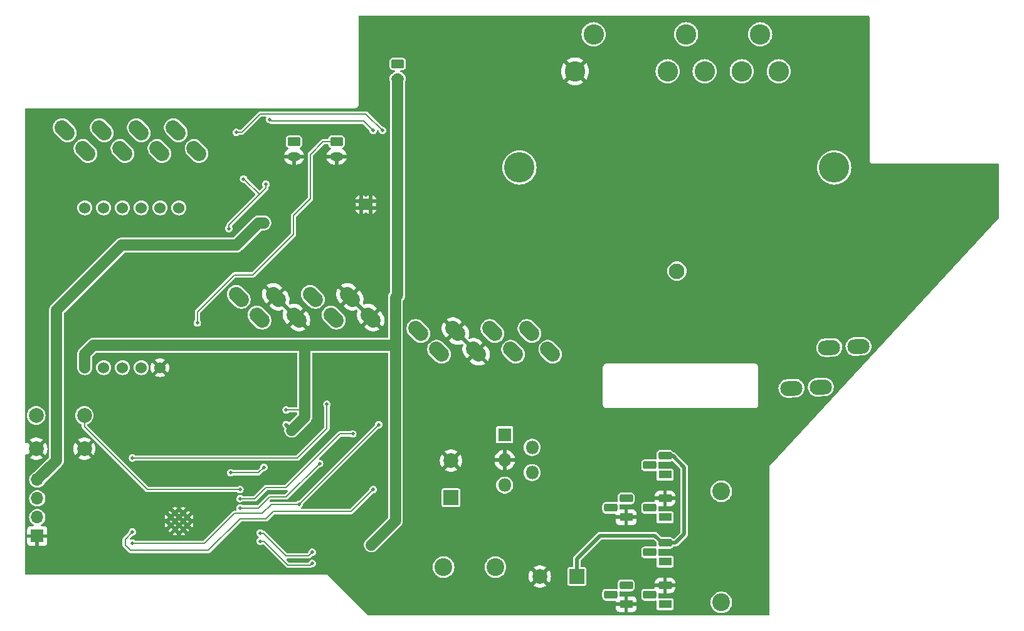
<source format=gbr>
%TF.GenerationSoftware,KiCad,Pcbnew,8.0.9-8.0.9-0~ubuntu22.04.1*%
%TF.CreationDate,2025-04-19T18:17:56+02:00*%
%TF.ProjectId,wandfernsprecher,77616e64-6665-4726-9e73-707265636865,0.1.1*%
%TF.SameCoordinates,Original*%
%TF.FileFunction,Copper,L4,Bot*%
%TF.FilePolarity,Positive*%
%FSLAX46Y46*%
G04 Gerber Fmt 4.6, Leading zero omitted, Abs format (unit mm)*
G04 Created by KiCad (PCBNEW 8.0.9-8.0.9-0~ubuntu22.04.1) date 2025-04-19 18:17:56*
%MOMM*%
%LPD*%
G01*
G04 APERTURE LIST*
G04 Aperture macros list*
%AMRoundRect*
0 Rectangle with rounded corners*
0 $1 Rounding radius*
0 $2 $3 $4 $5 $6 $7 $8 $9 X,Y pos of 4 corners*
0 Add a 4 corners polygon primitive as box body*
4,1,4,$2,$3,$4,$5,$6,$7,$8,$9,$2,$3,0*
0 Add four circle primitives for the rounded corners*
1,1,$1+$1,$2,$3*
1,1,$1+$1,$4,$5*
1,1,$1+$1,$6,$7*
1,1,$1+$1,$8,$9*
0 Add four rect primitives between the rounded corners*
20,1,$1+$1,$2,$3,$4,$5,0*
20,1,$1+$1,$4,$5,$6,$7,0*
20,1,$1+$1,$6,$7,$8,$9,0*
20,1,$1+$1,$8,$9,$2,$3,0*%
%AMHorizOval*
0 Thick line with rounded ends*
0 $1 width*
0 $2 $3 position (X,Y) of the first rounded end (center of the circle)*
0 $4 $5 position (X,Y) of the second rounded end (center of the circle)*
0 Add line between two ends*
20,1,$1,$2,$3,$4,$5,0*
0 Add two circle primitives to create the rounded ends*
1,1,$1,$2,$3*
1,1,$1,$4,$5*%
G04 Aperture macros list end*
%TA.AperFunction,ComponentPad*%
%ADD10RoundRect,0.250000X-0.625000X0.350000X-0.625000X-0.350000X0.625000X-0.350000X0.625000X0.350000X0*%
%TD*%
%TA.AperFunction,ComponentPad*%
%ADD11O,1.750000X1.200000*%
%TD*%
%TA.AperFunction,HeatsinkPad*%
%ADD12C,0.600000*%
%TD*%
%TA.AperFunction,HeatsinkPad*%
%ADD13R,1.880000X1.570000*%
%TD*%
%TA.AperFunction,ComponentPad*%
%ADD14R,1.800000X1.100000*%
%TD*%
%TA.AperFunction,ComponentPad*%
%ADD15RoundRect,0.275000X0.625000X-0.275000X0.625000X0.275000X-0.625000X0.275000X-0.625000X-0.275000X0*%
%TD*%
%TA.AperFunction,ComponentPad*%
%ADD16R,2.000000X2.000000*%
%TD*%
%TA.AperFunction,ComponentPad*%
%ADD17C,2.000000*%
%TD*%
%TA.AperFunction,ComponentPad*%
%ADD18C,1.524000*%
%TD*%
%TA.AperFunction,ComponentPad*%
%ADD19HorizOval,2.000000X-0.353553X0.353553X0.353553X-0.353553X0*%
%TD*%
%TA.AperFunction,ComponentPad*%
%ADD20C,2.400000*%
%TD*%
%TA.AperFunction,ComponentPad*%
%ADD21R,1.800000X1.800000*%
%TD*%
%TA.AperFunction,ComponentPad*%
%ADD22O,1.800000X1.800000*%
%TD*%
%TA.AperFunction,WasherPad*%
%ADD23C,4.100000*%
%TD*%
%TA.AperFunction,WasherPad*%
%ADD24C,2.100000*%
%TD*%
%TA.AperFunction,ComponentPad*%
%ADD25C,2.750000*%
%TD*%
%TA.AperFunction,ComponentPad*%
%ADD26R,1.700000X1.700000*%
%TD*%
%TA.AperFunction,ComponentPad*%
%ADD27O,1.700000X1.700000*%
%TD*%
%TA.AperFunction,ComponentPad*%
%ADD28HorizOval,2.000000X0.499631X0.019194X-0.499631X-0.019194X0*%
%TD*%
%TA.AperFunction,ViaPad*%
%ADD29C,0.508000*%
%TD*%
%TA.AperFunction,Conductor*%
%ADD30C,0.200000*%
%TD*%
%TA.AperFunction,Conductor*%
%ADD31C,0.500000*%
%TD*%
%TA.AperFunction,Conductor*%
%ADD32C,1.500000*%
%TD*%
G04 APERTURE END LIST*
D10*
%TO.P,BT1,1,+*%
%TO.N,+BATT*%
X92550000Y-85500000D03*
D11*
%TO.P,BT1,2,-*%
%TO.N,GND*%
X92550000Y-87500000D03*
%TD*%
D12*
%TO.P,U3,11,VSS*%
%TO.N,GND*%
X95860000Y-94485000D03*
X97140000Y-94485000D03*
D13*
X96500000Y-94000000D03*
D12*
X95860000Y-93515000D03*
X97140000Y-93515000D03*
%TD*%
D14*
%TO.P,Q5,1,E*%
%TO.N,Net-(Q4-E)*%
X136900000Y-136250000D03*
D15*
%TO.P,Q5,2,B*%
%TO.N,Net-(Q2-C)*%
X134830000Y-134980000D03*
%TO.P,Q5,3,C*%
%TO.N,GND*%
X136900000Y-133710000D03*
%TD*%
D12*
%TO.P,U2,19,GND*%
%TO.N,GND*%
X72390000Y-137350000D03*
X72390000Y-136250000D03*
X71840000Y-137900000D03*
X71840000Y-136800000D03*
X71840000Y-135700000D03*
X71290000Y-137350000D03*
X71290000Y-136250000D03*
X70740000Y-137900000D03*
X70740000Y-136800000D03*
X70740000Y-135700000D03*
X70190000Y-137350000D03*
X70190000Y-136250000D03*
%TD*%
D16*
%TO.P,C14,1*%
%TO.N,+48V*%
X125000000Y-144250000D03*
D17*
%TO.P,C14,2*%
%TO.N,GND*%
X120000000Y-144250000D03*
%TD*%
%TO.P,SW4,1,A*%
%TO.N,GND*%
X58500000Y-127000000D03*
X52000000Y-127000000D03*
%TO.P,SW4,2,B*%
%TO.N,/IO9*%
X58500000Y-122500000D03*
X52000000Y-122500000D03*
%TD*%
D18*
%TO.P,U1,1,VCC*%
%TO.N,+4V*%
X58555000Y-116045000D03*
%TO.P,U1,2,RST*%
%TO.N,unconnected-(U1-RST-Pad2)*%
X61095000Y-116045000D03*
%TO.P,U1,3,RXD*%
%TO.N,SIM_RX*%
X63635000Y-116045000D03*
%TO.P,U1,4,TXD*%
%TO.N,SIM_TX*%
X66175000Y-116045000D03*
%TO.P,U1,5,GND*%
%TO.N,GND*%
X68715000Y-116045000D03*
%TO.P,U1,6,SPK-*%
%TO.N,/S-*%
X71255000Y-94455000D03*
%TO.P,U1,7,SPK+*%
%TO.N,/S+*%
X68715000Y-94455000D03*
%TO.P,U1,8,MIC-*%
%TO.N,/M-*%
X66175000Y-94455000D03*
%TO.P,U1,9,MIC+*%
%TO.N,/M+*%
X63635000Y-94455000D03*
%TO.P,U1,10,DTR*%
%TO.N,unconnected-(U1-DTR-Pad10)*%
X61095000Y-94455000D03*
%TO.P,U1,11,RING*%
%TO.N,Net-(U1-RING)*%
X58555000Y-94455000D03*
%TD*%
D19*
%TO.P,ES1,1,A*%
%TO.N,Net-(ES1-A)*%
X103600000Y-111100000D03*
X106400000Y-113900000D03*
%TO.P,ES1,2,B*%
%TO.N,GND*%
X108600000Y-111100000D03*
X111400000Y-113900000D03*
%TO.P,ES1,3,C*%
%TO.N,unconnected-(ES1-C-Pad3)*%
X113600000Y-111100000D03*
%TO.N,unconnected-(ES1-C-Pad3)_1*%
X116400000Y-113900000D03*
%TO.P,ES1,4,NC*%
%TO.N,unconnected-(ES1-NC-Pad4)_1*%
X118600000Y-111100000D03*
%TO.N,unconnected-(ES1-NC-Pad4)*%
X121400000Y-113900000D03*
%TD*%
D14*
%TO.P,Q6,1,E*%
%TO.N,Net-(Q6-E)*%
X136900000Y-142250000D03*
D15*
%TO.P,Q6,2,B*%
%TO.N,Net-(Q3-C)*%
X134830000Y-140980000D03*
%TO.P,Q6,3,C*%
%TO.N,+48V*%
X136900000Y-139710000D03*
%TD*%
D10*
%TO.P,SW3,1,A*%
%TO.N,+BATT*%
X100799999Y-75000000D03*
D11*
%TO.P,SW3,2,B*%
%TO.N,+4V*%
X100799999Y-77000000D03*
%TD*%
D19*
%TO.P,J1,1,SPK+*%
%TO.N,/M+*%
X55850000Y-83975000D03*
X58650000Y-86775000D03*
%TO.P,J1,2,SPK-*%
%TO.N,/M-*%
X60850000Y-83975000D03*
X63650000Y-86775000D03*
%TO.P,J1,3,MIC+*%
%TO.N,/S+*%
X65850000Y-83975000D03*
X68650000Y-86775000D03*
%TO.P,J1,4,MIC-*%
%TO.N,/S-*%
X70850000Y-83975000D03*
X73650000Y-86775000D03*
%TD*%
D14*
%TO.P,Q7,1,E*%
%TO.N,Net-(Q6-E)*%
X136900000Y-148000000D03*
D15*
%TO.P,Q7,2,B*%
%TO.N,Net-(Q3-C)*%
X134830000Y-146730000D03*
%TO.P,Q7,3,C*%
%TO.N,GND*%
X136900000Y-145460000D03*
%TD*%
D20*
%TO.P,C15,1*%
%TO.N,Net-(Q6-E)*%
X144500000Y-147750000D03*
%TO.P,C15,2*%
%TO.N,Net-(C15-Pad2)*%
X144500000Y-132750000D03*
%TD*%
D19*
%TO.P,NS1,1,N1*%
%TO.N,/NS-nsi*%
X79350000Y-106475000D03*
X82150000Y-109275000D03*
%TO.P,NS1,2,N2*%
%TO.N,GND*%
X84350000Y-106475000D03*
X87150000Y-109275000D03*
%TO.P,NS1,3,E1*%
%TO.N,/NS-nsa*%
X89350000Y-106475000D03*
X92150000Y-109275000D03*
%TO.P,NS1,4,E2*%
%TO.N,GND*%
X94350000Y-106475000D03*
X97150000Y-109275000D03*
%TD*%
D21*
%TO.P,U4,1,V_{C}*%
%TO.N,/Bells/HV-C*%
X115250000Y-125117677D03*
D22*
%TO.P,U4,2,FB*%
%TO.N,/Bells/HV-FB*%
X118950000Y-126817677D03*
%TO.P,U4,3,GND*%
%TO.N,GND*%
X115250000Y-128517677D03*
%TO.P,U4,4,V_{SW}*%
%TO.N,Net-(D1-A)*%
X118950000Y-130217677D03*
%TO.P,U4,5,V_{IN}*%
%TO.N,/Bells/HV-IN*%
X115250000Y-131917677D03*
%TD*%
D14*
%TO.P,Q4,1,E*%
%TO.N,Net-(Q4-E)*%
X136900000Y-130500000D03*
D15*
%TO.P,Q4,2,B*%
%TO.N,Net-(Q2-C)*%
X134830000Y-129230000D03*
%TO.P,Q4,3,C*%
%TO.N,+48V*%
X136900000Y-127960000D03*
%TD*%
D14*
%TO.P,Q2,1,E*%
%TO.N,GND*%
X131650000Y-136250000D03*
D15*
%TO.P,Q2,2,B*%
%TO.N,Net-(Q2-B)*%
X129580000Y-134980000D03*
%TO.P,Q2,3,C*%
%TO.N,Net-(Q2-C)*%
X131650000Y-133710000D03*
%TD*%
D14*
%TO.P,Q3,1,E*%
%TO.N,GND*%
X131650000Y-148000000D03*
D15*
%TO.P,Q3,2,B*%
%TO.N,Net-(Q3-B)*%
X129580000Y-146730000D03*
%TO.P,Q3,3,C*%
%TO.N,Net-(Q3-C)*%
X131650000Y-145460000D03*
%TD*%
D16*
%TO.P,C12,1*%
%TO.N,/Bells/HV-IN*%
X108000000Y-133617677D03*
D17*
%TO.P,C12,2*%
%TO.N,GND*%
X108000000Y-128617677D03*
%TD*%
D23*
%TO.P,GS1,*%
%TO.N,*%
X117250000Y-89000000D03*
D24*
X138500000Y-103000000D03*
D23*
X159750000Y-89000000D03*
D25*
%TO.P,GS1,1,S1l*%
%TO.N,GND*%
X124750000Y-76000000D03*
%TO.P,GS1,2,S1c*%
%TO.N,Net-(GS1-S1c)*%
X127250000Y-71000000D03*
%TO.P,GS1,3,S2l*%
%TO.N,unconnected-(GS1-S2l-Pad3)*%
X137250000Y-76000000D03*
%TO.P,GS1,4,S2c*%
%TO.N,unconnected-(GS1-S2c-Pad4)*%
X139750000Y-71000000D03*
%TO.P,GS1,5,S2r*%
%TO.N,unconnected-(GS1-S2r-Pad5)*%
X142250000Y-76000000D03*
%TO.P,GS1,6,S3l*%
%TO.N,unconnected-(GS1-S3l-Pad6)*%
X147250000Y-76000000D03*
%TO.P,GS1,7,S3c*%
%TO.N,unconnected-(GS1-S3c-Pad7)*%
X149750000Y-71000000D03*
%TO.P,GS1,8,S3r*%
%TO.N,unconnected-(GS1-S3r-Pad8)*%
X152250000Y-76000000D03*
%TD*%
D20*
%TO.P,L2,1,1*%
%TO.N,/Bells/HV-IN*%
X107000000Y-143000000D03*
%TO.P,L2,2,2*%
%TO.N,Net-(D1-A)*%
X114000000Y-143000000D03*
%TD*%
D26*
%TO.P,J3,1,Pin_1*%
%TO.N,GND*%
X52137500Y-138800000D03*
D27*
%TO.P,J3,2,Pin_2*%
%TO.N,/plug.D+*%
X52137500Y-136260000D03*
%TO.P,J3,3,Pin_3*%
%TO.N,/plug.D-*%
X52137500Y-133720000D03*
%TO.P,J3,4,Pin_4*%
%TO.N,VBUS*%
X52137500Y-131180000D03*
%TD*%
D10*
%TO.P,J2,1,Pin_1*%
%TO.N,Net-(J2-Pin_1)*%
X86800000Y-85500000D03*
D11*
%TO.P,J2,2,Pin_2*%
%TO.N,GND*%
X86800000Y-87500000D03*
%TD*%
D28*
%TO.P,L1,1,1*%
%TO.N,Net-(Q4-E)*%
X163026345Y-113172509D03*
X159069465Y-113324517D03*
%TO.P,L1,2,2*%
%TO.N,Net-(C15-Pad2)*%
X157930535Y-118675483D03*
X153973655Y-118827491D03*
%TD*%
D29*
%TO.N,+BATT*%
X73750000Y-110000000D03*
%TO.N,GND*%
X61250000Y-118750000D03*
X83750000Y-141500000D03*
X73250000Y-143500000D03*
X146000000Y-69000000D03*
X82500000Y-131000000D03*
X92250000Y-131750000D03*
X142250000Y-149000000D03*
X90750000Y-143500000D03*
X150750000Y-141750000D03*
X60000000Y-117250000D03*
X102250000Y-79500000D03*
X96000000Y-69000000D03*
X65750000Y-81750000D03*
X73000000Y-110000000D03*
X98250000Y-149250000D03*
X50750000Y-143500000D03*
X106500000Y-124000000D03*
X50750000Y-129000000D03*
X60500000Y-138500000D03*
X116750000Y-149250000D03*
X105500000Y-81000000D03*
X91250000Y-114500000D03*
X86250000Y-92250000D03*
X75750000Y-94000000D03*
X50750000Y-81250000D03*
X99250000Y-77000000D03*
X58250000Y-81750000D03*
X160500000Y-118750000D03*
X70750000Y-143500000D03*
X100750000Y-149250000D03*
X58250000Y-143500000D03*
X83250000Y-95250000D03*
X57250000Y-116000000D03*
X68250000Y-143500000D03*
X164000000Y-79250000D03*
X50750000Y-141000000D03*
X60750000Y-143500000D03*
X91750000Y-103000000D03*
X180500000Y-97000000D03*
X150750000Y-149250000D03*
X50750000Y-105500000D03*
X88250000Y-143500000D03*
X85750000Y-136500000D03*
X61500000Y-134250000D03*
X75000000Y-123937500D03*
X98250000Y-136250000D03*
X79500000Y-102750000D03*
X53250000Y-143500000D03*
X73250000Y-81750000D03*
X86750000Y-140500000D03*
X156000000Y-69000000D03*
X55750000Y-143500000D03*
X124750000Y-126000000D03*
X92750000Y-144750000D03*
X66000000Y-138750000D03*
X60250000Y-132500000D03*
X102250000Y-78250000D03*
X79250000Y-131000000D03*
X164000000Y-89000000D03*
X65750000Y-143500000D03*
X102250000Y-77000000D03*
X83250000Y-143500000D03*
X123000000Y-127250000D03*
X50750000Y-90500000D03*
X96250000Y-148250000D03*
X106000000Y-69000000D03*
X50750000Y-113000000D03*
X83250000Y-127000000D03*
X78250000Y-143500000D03*
X129250000Y-149250000D03*
X68500000Y-131500000D03*
X50750000Y-98000000D03*
X94000000Y-96250000D03*
X150750000Y-129250000D03*
X136000000Y-69000000D03*
X170500000Y-107750000D03*
X80750000Y-95500000D03*
X99250000Y-78250000D03*
X50750000Y-120500000D03*
X79250000Y-141750000D03*
X72500000Y-119000000D03*
X150750000Y-134250000D03*
X60000000Y-115000000D03*
X94500000Y-146500000D03*
X86000000Y-122750000D03*
X69250000Y-124687500D03*
X155250000Y-124250000D03*
X116000000Y-69000000D03*
X181500000Y-89000000D03*
X126000000Y-69000000D03*
X99250000Y-79500000D03*
X98000000Y-98250000D03*
X96500000Y-87250000D03*
X175500000Y-102250000D03*
X75750000Y-143500000D03*
X164000000Y-69000000D03*
X81000000Y-129500000D03*
X96500000Y-114500000D03*
X105750000Y-149250000D03*
X109500000Y-124000000D03*
X82000000Y-95250000D03*
X108000000Y-121750000D03*
X93750000Y-94250000D03*
X63250000Y-122500000D03*
X165500000Y-113250000D03*
X89500000Y-97000000D03*
%TO.N,RING*%
X65000000Y-139750000D03*
X87500000Y-134500000D03*
X98250000Y-123750000D03*
%TO.N,ES*%
X94750000Y-125000000D03*
X79500000Y-133750000D03*
%TO.N,nsi*%
X79500000Y-135000000D03*
X90250000Y-129000000D03*
%TO.N,nsa*%
X91250000Y-121000000D03*
X65000000Y-128250000D03*
%TO.N,+3.3V*%
X78250000Y-130250000D03*
X82750000Y-129500000D03*
%TO.N,+4V*%
X85750000Y-123750000D03*
X97250000Y-140000000D03*
X86500000Y-124500000D03*
X98000000Y-139250000D03*
X85750000Y-121750000D03*
%TO.N,VBUS*%
X82750000Y-96500000D03*
X82000000Y-96500000D03*
%TO.N,HV_EN*%
X97500000Y-132500000D03*
X65000000Y-138250000D03*
%TO.N,BELL_A*%
X82250000Y-138400000D03*
X89250000Y-141000000D03*
%TO.N,BELL_B*%
X82250000Y-139500000D03*
X89250000Y-142500000D03*
%TO.N,/IO9*%
X79500000Y-132500000D03*
%TO.N,Net-(D2-K)*%
X79000000Y-84250000D03*
X98750000Y-84000000D03*
%TO.N,Net-(D3-K)*%
X97500000Y-84000000D03*
X83500000Y-82500000D03*
%TO.N,/Power Supply/Vin'*%
X83000000Y-91250000D03*
X78000000Y-97250000D03*
X80000000Y-90550000D03*
%TD*%
D30*
%TO.N,+BATT*%
X88993600Y-93243600D02*
X89000000Y-93250000D01*
X81250000Y-103500000D02*
X78750000Y-103500000D01*
X89000000Y-93250000D02*
X86750000Y-95500000D01*
X73750000Y-108500000D02*
X73750000Y-110000000D01*
X86750000Y-98000000D02*
X81250000Y-103500000D01*
X90750000Y-85500000D02*
X88993600Y-87256400D01*
X88993600Y-87256400D02*
X88993600Y-93243600D01*
X86750000Y-95500000D02*
X86750000Y-98000000D01*
X78750000Y-103500000D02*
X73750000Y-108500000D01*
X92550000Y-85500000D02*
X90750000Y-85500000D01*
%TO.N,RING*%
X74750000Y-139750000D02*
X65000000Y-139750000D01*
X78750000Y-135750000D02*
X74750000Y-139750000D01*
X83750000Y-134500000D02*
X82500000Y-135750000D01*
X98250000Y-123750000D02*
X87500000Y-134500000D01*
X87500000Y-134500000D02*
X83750000Y-134500000D01*
X82500000Y-135750000D02*
X78750000Y-135750000D01*
%TO.N,ES*%
X79500000Y-133750000D02*
X81500000Y-133750000D01*
X85750000Y-132250000D02*
X93000000Y-125000000D01*
X83000000Y-132250000D02*
X85750000Y-132250000D01*
X81500000Y-133750000D02*
X83000000Y-132250000D01*
X93000000Y-125000000D02*
X94750000Y-125000000D01*
D31*
%TO.N,+48V*%
X137960000Y-127960000D02*
X139500000Y-129500000D01*
X136500000Y-127960000D02*
X137960000Y-127960000D01*
X125000000Y-141875000D02*
X125000000Y-142000000D01*
X125000000Y-142000000D02*
X125000000Y-144250000D01*
X135540000Y-138750000D02*
X128250000Y-138750000D01*
X128125000Y-138750000D02*
X125000000Y-141875000D01*
X139500000Y-138500000D02*
X138290000Y-139710000D01*
X139500000Y-129500000D02*
X139500000Y-138500000D01*
X138290000Y-139710000D02*
X136500000Y-139710000D01*
X136500000Y-139710000D02*
X135540000Y-138750000D01*
D30*
%TO.N,nsi*%
X85750000Y-133500000D02*
X83500000Y-133500000D01*
X82000000Y-135000000D02*
X79500000Y-135000000D01*
X83500000Y-133500000D02*
X82000000Y-135000000D01*
X90250000Y-129000000D02*
X85750000Y-133500000D01*
%TO.N,nsa*%
X91250000Y-121000000D02*
X91250000Y-124250000D01*
X91250000Y-124250000D02*
X87250000Y-128250000D01*
X87250000Y-128250000D02*
X65000000Y-128250000D01*
%TO.N,+3.3V*%
X82750000Y-129500000D02*
X82000000Y-130250000D01*
X82000000Y-130250000D02*
X78250000Y-130250000D01*
D32*
%TO.N,+4V*%
X58555000Y-114195000D02*
X58555000Y-116045000D01*
X88250000Y-121750000D02*
X88250000Y-122750000D01*
X88250000Y-122750000D02*
X86500000Y-124500000D01*
X100799999Y-106250000D02*
X100500000Y-106549999D01*
X88250000Y-113000000D02*
X59750000Y-113000000D01*
X59750000Y-113000000D02*
X58555000Y-114195000D01*
X100799999Y-77000000D02*
X100799999Y-106250000D01*
X100500000Y-113000000D02*
X88250000Y-113000000D01*
D31*
X85750000Y-123750000D02*
X86500000Y-124500000D01*
D32*
X100500000Y-136750000D02*
X97250000Y-140000000D01*
X88250000Y-113000000D02*
X88250000Y-121750000D01*
D30*
X85750000Y-121750000D02*
X88250000Y-121750000D01*
D32*
X100500000Y-106549999D02*
X100500000Y-136750000D01*
%TO.N,VBUS*%
X79000000Y-99500000D02*
X82000000Y-96500000D01*
X63500000Y-99500000D02*
X54750000Y-108250000D01*
X54750000Y-108250000D02*
X54750000Y-128567500D01*
X79000000Y-99500000D02*
X63500000Y-99500000D01*
X82000000Y-96500000D02*
X82750000Y-96500000D01*
X54750000Y-128567500D02*
X52137500Y-131180000D01*
D30*
%TO.N,HV_EN*%
X94500000Y-135500000D02*
X97500000Y-132500000D01*
X79500000Y-136500000D02*
X83000000Y-136500000D01*
X75250000Y-140750000D02*
X79500000Y-136500000D01*
X65000000Y-138250000D02*
X64000000Y-139250000D01*
X64756400Y-140750000D02*
X75250000Y-140750000D01*
X64000000Y-139993600D02*
X64756400Y-140750000D01*
X84000000Y-135500000D02*
X94500000Y-135500000D01*
X64000000Y-139250000D02*
X64000000Y-139993600D01*
X83000000Y-136500000D02*
X84000000Y-135500000D01*
%TO.N,BELL_A*%
X89250000Y-141000000D02*
X88750000Y-141500000D01*
X88750000Y-141500000D02*
X85750000Y-141500000D01*
X82650000Y-138400000D02*
X82250000Y-138400000D01*
X85750000Y-141500000D02*
X82650000Y-138400000D01*
%TO.N,BELL_B*%
X86000000Y-142750000D02*
X82750000Y-139500000D01*
X82750000Y-139500000D02*
X82250000Y-139500000D01*
X89000000Y-142750000D02*
X86000000Y-142750000D01*
X89250000Y-142500000D02*
X89000000Y-142750000D01*
%TO.N,/IO9*%
X58500000Y-124000000D02*
X67000000Y-132500000D01*
X67000000Y-132500000D02*
X79500000Y-132500000D01*
X58500000Y-122500000D02*
X58500000Y-124000000D01*
%TO.N,Net-(D2-K)*%
X79000000Y-84250000D02*
X79750000Y-84250000D01*
X79750000Y-84250000D02*
X82250000Y-81750000D01*
X96500000Y-81750000D02*
X98750000Y-84000000D01*
X82250000Y-81750000D02*
X96500000Y-81750000D01*
%TO.N,Net-(D3-K)*%
X83750000Y-82750000D02*
X96250000Y-82750000D01*
X96250000Y-82750000D02*
X97500000Y-84000000D01*
X83500000Y-82500000D02*
X83750000Y-82750000D01*
%TO.N,/Power Supply/Vin'*%
X83000000Y-91800000D02*
X82150000Y-92650000D01*
X80050000Y-90550000D02*
X82150000Y-92650000D01*
X82150000Y-92650000D02*
X78000000Y-96800000D01*
X80000000Y-90550000D02*
X80050000Y-90550000D01*
X83000000Y-91250000D02*
X83000000Y-91800000D01*
X78000000Y-96800000D02*
X78000000Y-97250000D01*
%TD*%
%TA.AperFunction,Conductor*%
%TO.N,GND*%
G36*
X110917038Y-113063485D02*
G01*
X110853455Y-113080522D01*
X110739440Y-113146348D01*
X110646348Y-113239440D01*
X110580522Y-113353455D01*
X110563485Y-113417038D01*
X109082962Y-111936515D01*
X109146545Y-111919478D01*
X109260560Y-111853652D01*
X109353652Y-111760560D01*
X109419478Y-111646545D01*
X109436515Y-111582962D01*
X110917038Y-113063485D01*
G37*
%TD.AperFunction*%
%TA.AperFunction,Conductor*%
G36*
X86667038Y-108438485D02*
G01*
X86603455Y-108455522D01*
X86489440Y-108521348D01*
X86396348Y-108614440D01*
X86330522Y-108728455D01*
X86313485Y-108792038D01*
X84832962Y-107311515D01*
X84896545Y-107294478D01*
X85010560Y-107228652D01*
X85103652Y-107135560D01*
X85169478Y-107021545D01*
X85186515Y-106957962D01*
X86667038Y-108438485D01*
G37*
%TD.AperFunction*%
%TA.AperFunction,Conductor*%
G36*
X96667038Y-108438485D02*
G01*
X96603455Y-108455522D01*
X96489440Y-108521348D01*
X96396348Y-108614440D01*
X96330522Y-108728455D01*
X96313485Y-108792038D01*
X94832962Y-107311515D01*
X94896545Y-107294478D01*
X95010560Y-107228652D01*
X95103652Y-107135560D01*
X95169478Y-107021545D01*
X95186515Y-106957962D01*
X96667038Y-108438485D01*
G37*
%TD.AperFunction*%
%TA.AperFunction,Conductor*%
G36*
X164442539Y-68520185D02*
G01*
X164488294Y-68572989D01*
X164499500Y-68624500D01*
X164499500Y-87934108D01*
X164499500Y-88065892D01*
X164503918Y-88082381D01*
X164533608Y-88193187D01*
X164547127Y-88216602D01*
X164599500Y-88307314D01*
X164692686Y-88400500D01*
X164806814Y-88466392D01*
X164934108Y-88500500D01*
X181875500Y-88500500D01*
X181942539Y-88520185D01*
X181988294Y-88572989D01*
X181999500Y-88624500D01*
X181999500Y-95755384D01*
X181979815Y-95822423D01*
X181966511Y-95839604D01*
X151140857Y-129151196D01*
X151137529Y-129154655D01*
X151099503Y-129192682D01*
X151094553Y-129199133D01*
X151094322Y-129198955D01*
X151092355Y-129201624D01*
X151092592Y-129201792D01*
X151087899Y-129208424D01*
X151062821Y-129256027D01*
X151060504Y-129260225D01*
X151033607Y-129306814D01*
X151030496Y-129314326D01*
X151030227Y-129314214D01*
X151029021Y-129317295D01*
X151029294Y-129317396D01*
X151026474Y-129325025D01*
X151014573Y-129377490D01*
X151013422Y-129382148D01*
X150999499Y-129434110D01*
X150998439Y-129442168D01*
X150998148Y-129442129D01*
X150997778Y-129445425D01*
X150998071Y-129445452D01*
X150997322Y-129453544D01*
X150999407Y-129507299D01*
X150999500Y-129512103D01*
X150999500Y-149375500D01*
X150979815Y-149442539D01*
X150927011Y-149488294D01*
X150875500Y-149499500D01*
X96800862Y-149499500D01*
X96733823Y-149479815D01*
X96713181Y-149463181D01*
X93663856Y-146413856D01*
X128429500Y-146413856D01*
X128429500Y-147046144D01*
X128431250Y-147060713D01*
X128439640Y-147130588D01*
X128492636Y-147264976D01*
X128579921Y-147380078D01*
X128695023Y-147467363D01*
X128695024Y-147467363D01*
X128695025Y-147467364D01*
X128829410Y-147520359D01*
X128913856Y-147530500D01*
X128913862Y-147530500D01*
X130126000Y-147530500D01*
X130193039Y-147550185D01*
X130238794Y-147602989D01*
X130250000Y-147654500D01*
X130250000Y-147750000D01*
X130969670Y-147750000D01*
X130949925Y-147769745D01*
X130900556Y-147855255D01*
X130875000Y-147950630D01*
X130875000Y-148049370D01*
X130900556Y-148144745D01*
X130949925Y-148230255D01*
X130969670Y-148250000D01*
X130250000Y-148250000D01*
X130250000Y-148597844D01*
X130256401Y-148657372D01*
X130256403Y-148657379D01*
X130306645Y-148792086D01*
X130306649Y-148792093D01*
X130392809Y-148907187D01*
X130392812Y-148907190D01*
X130507906Y-148993350D01*
X130507913Y-148993354D01*
X130642620Y-149043596D01*
X130642627Y-149043598D01*
X130702155Y-149049999D01*
X130702172Y-149050000D01*
X131400000Y-149050000D01*
X131900000Y-149050000D01*
X132597828Y-149050000D01*
X132597844Y-149049999D01*
X132657372Y-149043598D01*
X132657379Y-149043596D01*
X132792086Y-148993354D01*
X132792093Y-148993350D01*
X132907187Y-148907190D01*
X132907190Y-148907187D01*
X132993350Y-148792093D01*
X132993354Y-148792086D01*
X133043596Y-148657379D01*
X133043598Y-148657372D01*
X133049999Y-148597844D01*
X133050000Y-148597827D01*
X133050000Y-148250000D01*
X131900000Y-148250000D01*
X131900000Y-149050000D01*
X131400000Y-149050000D01*
X131400000Y-148346410D01*
X131480255Y-148300075D01*
X131550075Y-148230255D01*
X131599444Y-148144745D01*
X131625000Y-148049370D01*
X131625000Y-147950630D01*
X131599444Y-147855255D01*
X131550075Y-147769745D01*
X131530330Y-147750000D01*
X131900000Y-147750000D01*
X133050000Y-147750000D01*
X133050000Y-147402172D01*
X133049999Y-147402155D01*
X133043598Y-147342627D01*
X133043596Y-147342620D01*
X132993354Y-147207913D01*
X132993350Y-147207906D01*
X132907190Y-147092812D01*
X132907187Y-147092809D01*
X132792093Y-147006649D01*
X132792086Y-147006645D01*
X132657379Y-146956403D01*
X132657372Y-146956401D01*
X132597844Y-146950000D01*
X131900000Y-146950000D01*
X131900000Y-147750000D01*
X131530330Y-147750000D01*
X131480255Y-147699925D01*
X131400000Y-147653589D01*
X131400000Y-146950000D01*
X130854500Y-146950000D01*
X130787461Y-146930315D01*
X130741706Y-146877511D01*
X130730500Y-146826000D01*
X130730500Y-146413856D01*
X133679500Y-146413856D01*
X133679500Y-147046144D01*
X133681250Y-147060713D01*
X133689640Y-147130588D01*
X133742636Y-147264976D01*
X133829921Y-147380078D01*
X133945023Y-147467363D01*
X133945024Y-147467363D01*
X133945025Y-147467364D01*
X134079410Y-147520359D01*
X134163856Y-147530500D01*
X134163862Y-147530500D01*
X135496138Y-147530500D01*
X135496144Y-147530500D01*
X135580590Y-147520359D01*
X135580591Y-147520358D01*
X135580594Y-147520358D01*
X135588294Y-147518412D01*
X135588646Y-147519808D01*
X135649595Y-147514306D01*
X135711532Y-147546642D01*
X135746154Y-147607330D01*
X135749500Y-147635942D01*
X135749500Y-148574678D01*
X135764032Y-148647735D01*
X135764033Y-148647739D01*
X135764034Y-148647740D01*
X135819399Y-148730601D01*
X135902260Y-148785966D01*
X135902264Y-148785967D01*
X135975321Y-148800499D01*
X135975324Y-148800500D01*
X135975326Y-148800500D01*
X137824676Y-148800500D01*
X137824677Y-148800499D01*
X137897740Y-148785966D01*
X137980601Y-148730601D01*
X138035966Y-148647740D01*
X138050500Y-148574674D01*
X138050500Y-147749994D01*
X143044529Y-147749994D01*
X143044529Y-147750000D01*
X143064379Y-147989559D01*
X143123389Y-148222589D01*
X143219951Y-148442729D01*
X143321283Y-148597827D01*
X143351429Y-148643969D01*
X143514236Y-148820825D01*
X143514239Y-148820827D01*
X143514242Y-148820830D01*
X143703924Y-148968466D01*
X143703930Y-148968470D01*
X143703933Y-148968472D01*
X143915344Y-149082882D01*
X143915347Y-149082883D01*
X144142699Y-149160933D01*
X144142701Y-149160933D01*
X144142703Y-149160934D01*
X144379808Y-149200500D01*
X144379809Y-149200500D01*
X144620191Y-149200500D01*
X144620192Y-149200500D01*
X144857297Y-149160934D01*
X145084656Y-149082882D01*
X145296067Y-148968472D01*
X145485764Y-148820825D01*
X145648571Y-148643969D01*
X145780049Y-148442728D01*
X145876610Y-148222591D01*
X145935620Y-147989563D01*
X145955471Y-147750000D01*
X145935620Y-147510437D01*
X145876610Y-147277409D01*
X145780049Y-147057272D01*
X145772777Y-147046142D01*
X145697103Y-146930315D01*
X145648571Y-146856031D01*
X145485764Y-146679175D01*
X145485759Y-146679171D01*
X145485757Y-146679169D01*
X145296075Y-146531533D01*
X145296069Y-146531529D01*
X145084657Y-146417118D01*
X145084652Y-146417116D01*
X144857300Y-146339066D01*
X144679468Y-146309391D01*
X144620192Y-146299500D01*
X144379808Y-146299500D01*
X144332387Y-146307413D01*
X144142699Y-146339066D01*
X143915347Y-146417116D01*
X143915342Y-146417118D01*
X143703930Y-146531529D01*
X143703924Y-146531533D01*
X143514242Y-146679169D01*
X143514239Y-146679172D01*
X143351430Y-146856029D01*
X143351427Y-146856033D01*
X143219951Y-147057270D01*
X143123389Y-147277410D01*
X143064379Y-147510440D01*
X143044529Y-147749994D01*
X138050500Y-147749994D01*
X138050500Y-147425326D01*
X138050500Y-147425323D01*
X138050499Y-147425321D01*
X138035967Y-147352264D01*
X138035966Y-147352260D01*
X137980601Y-147269399D01*
X137897740Y-147214034D01*
X137897739Y-147214033D01*
X137897735Y-147214032D01*
X137824677Y-147199500D01*
X137824674Y-147199500D01*
X136101865Y-147199500D01*
X136034826Y-147179815D01*
X135989071Y-147127011D01*
X135978750Y-147060713D01*
X135979164Y-147057272D01*
X135980500Y-147046144D01*
X135980500Y-146620478D01*
X136000185Y-146553439D01*
X136052989Y-146507684D01*
X136118384Y-146497258D01*
X136231471Y-146509999D01*
X136231473Y-146510000D01*
X136650000Y-146510000D01*
X137150000Y-146510000D01*
X137568527Y-146510000D01*
X137568530Y-146509999D01*
X137698539Y-146495351D01*
X137863386Y-146437669D01*
X138011262Y-146344753D01*
X138134753Y-146221262D01*
X138227669Y-146073386D01*
X138285351Y-145908539D01*
X138299999Y-145778530D01*
X138300000Y-145778526D01*
X138300000Y-145710000D01*
X137150000Y-145710000D01*
X137150000Y-146510000D01*
X136650000Y-146510000D01*
X136650000Y-145806410D01*
X136730255Y-145760075D01*
X136800075Y-145690255D01*
X136849444Y-145604745D01*
X136875000Y-145509370D01*
X136875000Y-145410630D01*
X136849444Y-145315255D01*
X136800075Y-145229745D01*
X136780330Y-145210000D01*
X137150000Y-145210000D01*
X138300000Y-145210000D01*
X138300000Y-145141473D01*
X138299999Y-145141469D01*
X138285351Y-145011460D01*
X138227669Y-144846613D01*
X138134753Y-144698737D01*
X138011262Y-144575246D01*
X137863386Y-144482330D01*
X137698539Y-144424648D01*
X137568530Y-144410000D01*
X137150000Y-144410000D01*
X137150000Y-145210000D01*
X136780330Y-145210000D01*
X136730255Y-145159925D01*
X136650000Y-145113589D01*
X136650000Y-144410000D01*
X136231469Y-144410000D01*
X136101460Y-144424648D01*
X135936613Y-144482330D01*
X135788737Y-144575246D01*
X135665246Y-144698737D01*
X135572330Y-144846613D01*
X135514648Y-145011460D01*
X135500000Y-145141469D01*
X135500000Y-145210000D01*
X136219670Y-145210000D01*
X136199925Y-145229745D01*
X136150556Y-145315255D01*
X136125000Y-145410630D01*
X136125000Y-145509370D01*
X136150556Y-145604745D01*
X136199925Y-145690255D01*
X136219670Y-145710000D01*
X135500000Y-145710000D01*
X135500000Y-145778524D01*
X135501475Y-145791614D01*
X135489421Y-145860437D01*
X135442073Y-145911817D01*
X135378255Y-145929500D01*
X134163856Y-145929500D01*
X134125841Y-145934065D01*
X134079411Y-145939640D01*
X133945023Y-145992636D01*
X133829921Y-146079921D01*
X133742636Y-146195023D01*
X133689640Y-146329411D01*
X133688481Y-146339066D01*
X133679500Y-146413856D01*
X130730500Y-146413856D01*
X130730500Y-146413855D01*
X130726280Y-146378714D01*
X130737831Y-146309805D01*
X130784803Y-146258081D01*
X130852282Y-146239963D01*
X130894882Y-146248573D01*
X130899410Y-146250359D01*
X130983856Y-146260500D01*
X130983862Y-146260500D01*
X132316138Y-146260500D01*
X132316144Y-146260500D01*
X132400590Y-146250359D01*
X132534975Y-146197364D01*
X132650078Y-146110078D01*
X132737364Y-145994975D01*
X132790359Y-145860590D01*
X132800500Y-145776144D01*
X132800500Y-145143856D01*
X132790359Y-145059410D01*
X132737364Y-144925025D01*
X132737363Y-144925024D01*
X132737363Y-144925023D01*
X132650078Y-144809921D01*
X132534976Y-144722636D01*
X132400588Y-144669640D01*
X132357242Y-144664435D01*
X132316144Y-144659500D01*
X130983856Y-144659500D01*
X130945841Y-144664065D01*
X130899411Y-144669640D01*
X130765023Y-144722636D01*
X130649921Y-144809921D01*
X130562636Y-144925023D01*
X130509640Y-145059411D01*
X130506568Y-145085000D01*
X130499500Y-145143856D01*
X130499500Y-145143862D01*
X130499500Y-145776140D01*
X130503720Y-145811288D01*
X130492167Y-145880196D01*
X130445194Y-145931920D01*
X130377714Y-145950036D01*
X130335119Y-145941427D01*
X130334895Y-145941339D01*
X130330590Y-145939641D01*
X130246144Y-145929500D01*
X128913856Y-145929500D01*
X128875841Y-145934065D01*
X128829411Y-145939640D01*
X128695023Y-145992636D01*
X128579921Y-146079921D01*
X128492636Y-146195023D01*
X128439640Y-146329411D01*
X128438481Y-146339066D01*
X128429500Y-146413856D01*
X93663856Y-146413856D01*
X91250000Y-144000000D01*
X50624500Y-144000000D01*
X50557461Y-143980315D01*
X50511706Y-143927511D01*
X50500500Y-143876000D01*
X50500500Y-137902155D01*
X50787500Y-137902155D01*
X50787500Y-138550000D01*
X51704488Y-138550000D01*
X51671575Y-138607007D01*
X51637500Y-138734174D01*
X51637500Y-138865826D01*
X51671575Y-138992993D01*
X51704488Y-139050000D01*
X50787500Y-139050000D01*
X50787500Y-139697844D01*
X50793901Y-139757372D01*
X50793903Y-139757379D01*
X50844145Y-139892086D01*
X50844149Y-139892093D01*
X50930309Y-140007187D01*
X50930312Y-140007190D01*
X51045406Y-140093350D01*
X51045413Y-140093354D01*
X51180120Y-140143596D01*
X51180127Y-140143598D01*
X51239655Y-140149999D01*
X51239672Y-140150000D01*
X51887500Y-140150000D01*
X51887500Y-139233012D01*
X51944507Y-139265925D01*
X52071674Y-139300000D01*
X52203326Y-139300000D01*
X52330493Y-139265925D01*
X52387500Y-139233012D01*
X52387500Y-140150000D01*
X53035328Y-140150000D01*
X53035344Y-140149999D01*
X53094872Y-140143598D01*
X53094879Y-140143596D01*
X53229586Y-140093354D01*
X53229593Y-140093350D01*
X53344687Y-140007190D01*
X53344690Y-140007187D01*
X53430850Y-139892093D01*
X53430854Y-139892086D01*
X53481096Y-139757379D01*
X53481098Y-139757372D01*
X53487499Y-139697844D01*
X53487500Y-139697827D01*
X53487500Y-139203856D01*
X63649500Y-139203856D01*
X63649500Y-140039743D01*
X63668458Y-140110498D01*
X63673385Y-140128885D01*
X63673387Y-140128890D01*
X63719527Y-140208808D01*
X63719529Y-140208811D01*
X63719530Y-140208812D01*
X64541188Y-141030470D01*
X64541189Y-141030471D01*
X64541191Y-141030472D01*
X64581150Y-141053542D01*
X64621112Y-141076614D01*
X64710256Y-141100500D01*
X64710258Y-141100500D01*
X75296142Y-141100500D01*
X75296144Y-141100500D01*
X75385288Y-141076614D01*
X75465212Y-141030470D01*
X78095682Y-138400000D01*
X81740312Y-138400000D01*
X81760957Y-138543595D01*
X81760958Y-138543599D01*
X81802790Y-138635196D01*
X81821223Y-138675558D01*
X81916225Y-138785196D01*
X81967113Y-138817900D01*
X82010346Y-138845685D01*
X82056101Y-138898489D01*
X82066044Y-138967648D01*
X82037018Y-139031204D01*
X82010346Y-139054315D01*
X81916226Y-139114803D01*
X81821223Y-139224442D01*
X81821222Y-139224443D01*
X81760958Y-139356400D01*
X81760957Y-139356404D01*
X81740312Y-139500000D01*
X81760957Y-139643595D01*
X81760958Y-139643599D01*
X81812921Y-139757379D01*
X81821223Y-139775558D01*
X81916225Y-139885196D01*
X81992238Y-139934047D01*
X82038269Y-139963630D01*
X82177461Y-140004499D01*
X82177463Y-140004500D01*
X82177464Y-140004500D01*
X82322537Y-140004500D01*
X82322537Y-140004499D01*
X82461729Y-139963630D01*
X82461730Y-139963630D01*
X82461732Y-139963629D01*
X82533645Y-139917412D01*
X82600683Y-139897728D01*
X82667722Y-139917412D01*
X82688365Y-139934047D01*
X85784788Y-143030470D01*
X85852215Y-143069399D01*
X85864712Y-143076614D01*
X85953856Y-143100500D01*
X85953858Y-143100500D01*
X89046142Y-143100500D01*
X89046144Y-143100500D01*
X89135288Y-143076614D01*
X89147785Y-143069399D01*
X89215212Y-143030470D01*
X89215216Y-143030465D01*
X89215663Y-143030124D01*
X89216111Y-143029950D01*
X89222251Y-143026406D01*
X89222803Y-143027363D01*
X89280832Y-143004930D01*
X89291149Y-143004500D01*
X89322537Y-143004500D01*
X89322537Y-143004499D01*
X89337880Y-142999994D01*
X105544529Y-142999994D01*
X105544529Y-143000005D01*
X105564379Y-143239559D01*
X105623389Y-143472589D01*
X105719951Y-143692729D01*
X105779631Y-143784075D01*
X105851429Y-143893969D01*
X106014236Y-144070825D01*
X106014239Y-144070827D01*
X106014242Y-144070830D01*
X106203924Y-144218466D01*
X106203930Y-144218470D01*
X106203933Y-144218472D01*
X106415344Y-144332882D01*
X106415347Y-144332883D01*
X106642699Y-144410933D01*
X106642701Y-144410933D01*
X106642703Y-144410934D01*
X106879808Y-144450500D01*
X106879809Y-144450500D01*
X107120191Y-144450500D01*
X107120192Y-144450500D01*
X107357297Y-144410934D01*
X107584656Y-144332882D01*
X107796067Y-144218472D01*
X107985764Y-144070825D01*
X108148571Y-143893969D01*
X108280049Y-143692728D01*
X108376610Y-143472591D01*
X108435620Y-143239563D01*
X108449123Y-143076612D01*
X108455471Y-143000005D01*
X108455471Y-142999994D01*
X112544529Y-142999994D01*
X112544529Y-143000005D01*
X112564379Y-143239559D01*
X112623389Y-143472589D01*
X112719951Y-143692729D01*
X112779631Y-143784075D01*
X112851429Y-143893969D01*
X113014236Y-144070825D01*
X113014239Y-144070827D01*
X113014242Y-144070830D01*
X113203924Y-144218466D01*
X113203930Y-144218470D01*
X113203933Y-144218472D01*
X113415344Y-144332882D01*
X113415347Y-144332883D01*
X113642699Y-144410933D01*
X113642701Y-144410933D01*
X113642703Y-144410934D01*
X113879808Y-144450500D01*
X113879809Y-144450500D01*
X114120191Y-144450500D01*
X114120192Y-144450500D01*
X114357297Y-144410934D01*
X114584656Y-144332882D01*
X114737819Y-144249994D01*
X118494859Y-144249994D01*
X118494859Y-144250005D01*
X118515385Y-144497729D01*
X118515387Y-144497738D01*
X118576412Y-144738717D01*
X118676267Y-144966367D01*
X118776562Y-145119881D01*
X119517037Y-144379408D01*
X119534075Y-144442993D01*
X119599901Y-144557007D01*
X119692993Y-144650099D01*
X119807007Y-144715925D01*
X119870591Y-144732962D01*
X119129943Y-145473609D01*
X119176768Y-145510055D01*
X119176771Y-145510057D01*
X119395385Y-145628364D01*
X119395396Y-145628369D01*
X119630506Y-145709083D01*
X119875707Y-145750000D01*
X120124293Y-145750000D01*
X120369493Y-145709083D01*
X120604603Y-145628369D01*
X120604614Y-145628364D01*
X120823230Y-145510056D01*
X120823236Y-145510051D01*
X120870055Y-145473610D01*
X120870056Y-145473609D01*
X120129408Y-144732962D01*
X120192993Y-144715925D01*
X120307007Y-144650099D01*
X120400099Y-144557007D01*
X120465925Y-144442993D01*
X120482962Y-144379409D01*
X121223435Y-145119882D01*
X121323733Y-144966364D01*
X121423587Y-144738717D01*
X121484612Y-144497738D01*
X121484614Y-144497729D01*
X121505141Y-144250005D01*
X121505141Y-144249994D01*
X121484614Y-144002270D01*
X121484612Y-144002261D01*
X121423587Y-143761282D01*
X121323732Y-143533632D01*
X121223435Y-143380116D01*
X120482962Y-144120590D01*
X120465925Y-144057007D01*
X120400099Y-143942993D01*
X120307007Y-143849901D01*
X120192993Y-143784075D01*
X120129409Y-143767037D01*
X120671124Y-143225321D01*
X123749500Y-143225321D01*
X123749500Y-145274678D01*
X123764032Y-145347735D01*
X123764033Y-145347739D01*
X123764034Y-145347740D01*
X123819399Y-145430601D01*
X123883766Y-145473609D01*
X123902260Y-145485966D01*
X123902264Y-145485967D01*
X123975321Y-145500499D01*
X123975324Y-145500500D01*
X123975326Y-145500500D01*
X126024676Y-145500500D01*
X126024677Y-145500499D01*
X126097740Y-145485966D01*
X126180601Y-145430601D01*
X126235966Y-145347740D01*
X126250500Y-145274674D01*
X126250500Y-143225326D01*
X126250500Y-143225323D01*
X126250499Y-143225321D01*
X126235967Y-143152264D01*
X126235966Y-143152260D01*
X126180601Y-143069399D01*
X126116231Y-143026389D01*
X126097739Y-143014033D01*
X126097735Y-143014032D01*
X126024677Y-142999500D01*
X126024674Y-142999500D01*
X125624500Y-142999500D01*
X125557461Y-142979815D01*
X125511706Y-142927011D01*
X125500500Y-142875500D01*
X125500500Y-142133676D01*
X125520185Y-142066637D01*
X125536819Y-142045995D01*
X128295995Y-139286819D01*
X128357318Y-139253334D01*
X128383676Y-139250500D01*
X135281324Y-139250500D01*
X135348363Y-139270185D01*
X135369005Y-139286819D01*
X135713181Y-139630995D01*
X135746666Y-139692318D01*
X135749500Y-139718676D01*
X135749500Y-140026144D01*
X135750020Y-140030470D01*
X135753720Y-140061288D01*
X135742167Y-140130196D01*
X135695194Y-140181920D01*
X135627714Y-140200036D01*
X135585119Y-140191427D01*
X135584895Y-140191339D01*
X135580590Y-140189641D01*
X135496144Y-140179500D01*
X134163856Y-140179500D01*
X134125841Y-140184065D01*
X134079411Y-140189640D01*
X133945023Y-140242636D01*
X133829921Y-140329921D01*
X133742636Y-140445023D01*
X133689640Y-140579411D01*
X133684065Y-140625841D01*
X133679500Y-140663856D01*
X133679500Y-141296144D01*
X133681250Y-141310713D01*
X133689640Y-141380588D01*
X133742636Y-141514976D01*
X133829921Y-141630078D01*
X133945023Y-141717363D01*
X133945024Y-141717363D01*
X133945025Y-141717364D01*
X134079410Y-141770359D01*
X134163856Y-141780500D01*
X134163862Y-141780500D01*
X135496138Y-141780500D01*
X135496144Y-141780500D01*
X135580590Y-141770359D01*
X135580591Y-141770358D01*
X135580594Y-141770358D01*
X135588294Y-141768412D01*
X135588646Y-141769808D01*
X135649595Y-141764306D01*
X135711532Y-141796642D01*
X135746154Y-141857330D01*
X135749500Y-141885942D01*
X135749500Y-142824678D01*
X135764032Y-142897735D01*
X135764033Y-142897739D01*
X135764034Y-142897740D01*
X135819399Y-142980601D01*
X135893256Y-143029950D01*
X135902260Y-143035966D01*
X135902264Y-143035967D01*
X135975321Y-143050499D01*
X135975324Y-143050500D01*
X135975326Y-143050500D01*
X137824676Y-143050500D01*
X137824677Y-143050499D01*
X137897740Y-143035966D01*
X137980601Y-142980601D01*
X138035966Y-142897740D01*
X138050500Y-142824674D01*
X138050500Y-141675326D01*
X138050500Y-141675323D01*
X138050499Y-141675321D01*
X138035967Y-141602264D01*
X138035966Y-141602260D01*
X138027150Y-141589066D01*
X137980601Y-141519399D01*
X137897740Y-141464034D01*
X137897739Y-141464033D01*
X137897735Y-141464032D01*
X137824677Y-141449500D01*
X137824674Y-141449500D01*
X136101865Y-141449500D01*
X136034826Y-141429815D01*
X135989071Y-141377011D01*
X135978750Y-141310713D01*
X135980500Y-141296142D01*
X135980500Y-140663855D01*
X135976280Y-140628714D01*
X135987831Y-140559805D01*
X136034803Y-140508081D01*
X136102282Y-140489963D01*
X136144882Y-140498573D01*
X136149410Y-140500359D01*
X136233856Y-140510500D01*
X136233862Y-140510500D01*
X137566138Y-140510500D01*
X137566144Y-140510500D01*
X137650590Y-140500359D01*
X137784975Y-140447364D01*
X137900078Y-140360078D01*
X137976293Y-140259573D01*
X138032486Y-140218051D01*
X138075097Y-140210500D01*
X138355890Y-140210500D01*
X138355892Y-140210500D01*
X138483186Y-140176392D01*
X138597314Y-140110500D01*
X139900499Y-138807315D01*
X139933302Y-138750500D01*
X139966392Y-138693186D01*
X139968821Y-138684118D01*
X139968826Y-138684109D01*
X139968824Y-138684109D01*
X139981930Y-138635196D01*
X140000500Y-138565893D01*
X140000500Y-138434108D01*
X140000500Y-132749994D01*
X143044529Y-132749994D01*
X143044529Y-132750005D01*
X143064379Y-132989559D01*
X143123389Y-133222589D01*
X143219951Y-133442729D01*
X143268421Y-133516917D01*
X143351429Y-133643969D01*
X143514236Y-133820825D01*
X143514239Y-133820827D01*
X143514242Y-133820830D01*
X143703924Y-133968466D01*
X143703930Y-133968470D01*
X143703933Y-133968472D01*
X143864911Y-134055589D01*
X143901712Y-134075505D01*
X143915344Y-134082882D01*
X143915347Y-134082883D01*
X144142699Y-134160933D01*
X144142701Y-134160933D01*
X144142703Y-134160934D01*
X144379808Y-134200500D01*
X144379809Y-134200500D01*
X144620191Y-134200500D01*
X144620192Y-134200500D01*
X144857297Y-134160934D01*
X145084656Y-134082882D01*
X145296067Y-133968472D01*
X145485764Y-133820825D01*
X145648571Y-133643969D01*
X145780049Y-133442728D01*
X145876610Y-133222591D01*
X145935620Y-132989563D01*
X145948036Y-132839729D01*
X145955471Y-132750005D01*
X145955471Y-132749994D01*
X145936904Y-132525930D01*
X145935620Y-132510437D01*
X145876610Y-132277409D01*
X145780049Y-132057272D01*
X145766392Y-132036369D01*
X145692576Y-131923386D01*
X145648571Y-131856031D01*
X145485764Y-131679175D01*
X145485759Y-131679171D01*
X145485757Y-131679169D01*
X145296075Y-131531533D01*
X145296069Y-131531529D01*
X145084657Y-131417118D01*
X145084652Y-131417116D01*
X144857300Y-131339066D01*
X144679468Y-131309391D01*
X144620192Y-131299500D01*
X144379808Y-131299500D01*
X144332387Y-131307413D01*
X144142699Y-131339066D01*
X143915347Y-131417116D01*
X143915342Y-131417118D01*
X143703930Y-131531529D01*
X143703924Y-131531533D01*
X143514242Y-131679169D01*
X143514239Y-131679172D01*
X143351430Y-131856029D01*
X143351427Y-131856033D01*
X143219951Y-132057270D01*
X143123389Y-132277410D01*
X143064379Y-132510440D01*
X143044529Y-132749994D01*
X140000500Y-132749994D01*
X140000500Y-129434108D01*
X139966392Y-129306814D01*
X139900500Y-129192686D01*
X139807314Y-129099500D01*
X138267314Y-127559500D01*
X138185939Y-127512518D01*
X138153187Y-127493608D01*
X138114238Y-127483172D01*
X138051386Y-127466331D01*
X137991727Y-127429967D01*
X137984677Y-127421482D01*
X137900078Y-127309921D01*
X137784976Y-127222636D01*
X137650588Y-127169640D01*
X137607242Y-127164435D01*
X137566144Y-127159500D01*
X136233856Y-127159500D01*
X136195841Y-127164065D01*
X136149411Y-127169640D01*
X136015023Y-127222636D01*
X135899921Y-127309921D01*
X135812636Y-127425023D01*
X135759640Y-127559411D01*
X135755237Y-127596083D01*
X135749500Y-127643856D01*
X135749500Y-127643862D01*
X135749500Y-128276140D01*
X135753720Y-128311288D01*
X135742167Y-128380196D01*
X135695194Y-128431920D01*
X135627714Y-128450036D01*
X135585119Y-128441427D01*
X135584895Y-128441339D01*
X135580590Y-128439641D01*
X135496144Y-128429500D01*
X134163856Y-128429500D01*
X134125841Y-128434065D01*
X134079411Y-128439640D01*
X133945023Y-128492636D01*
X133829921Y-128579921D01*
X133742636Y-128695023D01*
X133689640Y-128829411D01*
X133686399Y-128856404D01*
X133679500Y-128913856D01*
X133679500Y-129546144D01*
X133681250Y-129560713D01*
X133689640Y-129630588D01*
X133742636Y-129764976D01*
X133829921Y-129880078D01*
X133945023Y-129967363D01*
X133945024Y-129967363D01*
X133945025Y-129967364D01*
X134079410Y-130020359D01*
X134163856Y-130030500D01*
X134163862Y-130030500D01*
X135496138Y-130030500D01*
X135496144Y-130030500D01*
X135580590Y-130020359D01*
X135580591Y-130020358D01*
X135580594Y-130020358D01*
X135588294Y-130018412D01*
X135588646Y-130019808D01*
X135649595Y-130014306D01*
X135711532Y-130046642D01*
X135746154Y-130107330D01*
X135749500Y-130135942D01*
X135749500Y-131074678D01*
X135764032Y-131147735D01*
X135764033Y-131147739D01*
X135764034Y-131147740D01*
X135819399Y-131230601D01*
X135902260Y-131285966D01*
X135902264Y-131285967D01*
X135975321Y-131300499D01*
X135975324Y-131300500D01*
X135975326Y-131300500D01*
X137824676Y-131300500D01*
X137824677Y-131300499D01*
X137897740Y-131285966D01*
X137980601Y-131230601D01*
X138035966Y-131147740D01*
X138050500Y-131074674D01*
X138050500Y-129925326D01*
X138050500Y-129925323D01*
X138050499Y-129925321D01*
X138035967Y-129852264D01*
X138035966Y-129852260D01*
X138028634Y-129841287D01*
X137980601Y-129769399D01*
X137897740Y-129714034D01*
X137897739Y-129714033D01*
X137897735Y-129714032D01*
X137824677Y-129699500D01*
X137824674Y-129699500D01*
X136101865Y-129699500D01*
X136034826Y-129679815D01*
X135989071Y-129627011D01*
X135978750Y-129560713D01*
X135980500Y-129546142D01*
X135980500Y-128913855D01*
X135976280Y-128878714D01*
X135987831Y-128809805D01*
X136034803Y-128758081D01*
X136102282Y-128739963D01*
X136144882Y-128748573D01*
X136149410Y-128750359D01*
X136233856Y-128760500D01*
X136233862Y-128760500D01*
X137566138Y-128760500D01*
X137566144Y-128760500D01*
X137650590Y-128750359D01*
X137784975Y-128697364D01*
X137815169Y-128674466D01*
X137880477Y-128649643D01*
X137948841Y-128664070D01*
X137977775Y-128685589D01*
X138963181Y-129670995D01*
X138996666Y-129732318D01*
X138999500Y-129758676D01*
X138999500Y-138241324D01*
X138979815Y-138308363D01*
X138963181Y-138329005D01*
X138143899Y-139148286D01*
X138082576Y-139181771D01*
X138012884Y-139176787D01*
X137957414Y-139135530D01*
X137900078Y-139059921D01*
X137784976Y-138972636D01*
X137650588Y-138919640D01*
X137607242Y-138914435D01*
X137566144Y-138909500D01*
X137566138Y-138909500D01*
X136458676Y-138909500D01*
X136391637Y-138889815D01*
X136370995Y-138873181D01*
X135847316Y-138349502D01*
X135847314Y-138349500D01*
X135742633Y-138289062D01*
X135733187Y-138283608D01*
X135631643Y-138256400D01*
X135605892Y-138249500D01*
X128190892Y-138249500D01*
X128059107Y-138249500D01*
X127931813Y-138283608D01*
X127817685Y-138349501D01*
X127817682Y-138349503D01*
X124599502Y-141567683D01*
X124599500Y-141567686D01*
X124533608Y-141681812D01*
X124524082Y-141717364D01*
X124499501Y-141809107D01*
X124499500Y-141809109D01*
X124499500Y-142875500D01*
X124479815Y-142942539D01*
X124427011Y-142988294D01*
X124375500Y-142999500D01*
X123975323Y-142999500D01*
X123902264Y-143014032D01*
X123902260Y-143014033D01*
X123819399Y-143069399D01*
X123764033Y-143152260D01*
X123764032Y-143152264D01*
X123749500Y-143225321D01*
X120671124Y-143225321D01*
X120870055Y-143026389D01*
X120870055Y-143026388D01*
X120823236Y-142989947D01*
X120823231Y-142989944D01*
X120604614Y-142871635D01*
X120604603Y-142871630D01*
X120369493Y-142790916D01*
X120124293Y-142750000D01*
X119875707Y-142750000D01*
X119630506Y-142790916D01*
X119395396Y-142871630D01*
X119395385Y-142871635D01*
X119176770Y-142989943D01*
X119129943Y-143026389D01*
X119870591Y-143767037D01*
X119807007Y-143784075D01*
X119692993Y-143849901D01*
X119599901Y-143942993D01*
X119534075Y-144057007D01*
X119517037Y-144120591D01*
X118776563Y-143380117D01*
X118676267Y-143533633D01*
X118676265Y-143533637D01*
X118576412Y-143761282D01*
X118515387Y-144002261D01*
X118515385Y-144002270D01*
X118494859Y-144249994D01*
X114737819Y-144249994D01*
X114796067Y-144218472D01*
X114985764Y-144070825D01*
X115148571Y-143893969D01*
X115280049Y-143692728D01*
X115376610Y-143472591D01*
X115435620Y-143239563D01*
X115449123Y-143076612D01*
X115455471Y-143000005D01*
X115455471Y-142999994D01*
X115440943Y-142824674D01*
X115435620Y-142760437D01*
X115376610Y-142527409D01*
X115280049Y-142307272D01*
X115148571Y-142106031D01*
X114985764Y-141929175D01*
X114985759Y-141929171D01*
X114985757Y-141929169D01*
X114796075Y-141781533D01*
X114796069Y-141781529D01*
X114584657Y-141667118D01*
X114584652Y-141667116D01*
X114357300Y-141589066D01*
X114179468Y-141559391D01*
X114120192Y-141549500D01*
X113879808Y-141549500D01*
X113832387Y-141557413D01*
X113642699Y-141589066D01*
X113415347Y-141667116D01*
X113415342Y-141667118D01*
X113203930Y-141781529D01*
X113203924Y-141781533D01*
X113014242Y-141929169D01*
X113014239Y-141929172D01*
X112851430Y-142106029D01*
X112851427Y-142106033D01*
X112719951Y-142307270D01*
X112623389Y-142527410D01*
X112564379Y-142760440D01*
X112544529Y-142999994D01*
X108455471Y-142999994D01*
X108440943Y-142824674D01*
X108435620Y-142760437D01*
X108376610Y-142527409D01*
X108280049Y-142307272D01*
X108148571Y-142106031D01*
X107985764Y-141929175D01*
X107985759Y-141929171D01*
X107985757Y-141929169D01*
X107796075Y-141781533D01*
X107796069Y-141781529D01*
X107584657Y-141667118D01*
X107584652Y-141667116D01*
X107357300Y-141589066D01*
X107179468Y-141559391D01*
X107120192Y-141549500D01*
X106879808Y-141549500D01*
X106832387Y-141557413D01*
X106642699Y-141589066D01*
X106415347Y-141667116D01*
X106415342Y-141667118D01*
X106203930Y-141781529D01*
X106203924Y-141781533D01*
X106014242Y-141929169D01*
X106014239Y-141929172D01*
X105851430Y-142106029D01*
X105851427Y-142106033D01*
X105719951Y-142307270D01*
X105623389Y-142527410D01*
X105564379Y-142760440D01*
X105544529Y-142999994D01*
X89337880Y-142999994D01*
X89461729Y-142963630D01*
X89461730Y-142963630D01*
X89494548Y-142942539D01*
X89583775Y-142885196D01*
X89678777Y-142775558D01*
X89739042Y-142643596D01*
X89759688Y-142500000D01*
X89739042Y-142356404D01*
X89739041Y-142356400D01*
X89678777Y-142224443D01*
X89678777Y-142224442D01*
X89583775Y-142114804D01*
X89533220Y-142082314D01*
X89461730Y-142036369D01*
X89322538Y-141995500D01*
X89322536Y-141995500D01*
X89177464Y-141995500D01*
X89177461Y-141995500D01*
X89038270Y-142036369D01*
X89038269Y-142036369D01*
X88916226Y-142114803D01*
X88821223Y-142224442D01*
X88821220Y-142224445D01*
X88774381Y-142327011D01*
X88728627Y-142379815D01*
X88661587Y-142399500D01*
X86196544Y-142399500D01*
X86129505Y-142379815D01*
X86108863Y-142363181D01*
X85807863Y-142062181D01*
X85774378Y-142000858D01*
X85779362Y-141931166D01*
X85821234Y-141875233D01*
X85886698Y-141850816D01*
X85895544Y-141850500D01*
X88796142Y-141850500D01*
X88796144Y-141850500D01*
X88885288Y-141826614D01*
X88915609Y-141809108D01*
X88965212Y-141780470D01*
X89204863Y-141540819D01*
X89266186Y-141507334D01*
X89292544Y-141504500D01*
X89322537Y-141504500D01*
X89322537Y-141504499D01*
X89460356Y-141464033D01*
X89461729Y-141463630D01*
X89461730Y-141463630D01*
X89461732Y-141463629D01*
X89583775Y-141385196D01*
X89678777Y-141275558D01*
X89739042Y-141143596D01*
X89759688Y-141000000D01*
X89739042Y-140856404D01*
X89739041Y-140856400D01*
X89678777Y-140724443D01*
X89678777Y-140724442D01*
X89583775Y-140614804D01*
X89528703Y-140579411D01*
X89461730Y-140536369D01*
X89322538Y-140495500D01*
X89322536Y-140495500D01*
X89177464Y-140495500D01*
X89177461Y-140495500D01*
X89038270Y-140536369D01*
X89038269Y-140536369D01*
X88916226Y-140614803D01*
X88821223Y-140724442D01*
X88821222Y-140724443D01*
X88760958Y-140856400D01*
X88760957Y-140856404D01*
X88743833Y-140975506D01*
X88714807Y-141039061D01*
X88708778Y-141045538D01*
X88641138Y-141113180D01*
X88579815Y-141146666D01*
X88553455Y-141149500D01*
X85946544Y-141149500D01*
X85879505Y-141129815D01*
X85858863Y-141113181D01*
X82865213Y-138119531D01*
X82865208Y-138119527D01*
X82785290Y-138073387D01*
X82785289Y-138073386D01*
X82785288Y-138073386D01*
X82696144Y-138049500D01*
X82696143Y-138049500D01*
X82670066Y-138049500D01*
X82603027Y-138029815D01*
X82588864Y-138019213D01*
X82583777Y-138014805D01*
X82461730Y-137936369D01*
X82322538Y-137895500D01*
X82322536Y-137895500D01*
X82177464Y-137895500D01*
X82177461Y-137895500D01*
X82038270Y-137936369D01*
X82038269Y-137936369D01*
X81916226Y-138014803D01*
X81916225Y-138014803D01*
X81916225Y-138014804D01*
X81863776Y-138075333D01*
X81821223Y-138124442D01*
X81821222Y-138124443D01*
X81760958Y-138256400D01*
X81760957Y-138256404D01*
X81740312Y-138400000D01*
X78095682Y-138400000D01*
X79608863Y-136886819D01*
X79670186Y-136853334D01*
X79696544Y-136850500D01*
X83046142Y-136850500D01*
X83046144Y-136850500D01*
X83135288Y-136826614D01*
X83138648Y-136824674D01*
X83215212Y-136780470D01*
X84108863Y-135886819D01*
X84170186Y-135853334D01*
X84196544Y-135850500D01*
X94546142Y-135850500D01*
X94546144Y-135850500D01*
X94635288Y-135826614D01*
X94715212Y-135780470D01*
X97454863Y-133040819D01*
X97516186Y-133007334D01*
X97542544Y-133004500D01*
X97572537Y-133004500D01*
X97572537Y-133004499D01*
X97680552Y-132972783D01*
X97711729Y-132963630D01*
X97711730Y-132963630D01*
X97711732Y-132963629D01*
X97833775Y-132885196D01*
X97928777Y-132775558D01*
X97989042Y-132643596D01*
X98009688Y-132500000D01*
X97989042Y-132356404D01*
X97989041Y-132356400D01*
X97928777Y-132224443D01*
X97928777Y-132224442D01*
X97833775Y-132114804D01*
X97798950Y-132092423D01*
X97711730Y-132036369D01*
X97572538Y-131995500D01*
X97572536Y-131995500D01*
X97427464Y-131995500D01*
X97427461Y-131995500D01*
X97288270Y-132036369D01*
X97288269Y-132036369D01*
X97166226Y-132114803D01*
X97071223Y-132224442D01*
X97071222Y-132224443D01*
X97010958Y-132356400D01*
X97010957Y-132356404D01*
X96993833Y-132475507D01*
X96964808Y-132539062D01*
X96958776Y-132545540D01*
X94391137Y-135113181D01*
X94329814Y-135146666D01*
X94303456Y-135149500D01*
X87844816Y-135149500D01*
X87777777Y-135129815D01*
X87732022Y-135077011D01*
X87722078Y-135007853D01*
X87751103Y-134944297D01*
X87777776Y-134921185D01*
X87788218Y-134914473D01*
X87833775Y-134885196D01*
X87928777Y-134775558D01*
X87989042Y-134643596D01*
X88006166Y-134524490D01*
X88035191Y-134460936D01*
X88041209Y-134454471D01*
X98204863Y-124290819D01*
X98266186Y-124257334D01*
X98292544Y-124254500D01*
X98322537Y-124254500D01*
X98322537Y-124254499D01*
X98430552Y-124222783D01*
X98461729Y-124213630D01*
X98461730Y-124213630D01*
X98493826Y-124193003D01*
X98583775Y-124135196D01*
X98678777Y-124025558D01*
X98739042Y-123893596D01*
X98759688Y-123750000D01*
X98739042Y-123606404D01*
X98739041Y-123606400D01*
X98678777Y-123474443D01*
X98678777Y-123474442D01*
X98583775Y-123364804D01*
X98548950Y-123342423D01*
X98461730Y-123286369D01*
X98322538Y-123245500D01*
X98322536Y-123245500D01*
X98177464Y-123245500D01*
X98177461Y-123245500D01*
X98038270Y-123286369D01*
X98038269Y-123286369D01*
X97916226Y-123364803D01*
X97916225Y-123364803D01*
X97916225Y-123364804D01*
X97896317Y-123387779D01*
X97821223Y-123474442D01*
X97821222Y-123474443D01*
X97760958Y-123606400D01*
X97760957Y-123606404D01*
X97743833Y-123725507D01*
X97714808Y-123789062D01*
X97708776Y-123795540D01*
X87545137Y-133959181D01*
X87483814Y-133992666D01*
X87457456Y-133995500D01*
X87427461Y-133995500D01*
X87288270Y-134036369D01*
X87288269Y-134036369D01*
X87166222Y-134114805D01*
X87161136Y-134119213D01*
X87097580Y-134148238D01*
X87079934Y-134149500D01*
X83703856Y-134149500D01*
X83662266Y-134160644D01*
X83592416Y-134158981D01*
X83534554Y-134119818D01*
X83507050Y-134055589D01*
X83518637Y-133986687D01*
X83542486Y-133953194D01*
X83608864Y-133886816D01*
X83670186Y-133853334D01*
X83696543Y-133850500D01*
X85796142Y-133850500D01*
X85796144Y-133850500D01*
X85885288Y-133826614D01*
X85895315Y-133820825D01*
X85965212Y-133780470D01*
X90204863Y-129540819D01*
X90266186Y-129507334D01*
X90292544Y-129504500D01*
X90322537Y-129504500D01*
X90322537Y-129504499D01*
X90461729Y-129463630D01*
X90461730Y-129463630D01*
X90477424Y-129453544D01*
X90583775Y-129385196D01*
X90678777Y-129275558D01*
X90739042Y-129143596D01*
X90759688Y-129000000D01*
X90739042Y-128856404D01*
X90739041Y-128856400D01*
X90692504Y-128754500D01*
X90678777Y-128724442D01*
X90583775Y-128614804D01*
X90529498Y-128579922D01*
X90461730Y-128536369D01*
X90322538Y-128495500D01*
X90322536Y-128495500D01*
X90299543Y-128495500D01*
X90232504Y-128475815D01*
X90186749Y-128423011D01*
X90176805Y-128353853D01*
X90205830Y-128290297D01*
X90211862Y-128283819D01*
X93108862Y-125386819D01*
X93170185Y-125353334D01*
X93196543Y-125350500D01*
X94329934Y-125350500D01*
X94396973Y-125370185D01*
X94411136Y-125380787D01*
X94416222Y-125385194D01*
X94416224Y-125385195D01*
X94416225Y-125385196D01*
X94436689Y-125398347D01*
X94538269Y-125463630D01*
X94677461Y-125504499D01*
X94677463Y-125504500D01*
X94677464Y-125504500D01*
X94822537Y-125504500D01*
X94822537Y-125504499D01*
X94961729Y-125463630D01*
X94961730Y-125463630D01*
X94961732Y-125463629D01*
X95083775Y-125385196D01*
X95178777Y-125275558D01*
X95239042Y-125143596D01*
X95259688Y-125000000D01*
X95239042Y-124856404D01*
X95239041Y-124856400D01*
X95178777Y-124724443D01*
X95178777Y-124724442D01*
X95083775Y-124614804D01*
X95048950Y-124592423D01*
X94961730Y-124536369D01*
X94822538Y-124495500D01*
X94822536Y-124495500D01*
X94677464Y-124495500D01*
X94677461Y-124495500D01*
X94538270Y-124536369D01*
X94538269Y-124536369D01*
X94416222Y-124614805D01*
X94411136Y-124619213D01*
X94347580Y-124648238D01*
X94329934Y-124649500D01*
X92953856Y-124649500D01*
X92864712Y-124673386D01*
X92864711Y-124673386D01*
X92864709Y-124673387D01*
X92864706Y-124673388D01*
X92784794Y-124719526D01*
X92784785Y-124719533D01*
X85641137Y-131863181D01*
X85579814Y-131896666D01*
X85553456Y-131899500D01*
X82953856Y-131899500D01*
X82864712Y-131923386D01*
X82864711Y-131923386D01*
X82864709Y-131923387D01*
X82864706Y-131923388D01*
X82784794Y-131969526D01*
X82784785Y-131969533D01*
X81391137Y-133363181D01*
X81329814Y-133396666D01*
X81303456Y-133399500D01*
X79920066Y-133399500D01*
X79853027Y-133379815D01*
X79838864Y-133369213D01*
X79833777Y-133364805D01*
X79711730Y-133286369D01*
X79567351Y-133243977D01*
X79508572Y-133206203D01*
X79500360Y-133188222D01*
X79464754Y-133229315D01*
X79432648Y-133243977D01*
X79288270Y-133286369D01*
X79288269Y-133286369D01*
X79166226Y-133364803D01*
X79071223Y-133474442D01*
X79071222Y-133474443D01*
X79010958Y-133606400D01*
X79010957Y-133606404D01*
X78990312Y-133750000D01*
X79010957Y-133893595D01*
X79010958Y-133893599D01*
X79057496Y-133995500D01*
X79071223Y-134025558D01*
X79166225Y-134135196D01*
X79206274Y-134160934D01*
X79288269Y-134213630D01*
X79432648Y-134256023D01*
X79491427Y-134293797D01*
X79499638Y-134311777D01*
X79535245Y-134270685D01*
X79567351Y-134256023D01*
X79711729Y-134213630D01*
X79711730Y-134213630D01*
X79711732Y-134213629D01*
X79833775Y-134135196D01*
X79833777Y-134135194D01*
X79838864Y-134130787D01*
X79902420Y-134101762D01*
X79920066Y-134100500D01*
X81546142Y-134100500D01*
X81546144Y-134100500D01*
X81635288Y-134076614D01*
X81637226Y-134075495D01*
X81715212Y-134030470D01*
X83108862Y-132636818D01*
X83170185Y-132603334D01*
X83196543Y-132600500D01*
X85796141Y-132600500D01*
X85796144Y-132600500D01*
X85837733Y-132589356D01*
X85907579Y-132591019D01*
X85965442Y-132630181D01*
X85992947Y-132694409D01*
X85981361Y-132763311D01*
X85957505Y-132796812D01*
X85641137Y-133113181D01*
X85579814Y-133146666D01*
X85553456Y-133149500D01*
X83453856Y-133149500D01*
X83364712Y-133173386D01*
X83364711Y-133173386D01*
X83364709Y-133173387D01*
X83364706Y-133173388D01*
X83284794Y-133219526D01*
X83284785Y-133219533D01*
X81891137Y-134613181D01*
X81829814Y-134646666D01*
X81803456Y-134649500D01*
X79920066Y-134649500D01*
X79853027Y-134629815D01*
X79838864Y-134619213D01*
X79833777Y-134614805D01*
X79711730Y-134536369D01*
X79567351Y-134493977D01*
X79508572Y-134456203D01*
X79500360Y-134438222D01*
X79464754Y-134479315D01*
X79432648Y-134493977D01*
X79288270Y-134536369D01*
X79288269Y-134536369D01*
X79166226Y-134614803D01*
X79071223Y-134724442D01*
X79071222Y-134724443D01*
X79010958Y-134856400D01*
X79010957Y-134856404D01*
X78990312Y-135000000D01*
X79010957Y-135143595D01*
X79010958Y-135143598D01*
X79047672Y-135223988D01*
X79057616Y-135293146D01*
X79028591Y-135356702D01*
X78969814Y-135394477D01*
X78934878Y-135399500D01*
X78703856Y-135399500D01*
X78614712Y-135423386D01*
X78614711Y-135423386D01*
X78614709Y-135423387D01*
X78614706Y-135423388D01*
X78534794Y-135469526D01*
X78534785Y-135469533D01*
X74641137Y-139363181D01*
X74579814Y-139396666D01*
X74553456Y-139399500D01*
X65420066Y-139399500D01*
X65353027Y-139379815D01*
X65338864Y-139369213D01*
X65333777Y-139364805D01*
X65211730Y-139286369D01*
X65072538Y-139245500D01*
X65072536Y-139245500D01*
X64927464Y-139245500D01*
X64927460Y-139245500D01*
X64788716Y-139286238D01*
X64718846Y-139286238D01*
X64660068Y-139248463D01*
X64631044Y-139184907D01*
X64640988Y-139115748D01*
X64666098Y-139079583D01*
X64954863Y-138790819D01*
X65016186Y-138757334D01*
X65042544Y-138754500D01*
X65072537Y-138754500D01*
X65072537Y-138754499D01*
X65211729Y-138713630D01*
X65211730Y-138713630D01*
X65225062Y-138705062D01*
X65333775Y-138635196D01*
X65349837Y-138616660D01*
X70376891Y-138616660D01*
X70390697Y-138625335D01*
X70390701Y-138625337D01*
X70560858Y-138684877D01*
X70560861Y-138684878D01*
X70739997Y-138705062D01*
X70740003Y-138705062D01*
X70919138Y-138684878D01*
X71089307Y-138625333D01*
X71103107Y-138616661D01*
X71103107Y-138616660D01*
X71476891Y-138616660D01*
X71490697Y-138625335D01*
X71490701Y-138625337D01*
X71660858Y-138684877D01*
X71660861Y-138684878D01*
X71839997Y-138705062D01*
X71840003Y-138705062D01*
X72019138Y-138684878D01*
X72189307Y-138625333D01*
X72203107Y-138616661D01*
X72203107Y-138616660D01*
X71840001Y-138253553D01*
X71840000Y-138253553D01*
X71476891Y-138616660D01*
X71103107Y-138616660D01*
X70740001Y-138253553D01*
X70740000Y-138253553D01*
X70376891Y-138616660D01*
X65349837Y-138616660D01*
X65428777Y-138525558D01*
X65471664Y-138431646D01*
X65489041Y-138393599D01*
X65489042Y-138393595D01*
X65509688Y-138250000D01*
X65489042Y-138106404D01*
X65489041Y-138106400D01*
X65470892Y-138066660D01*
X69826891Y-138066660D01*
X69840700Y-138075337D01*
X69913204Y-138100707D01*
X69969980Y-138141428D01*
X69989291Y-138176794D01*
X70014662Y-138249300D01*
X70023338Y-138263108D01*
X70386446Y-137900000D01*
X70366555Y-137880109D01*
X70640000Y-137880109D01*
X70640000Y-137919891D01*
X70655224Y-137956645D01*
X70683355Y-137984776D01*
X70720109Y-138000000D01*
X70759891Y-138000000D01*
X70796645Y-137984776D01*
X70824776Y-137956645D01*
X70840000Y-137919891D01*
X70840000Y-137899999D01*
X71093553Y-137899999D01*
X71290000Y-138096446D01*
X71486446Y-137900000D01*
X71466555Y-137880109D01*
X71740000Y-137880109D01*
X71740000Y-137919891D01*
X71755224Y-137956645D01*
X71783355Y-137984776D01*
X71820109Y-138000000D01*
X71859891Y-138000000D01*
X71896645Y-137984776D01*
X71924776Y-137956645D01*
X71940000Y-137919891D01*
X71940000Y-137900000D01*
X72193553Y-137900000D01*
X72556660Y-138263107D01*
X72556661Y-138263107D01*
X72565333Y-138249307D01*
X72590707Y-138176794D01*
X72631429Y-138120018D01*
X72666794Y-138100707D01*
X72739307Y-138075333D01*
X72753107Y-138066661D01*
X72753107Y-138066660D01*
X72390000Y-137703553D01*
X72307184Y-137786370D01*
X72307183Y-137786371D01*
X72193553Y-137900000D01*
X71940000Y-137900000D01*
X71940000Y-137880109D01*
X71924776Y-137843355D01*
X71896645Y-137815224D01*
X71859891Y-137800000D01*
X71820109Y-137800000D01*
X71783355Y-137815224D01*
X71755224Y-137843355D01*
X71740000Y-137880109D01*
X71466555Y-137880109D01*
X71372817Y-137786371D01*
X71290000Y-137703553D01*
X71207184Y-137786370D01*
X71207183Y-137786371D01*
X71093553Y-137899999D01*
X70840000Y-137899999D01*
X70840000Y-137880109D01*
X70824776Y-137843355D01*
X70796645Y-137815224D01*
X70759891Y-137800000D01*
X70720109Y-137800000D01*
X70683355Y-137815224D01*
X70655224Y-137843355D01*
X70640000Y-137880109D01*
X70366555Y-137880109D01*
X70272817Y-137786371D01*
X70190000Y-137703553D01*
X69826891Y-138066660D01*
X65470892Y-138066660D01*
X65428777Y-137974443D01*
X65428777Y-137974442D01*
X65333775Y-137864804D01*
X65256628Y-137815224D01*
X65211730Y-137786369D01*
X65072538Y-137745500D01*
X65072536Y-137745500D01*
X64927464Y-137745500D01*
X64927461Y-137745500D01*
X64788270Y-137786369D01*
X64788269Y-137786369D01*
X64666226Y-137864803D01*
X64666225Y-137864803D01*
X64666225Y-137864804D01*
X64604212Y-137936371D01*
X64571223Y-137974442D01*
X64571222Y-137974443D01*
X64510958Y-138106400D01*
X64510957Y-138106404D01*
X64493833Y-138225507D01*
X64464808Y-138289062D01*
X64458776Y-138295540D01*
X63719531Y-139034786D01*
X63719529Y-139034789D01*
X63690830Y-139084499D01*
X63690828Y-139084502D01*
X63673386Y-139114709D01*
X63649500Y-139203856D01*
X53487500Y-139203856D01*
X53487500Y-139050000D01*
X52570512Y-139050000D01*
X52603425Y-138992993D01*
X52637500Y-138865826D01*
X52637500Y-138734174D01*
X52603425Y-138607007D01*
X52570512Y-138550000D01*
X53487500Y-138550000D01*
X53487500Y-137902172D01*
X53487499Y-137902155D01*
X53481098Y-137842627D01*
X53481096Y-137842620D01*
X53430854Y-137707913D01*
X53430850Y-137707906D01*
X53344690Y-137592812D01*
X53344687Y-137592809D01*
X53229593Y-137506649D01*
X53229586Y-137506645D01*
X53094879Y-137456403D01*
X53094872Y-137456401D01*
X53035344Y-137450000D01*
X52741888Y-137450000D01*
X52674849Y-137430315D01*
X52629094Y-137377511D01*
X52625138Y-137349997D01*
X69384938Y-137349997D01*
X69384938Y-137350002D01*
X69405121Y-137529138D01*
X69405122Y-137529141D01*
X69464662Y-137699298D01*
X69464667Y-137699308D01*
X69473338Y-137713108D01*
X69836446Y-137350001D01*
X69836446Y-137349999D01*
X69816556Y-137330109D01*
X70090000Y-137330109D01*
X70090000Y-137369891D01*
X70105224Y-137406645D01*
X70133355Y-137434776D01*
X70170109Y-137450000D01*
X70209891Y-137450000D01*
X70246645Y-137434776D01*
X70274776Y-137406645D01*
X70290000Y-137369891D01*
X70290000Y-137349999D01*
X70543553Y-137349999D01*
X70740000Y-137546446D01*
X70936446Y-137350000D01*
X70916555Y-137330109D01*
X71190000Y-137330109D01*
X71190000Y-137369891D01*
X71205224Y-137406645D01*
X71233355Y-137434776D01*
X71270109Y-137450000D01*
X71309891Y-137450000D01*
X71346645Y-137434776D01*
X71374776Y-137406645D01*
X71390000Y-137369891D01*
X71390000Y-137349999D01*
X71643553Y-137349999D01*
X71840000Y-137546446D01*
X72036446Y-137350000D01*
X72016555Y-137330109D01*
X72290000Y-137330109D01*
X72290000Y-137369891D01*
X72305224Y-137406645D01*
X72333355Y-137434776D01*
X72370109Y-137450000D01*
X72409891Y-137450000D01*
X72446645Y-137434776D01*
X72474776Y-137406645D01*
X72490000Y-137369891D01*
X72490000Y-137349999D01*
X72743553Y-137349999D01*
X72743553Y-137350000D01*
X73106660Y-137713107D01*
X73106661Y-137713107D01*
X73115333Y-137699307D01*
X73174878Y-137529138D01*
X73195062Y-137350002D01*
X73195062Y-137349997D01*
X73174878Y-137170861D01*
X73174877Y-137170858D01*
X73115337Y-137000701D01*
X73115335Y-137000697D01*
X73106660Y-136986891D01*
X72743553Y-137349999D01*
X72490000Y-137349999D01*
X72490000Y-137330109D01*
X72474776Y-137293355D01*
X72446645Y-137265224D01*
X72409891Y-137250000D01*
X72370109Y-137250000D01*
X72333355Y-137265224D01*
X72305224Y-137293355D01*
X72290000Y-137330109D01*
X72016555Y-137330109D01*
X71910360Y-137223914D01*
X71840000Y-137153553D01*
X71769641Y-137223913D01*
X71769640Y-137223914D01*
X71643553Y-137349999D01*
X71390000Y-137349999D01*
X71390000Y-137330109D01*
X71374776Y-137293355D01*
X71346645Y-137265224D01*
X71309891Y-137250000D01*
X71270109Y-137250000D01*
X71233355Y-137265224D01*
X71205224Y-137293355D01*
X71190000Y-137330109D01*
X70916555Y-137330109D01*
X70810360Y-137223914D01*
X70740000Y-137153553D01*
X70669641Y-137223913D01*
X70669640Y-137223914D01*
X70543553Y-137349999D01*
X70290000Y-137349999D01*
X70290000Y-137330109D01*
X70274776Y-137293355D01*
X70246645Y-137265224D01*
X70209891Y-137250000D01*
X70170109Y-137250000D01*
X70133355Y-137265224D01*
X70105224Y-137293355D01*
X70090000Y-137330109D01*
X69816556Y-137330109D01*
X69473338Y-136986890D01*
X69473338Y-136986891D01*
X69464664Y-137000696D01*
X69405122Y-137170858D01*
X69405121Y-137170861D01*
X69384938Y-137349997D01*
X52625138Y-137349997D01*
X52619150Y-137308353D01*
X52648175Y-137244797D01*
X52676611Y-137220573D01*
X52757996Y-137170180D01*
X52803541Y-137141981D01*
X52954264Y-137004579D01*
X53077173Y-136841821D01*
X53097998Y-136799999D01*
X69993553Y-136799999D01*
X70190000Y-136996446D01*
X70386446Y-136800000D01*
X70366555Y-136780109D01*
X70640000Y-136780109D01*
X70640000Y-136819891D01*
X70655224Y-136856645D01*
X70683355Y-136884776D01*
X70720109Y-136900000D01*
X70759891Y-136900000D01*
X70796645Y-136884776D01*
X70824776Y-136856645D01*
X70840000Y-136819891D01*
X70840000Y-136799999D01*
X71093553Y-136799999D01*
X71093553Y-136800000D01*
X71141382Y-136847828D01*
X71290000Y-136996446D01*
X71486446Y-136800000D01*
X71466555Y-136780109D01*
X71740000Y-136780109D01*
X71740000Y-136819891D01*
X71755224Y-136856645D01*
X71783355Y-136884776D01*
X71820109Y-136900000D01*
X71859891Y-136900000D01*
X71896645Y-136884776D01*
X71924776Y-136856645D01*
X71940000Y-136819891D01*
X71940000Y-136799999D01*
X72193553Y-136799999D01*
X72193553Y-136800000D01*
X72241382Y-136847828D01*
X72390000Y-136996446D01*
X72586446Y-136800000D01*
X72390000Y-136603553D01*
X72334305Y-136659249D01*
X72334304Y-136659249D01*
X72193553Y-136799999D01*
X71940000Y-136799999D01*
X71940000Y-136780109D01*
X71924776Y-136743355D01*
X71896645Y-136715224D01*
X71859891Y-136700000D01*
X71820109Y-136700000D01*
X71783355Y-136715224D01*
X71755224Y-136743355D01*
X71740000Y-136780109D01*
X71466555Y-136780109D01*
X71345695Y-136659249D01*
X71290000Y-136603553D01*
X71234305Y-136659249D01*
X71234304Y-136659249D01*
X71093553Y-136799999D01*
X70840000Y-136799999D01*
X70840000Y-136780109D01*
X70824776Y-136743355D01*
X70796645Y-136715224D01*
X70759891Y-136700000D01*
X70720109Y-136700000D01*
X70683355Y-136715224D01*
X70655224Y-136743355D01*
X70640000Y-136780109D01*
X70366555Y-136780109D01*
X70245695Y-136659249D01*
X70190000Y-136603553D01*
X69993553Y-136799999D01*
X53097998Y-136799999D01*
X53168082Y-136659250D01*
X53223897Y-136463083D01*
X53242715Y-136260000D01*
X53241788Y-136250001D01*
X53241788Y-136249997D01*
X69384938Y-136249997D01*
X69384938Y-136250002D01*
X69405121Y-136429138D01*
X69405122Y-136429141D01*
X69464662Y-136599298D01*
X69464667Y-136599308D01*
X69473338Y-136613108D01*
X69836446Y-136250001D01*
X69836446Y-136249999D01*
X69816556Y-136230109D01*
X70090000Y-136230109D01*
X70090000Y-136269891D01*
X70105224Y-136306645D01*
X70133355Y-136334776D01*
X70170109Y-136350000D01*
X70209891Y-136350000D01*
X70246645Y-136334776D01*
X70274776Y-136306645D01*
X70290000Y-136269891D01*
X70290000Y-136249999D01*
X70543552Y-136249999D01*
X70612721Y-136319167D01*
X70740000Y-136446446D01*
X70936446Y-136250000D01*
X70916555Y-136230109D01*
X71190000Y-136230109D01*
X71190000Y-136269891D01*
X71205224Y-136306645D01*
X71233355Y-136334776D01*
X71270109Y-136350000D01*
X71309891Y-136350000D01*
X71346645Y-136334776D01*
X71374776Y-136306645D01*
X71390000Y-136269891D01*
X71390000Y-136249999D01*
X71643553Y-136249999D01*
X71840000Y-136446446D01*
X72036446Y-136250000D01*
X72016555Y-136230109D01*
X72290000Y-136230109D01*
X72290000Y-136269891D01*
X72305224Y-136306645D01*
X72333355Y-136334776D01*
X72370109Y-136350000D01*
X72409891Y-136350000D01*
X72446645Y-136334776D01*
X72474776Y-136306645D01*
X72490000Y-136269891D01*
X72490000Y-136249999D01*
X72743553Y-136249999D01*
X72743553Y-136250000D01*
X73106660Y-136613107D01*
X73106661Y-136613107D01*
X73115333Y-136599307D01*
X73174878Y-136429138D01*
X73195062Y-136250002D01*
X73195062Y-136249997D01*
X73174878Y-136070861D01*
X73174877Y-136070858D01*
X73115337Y-135900701D01*
X73115335Y-135900697D01*
X73106660Y-135886891D01*
X72743553Y-136249999D01*
X72490000Y-136249999D01*
X72490000Y-136230109D01*
X72474776Y-136193355D01*
X72446645Y-136165224D01*
X72409891Y-136150000D01*
X72370109Y-136150000D01*
X72333355Y-136165224D01*
X72305224Y-136193355D01*
X72290000Y-136230109D01*
X72016555Y-136230109D01*
X71886945Y-136100499D01*
X71840000Y-136053553D01*
X71793055Y-136100499D01*
X71793054Y-136100499D01*
X71643553Y-136249999D01*
X71390000Y-136249999D01*
X71390000Y-136230109D01*
X71374776Y-136193355D01*
X71346645Y-136165224D01*
X71309891Y-136150000D01*
X71270109Y-136150000D01*
X71233355Y-136165224D01*
X71205224Y-136193355D01*
X71190000Y-136230109D01*
X70916555Y-136230109D01*
X70786945Y-136100499D01*
X70740000Y-136053553D01*
X70693055Y-136100499D01*
X70693054Y-136100499D01*
X70543552Y-136249999D01*
X70290000Y-136249999D01*
X70290000Y-136230109D01*
X70274776Y-136193355D01*
X70246645Y-136165224D01*
X70209891Y-136150000D01*
X70170109Y-136150000D01*
X70133355Y-136165224D01*
X70105224Y-136193355D01*
X70090000Y-136230109D01*
X69816556Y-136230109D01*
X69473338Y-135886890D01*
X69473338Y-135886891D01*
X69464664Y-135900696D01*
X69405122Y-136070858D01*
X69405121Y-136070861D01*
X69384938Y-136249997D01*
X53241788Y-136249997D01*
X53223897Y-136056917D01*
X53216372Y-136030470D01*
X53168082Y-135860750D01*
X53166379Y-135857330D01*
X53097943Y-135719891D01*
X53077173Y-135678179D01*
X52967794Y-135533338D01*
X69826890Y-135533338D01*
X70190000Y-135896446D01*
X70190001Y-135896446D01*
X70338394Y-135748052D01*
X70338394Y-135748051D01*
X70386446Y-135699999D01*
X70366556Y-135680109D01*
X70640000Y-135680109D01*
X70640000Y-135719891D01*
X70655224Y-135756645D01*
X70683355Y-135784776D01*
X70720109Y-135800000D01*
X70759891Y-135800000D01*
X70796645Y-135784776D01*
X70824776Y-135756645D01*
X70840000Y-135719891D01*
X70840000Y-135699999D01*
X71093553Y-135699999D01*
X71141606Y-135748051D01*
X71141607Y-135748053D01*
X71290000Y-135896446D01*
X71438394Y-135748052D01*
X71438394Y-135748051D01*
X71486445Y-135700000D01*
X71466554Y-135680109D01*
X71740000Y-135680109D01*
X71740000Y-135719891D01*
X71755224Y-135756645D01*
X71783355Y-135784776D01*
X71820109Y-135800000D01*
X71859891Y-135800000D01*
X71896645Y-135784776D01*
X71924776Y-135756645D01*
X71940000Y-135719891D01*
X71940000Y-135699999D01*
X72193553Y-135699999D01*
X72241606Y-135748051D01*
X72241607Y-135748053D01*
X72390000Y-135896446D01*
X72753108Y-135533338D01*
X72739300Y-135524662D01*
X72666794Y-135499291D01*
X72610018Y-135458569D01*
X72590707Y-135423204D01*
X72565337Y-135350700D01*
X72556660Y-135336891D01*
X72193553Y-135699999D01*
X71940000Y-135699999D01*
X71940000Y-135680109D01*
X71924776Y-135643355D01*
X71896645Y-135615224D01*
X71859891Y-135600000D01*
X71820109Y-135600000D01*
X71783355Y-135615224D01*
X71755224Y-135643355D01*
X71740000Y-135680109D01*
X71466554Y-135680109D01*
X71290000Y-135503553D01*
X71093553Y-135699999D01*
X70840000Y-135699999D01*
X70840000Y-135680109D01*
X70824776Y-135643355D01*
X70796645Y-135615224D01*
X70759891Y-135600000D01*
X70720109Y-135600000D01*
X70683355Y-135615224D01*
X70655224Y-135643355D01*
X70640000Y-135680109D01*
X70366556Y-135680109D01*
X70023338Y-135336890D01*
X70023338Y-135336891D01*
X70014662Y-135350699D01*
X69989291Y-135423206D01*
X69948569Y-135479981D01*
X69913206Y-135499291D01*
X69840699Y-135524662D01*
X69826891Y-135533338D01*
X69826890Y-135533338D01*
X52967794Y-135533338D01*
X52954262Y-135515418D01*
X52803541Y-135378019D01*
X52803539Y-135378017D01*
X52630142Y-135270655D01*
X52630135Y-135270651D01*
X52464290Y-135206403D01*
X52439956Y-135196976D01*
X52239476Y-135159500D01*
X52035524Y-135159500D01*
X51835044Y-135196976D01*
X51835041Y-135196976D01*
X51835041Y-135196977D01*
X51644864Y-135270651D01*
X51644857Y-135270655D01*
X51471460Y-135378017D01*
X51471458Y-135378019D01*
X51320737Y-135515418D01*
X51197827Y-135678178D01*
X51106922Y-135860739D01*
X51106917Y-135860752D01*
X51051102Y-136056917D01*
X51032285Y-136259999D01*
X51032285Y-136260000D01*
X51051102Y-136463082D01*
X51106917Y-136659247D01*
X51106922Y-136659260D01*
X51197827Y-136841821D01*
X51320737Y-137004581D01*
X51471458Y-137141980D01*
X51471460Y-137141982D01*
X51598389Y-137220573D01*
X51645025Y-137272601D01*
X51656129Y-137341583D01*
X51628176Y-137405617D01*
X51570041Y-137444373D01*
X51533112Y-137450000D01*
X51239655Y-137450000D01*
X51180127Y-137456401D01*
X51180120Y-137456403D01*
X51045413Y-137506645D01*
X51045406Y-137506649D01*
X50930312Y-137592809D01*
X50930309Y-137592812D01*
X50844149Y-137707906D01*
X50844145Y-137707913D01*
X50793903Y-137842620D01*
X50793901Y-137842627D01*
X50787500Y-137902155D01*
X50500500Y-137902155D01*
X50500500Y-134983338D01*
X70376890Y-134983338D01*
X70740000Y-135346446D01*
X70740001Y-135346446D01*
X71103108Y-134983338D01*
X71476890Y-134983338D01*
X71840000Y-135346446D01*
X71840001Y-135346446D01*
X72203108Y-134983338D01*
X72203108Y-134983337D01*
X72189308Y-134974667D01*
X72189298Y-134974662D01*
X72019141Y-134915122D01*
X72019138Y-134915121D01*
X71840003Y-134894938D01*
X71839997Y-134894938D01*
X71660861Y-134915121D01*
X71660858Y-134915122D01*
X71490696Y-134974664D01*
X71476891Y-134983338D01*
X71476890Y-134983338D01*
X71103108Y-134983338D01*
X71103108Y-134983337D01*
X71089308Y-134974667D01*
X71089298Y-134974662D01*
X70919141Y-134915122D01*
X70919138Y-134915121D01*
X70740003Y-134894938D01*
X70739997Y-134894938D01*
X70560861Y-134915121D01*
X70560858Y-134915122D01*
X70390696Y-134974664D01*
X70376891Y-134983338D01*
X70376890Y-134983338D01*
X50500500Y-134983338D01*
X50500500Y-133719999D01*
X51032285Y-133719999D01*
X51032285Y-133720000D01*
X51051102Y-133923082D01*
X51106917Y-134119247D01*
X51106922Y-134119260D01*
X51197827Y-134301821D01*
X51320737Y-134464581D01*
X51471458Y-134601980D01*
X51471460Y-134601982D01*
X51543628Y-134646666D01*
X51644863Y-134709348D01*
X51835044Y-134783024D01*
X52035524Y-134820500D01*
X52035526Y-134820500D01*
X52239474Y-134820500D01*
X52239476Y-134820500D01*
X52439956Y-134783024D01*
X52630137Y-134709348D01*
X52803541Y-134601981D01*
X52954264Y-134464579D01*
X53077173Y-134301821D01*
X53168082Y-134119250D01*
X53223897Y-133923083D01*
X53242715Y-133720000D01*
X53223897Y-133516917D01*
X53168082Y-133320750D01*
X53162435Y-133309410D01*
X53081399Y-133146666D01*
X53077173Y-133138179D01*
X53003650Y-133040819D01*
X52954262Y-132975418D01*
X52803541Y-132838019D01*
X52803539Y-132838017D01*
X52630142Y-132730655D01*
X52630135Y-132730651D01*
X52485573Y-132674648D01*
X52439956Y-132656976D01*
X52239476Y-132619500D01*
X52035524Y-132619500D01*
X51835044Y-132656976D01*
X51835041Y-132656976D01*
X51835041Y-132656977D01*
X51644864Y-132730651D01*
X51644857Y-132730655D01*
X51471460Y-132838017D01*
X51471458Y-132838019D01*
X51320737Y-132975418D01*
X51197827Y-133138178D01*
X51106922Y-133320739D01*
X51106917Y-133320752D01*
X51051102Y-133516917D01*
X51032285Y-133719999D01*
X50500500Y-133719999D01*
X50500500Y-131179999D01*
X51032285Y-131179999D01*
X51032285Y-131180000D01*
X51051102Y-131383082D01*
X51106917Y-131579247D01*
X51106922Y-131579260D01*
X51197827Y-131761821D01*
X51320737Y-131924581D01*
X51443364Y-132036369D01*
X51466293Y-132057272D01*
X51471458Y-132061980D01*
X51471460Y-132061982D01*
X51554150Y-132113181D01*
X51644863Y-132169348D01*
X51835044Y-132243024D01*
X52035524Y-132280500D01*
X52035526Y-132280500D01*
X52239474Y-132280500D01*
X52239476Y-132280500D01*
X52439956Y-132243024D01*
X52630137Y-132169348D01*
X52803541Y-132061981D01*
X52954264Y-131924579D01*
X53077173Y-131761821D01*
X53118329Y-131679169D01*
X53170638Y-131574118D01*
X53171244Y-131574419D01*
X53196007Y-131536411D01*
X55387778Y-129344641D01*
X55387782Y-129344639D01*
X55527139Y-129205282D01*
X55636632Y-129041414D01*
X55712051Y-128859335D01*
X55712051Y-128859332D01*
X55712053Y-128859328D01*
X55726880Y-128784789D01*
X55744269Y-128697364D01*
X55750500Y-128666040D01*
X55750500Y-128468960D01*
X55750500Y-126999994D01*
X56994859Y-126999994D01*
X56994859Y-127000005D01*
X57015385Y-127247729D01*
X57015387Y-127247738D01*
X57076412Y-127488717D01*
X57176267Y-127716367D01*
X57276562Y-127869881D01*
X57976212Y-127170233D01*
X57987482Y-127212292D01*
X58059890Y-127337708D01*
X58162292Y-127440110D01*
X58287708Y-127512518D01*
X58329766Y-127523787D01*
X57629943Y-128223609D01*
X57676768Y-128260055D01*
X57676771Y-128260057D01*
X57895385Y-128378364D01*
X57895396Y-128378369D01*
X58130506Y-128459083D01*
X58375707Y-128500000D01*
X58624293Y-128500000D01*
X58869493Y-128459083D01*
X59104603Y-128378369D01*
X59104614Y-128378364D01*
X59323230Y-128260056D01*
X59323236Y-128260051D01*
X59370055Y-128223610D01*
X59370056Y-128223609D01*
X58670233Y-127523787D01*
X58712292Y-127512518D01*
X58837708Y-127440110D01*
X58940110Y-127337708D01*
X59012518Y-127212292D01*
X59023787Y-127170234D01*
X59723435Y-127869882D01*
X59823733Y-127716364D01*
X59923587Y-127488717D01*
X59984612Y-127247738D01*
X59984614Y-127247729D01*
X60005141Y-127000005D01*
X60005141Y-126999994D01*
X59984614Y-126752270D01*
X59984612Y-126752261D01*
X59923587Y-126511282D01*
X59823732Y-126283632D01*
X59723435Y-126130116D01*
X59023787Y-126829765D01*
X59012518Y-126787708D01*
X58940110Y-126662292D01*
X58837708Y-126559890D01*
X58712292Y-126487482D01*
X58670233Y-126476212D01*
X59370055Y-125776389D01*
X59370055Y-125776388D01*
X59323236Y-125739947D01*
X59323231Y-125739944D01*
X59104614Y-125621635D01*
X59104603Y-125621630D01*
X58869493Y-125540916D01*
X58624293Y-125500000D01*
X58375707Y-125500000D01*
X58130506Y-125540916D01*
X57895396Y-125621630D01*
X57895385Y-125621635D01*
X57676770Y-125739943D01*
X57629943Y-125776389D01*
X58329766Y-126476212D01*
X58287708Y-126487482D01*
X58162292Y-126559890D01*
X58059890Y-126662292D01*
X57987482Y-126787708D01*
X57976212Y-126829766D01*
X57276563Y-126130117D01*
X57176267Y-126283633D01*
X57176265Y-126283637D01*
X57076412Y-126511282D01*
X57015387Y-126752261D01*
X57015385Y-126752270D01*
X56994859Y-126999994D01*
X55750500Y-126999994D01*
X55750500Y-122499997D01*
X57244723Y-122499997D01*
X57244723Y-122500002D01*
X57263793Y-122717975D01*
X57263793Y-122717979D01*
X57320422Y-122929322D01*
X57320424Y-122929326D01*
X57320425Y-122929330D01*
X57366661Y-123028484D01*
X57412897Y-123127638D01*
X57412898Y-123127639D01*
X57538402Y-123306877D01*
X57693123Y-123461598D01*
X57872361Y-123587102D01*
X58075577Y-123681863D01*
X58074759Y-123683616D01*
X58124165Y-123719984D01*
X58149109Y-123785250D01*
X58149500Y-123795092D01*
X58149500Y-124046144D01*
X58165222Y-124104818D01*
X58168699Y-124117794D01*
X58168699Y-124117796D01*
X58173385Y-124135287D01*
X58219527Y-124215208D01*
X58219529Y-124215211D01*
X58219530Y-124215212D01*
X66719531Y-132715212D01*
X66784788Y-132780469D01*
X66784791Y-132780470D01*
X66784794Y-132780473D01*
X66864706Y-132826611D01*
X66864707Y-132826611D01*
X66864712Y-132826614D01*
X66953856Y-132850500D01*
X79079934Y-132850500D01*
X79146973Y-132870185D01*
X79161136Y-132880787D01*
X79166222Y-132885194D01*
X79288269Y-132963630D01*
X79432648Y-133006023D01*
X79491427Y-133043797D01*
X79499638Y-133061777D01*
X79535245Y-133020685D01*
X79567351Y-133006023D01*
X79711729Y-132963630D01*
X79711730Y-132963630D01*
X79711732Y-132963629D01*
X79833775Y-132885196D01*
X79928777Y-132775558D01*
X79989042Y-132643596D01*
X80009688Y-132500000D01*
X79989042Y-132356404D01*
X79989041Y-132356400D01*
X79928777Y-132224443D01*
X79928777Y-132224442D01*
X79833775Y-132114804D01*
X79798950Y-132092423D01*
X79711730Y-132036369D01*
X79572538Y-131995500D01*
X79572536Y-131995500D01*
X79427464Y-131995500D01*
X79427461Y-131995500D01*
X79288270Y-132036369D01*
X79288269Y-132036369D01*
X79166222Y-132114805D01*
X79161136Y-132119213D01*
X79097580Y-132148238D01*
X79079934Y-132149500D01*
X67196543Y-132149500D01*
X67129504Y-132129815D01*
X67108862Y-132113181D01*
X65245681Y-130250000D01*
X77740312Y-130250000D01*
X77760957Y-130393595D01*
X77760958Y-130393599D01*
X77821222Y-130525556D01*
X77821223Y-130525558D01*
X77916225Y-130635196D01*
X77994659Y-130685602D01*
X78038269Y-130713630D01*
X78177461Y-130754499D01*
X78177463Y-130754500D01*
X78177464Y-130754500D01*
X78322537Y-130754500D01*
X78322537Y-130754499D01*
X78461729Y-130713630D01*
X78461730Y-130713630D01*
X78461732Y-130713629D01*
X78583775Y-130635196D01*
X78583777Y-130635194D01*
X78588864Y-130630787D01*
X78652420Y-130601762D01*
X78670066Y-130600500D01*
X82046142Y-130600500D01*
X82046144Y-130600500D01*
X82135288Y-130576614D01*
X82215212Y-130530470D01*
X82704863Y-130040819D01*
X82766186Y-130007334D01*
X82792544Y-130004500D01*
X82822537Y-130004500D01*
X82822537Y-130004499D01*
X82961729Y-129963630D01*
X82961730Y-129963630D01*
X82961732Y-129963629D01*
X83083775Y-129885196D01*
X83178777Y-129775558D01*
X83239042Y-129643596D01*
X83259688Y-129500000D01*
X83239042Y-129356404D01*
X83239041Y-129356400D01*
X83200220Y-129271397D01*
X83178777Y-129224442D01*
X83083775Y-129114804D01*
X83009667Y-129067177D01*
X82961730Y-129036369D01*
X82822538Y-128995500D01*
X82822536Y-128995500D01*
X82677464Y-128995500D01*
X82677461Y-128995500D01*
X82538270Y-129036369D01*
X82538269Y-129036369D01*
X82416226Y-129114803D01*
X82416225Y-129114803D01*
X82416225Y-129114804D01*
X82391277Y-129143596D01*
X82321223Y-129224442D01*
X82321222Y-129224443D01*
X82260958Y-129356400D01*
X82260957Y-129356404D01*
X82243833Y-129475507D01*
X82214808Y-129539062D01*
X82208777Y-129545540D01*
X81891135Y-129863182D01*
X81829814Y-129896666D01*
X81803456Y-129899500D01*
X78670066Y-129899500D01*
X78603027Y-129879815D01*
X78588864Y-129869213D01*
X78583777Y-129864805D01*
X78461730Y-129786369D01*
X78322538Y-129745500D01*
X78322536Y-129745500D01*
X78177464Y-129745500D01*
X78177461Y-129745500D01*
X78038270Y-129786369D01*
X78038269Y-129786369D01*
X77916226Y-129864803D01*
X77821223Y-129974442D01*
X77821222Y-129974443D01*
X77760958Y-130106400D01*
X77760957Y-130106404D01*
X77740312Y-130250000D01*
X65245681Y-130250000D01*
X63245681Y-128250000D01*
X64490312Y-128250000D01*
X64510957Y-128393595D01*
X64510958Y-128393599D01*
X64548506Y-128475815D01*
X64571223Y-128525558D01*
X64666225Y-128635196D01*
X64744637Y-128685589D01*
X64788269Y-128713630D01*
X64927461Y-128754499D01*
X64927463Y-128754500D01*
X64927464Y-128754500D01*
X65072537Y-128754500D01*
X65072537Y-128754499D01*
X65211729Y-128713630D01*
X65211730Y-128713630D01*
X65211732Y-128713629D01*
X65333775Y-128635196D01*
X65333777Y-128635194D01*
X65338864Y-128630787D01*
X65402420Y-128601762D01*
X65420066Y-128600500D01*
X87296142Y-128600500D01*
X87296144Y-128600500D01*
X87385288Y-128576614D01*
X87411530Y-128561463D01*
X87465212Y-128530470D01*
X91530469Y-124465212D01*
X91576614Y-124385288D01*
X91586621Y-124347940D01*
X91600500Y-124296144D01*
X91600500Y-121412144D01*
X91620185Y-121345105D01*
X91630787Y-121330941D01*
X91639899Y-121320425D01*
X91678777Y-121275558D01*
X91739042Y-121143596D01*
X91759688Y-121000000D01*
X91739042Y-120856404D01*
X91739041Y-120856400D01*
X91678777Y-120724443D01*
X91678777Y-120724442D01*
X91583775Y-120614804D01*
X91548950Y-120592423D01*
X91461730Y-120536369D01*
X91322538Y-120495500D01*
X91322536Y-120495500D01*
X91177464Y-120495500D01*
X91177461Y-120495500D01*
X91038270Y-120536369D01*
X91038269Y-120536369D01*
X90916226Y-120614803D01*
X90821223Y-120724442D01*
X90821222Y-120724443D01*
X90760958Y-120856400D01*
X90760957Y-120856404D01*
X90740312Y-121000000D01*
X90760957Y-121143595D01*
X90760958Y-121143599D01*
X90821222Y-121275556D01*
X90821223Y-121275558D01*
X90830593Y-121286371D01*
X90869213Y-121330941D01*
X90898238Y-121394497D01*
X90899500Y-121412144D01*
X90899500Y-124053456D01*
X90879815Y-124120495D01*
X90863181Y-124141137D01*
X87141137Y-127863181D01*
X87079814Y-127896666D01*
X87053456Y-127899500D01*
X65420066Y-127899500D01*
X65353027Y-127879815D01*
X65338864Y-127869213D01*
X65333777Y-127864805D01*
X65211730Y-127786369D01*
X65072538Y-127745500D01*
X65072536Y-127745500D01*
X64927464Y-127745500D01*
X64927461Y-127745500D01*
X64788270Y-127786369D01*
X64788269Y-127786369D01*
X64666226Y-127864803D01*
X64571223Y-127974442D01*
X64571222Y-127974443D01*
X64510958Y-128106400D01*
X64510957Y-128106404D01*
X64490312Y-128250000D01*
X63245681Y-128250000D01*
X58886819Y-123891137D01*
X58853334Y-123829814D01*
X58850500Y-123803456D01*
X58850500Y-123795092D01*
X58870185Y-123728053D01*
X58922989Y-123682298D01*
X58927105Y-123680611D01*
X58929322Y-123679577D01*
X58929330Y-123679575D01*
X59127639Y-123587102D01*
X59306877Y-123461598D01*
X59461598Y-123306877D01*
X59587102Y-123127639D01*
X59679575Y-122929330D01*
X59736207Y-122717977D01*
X59755277Y-122500000D01*
X59736207Y-122282023D01*
X59679575Y-122070670D01*
X59587102Y-121872362D01*
X59587100Y-121872359D01*
X59587099Y-121872357D01*
X59461599Y-121693124D01*
X59419934Y-121651459D01*
X59306877Y-121538402D01*
X59127639Y-121412898D01*
X59127640Y-121412898D01*
X59127638Y-121412897D01*
X58982256Y-121345105D01*
X58929330Y-121320425D01*
X58929326Y-121320424D01*
X58929322Y-121320422D01*
X58717977Y-121263793D01*
X58500002Y-121244723D01*
X58499998Y-121244723D01*
X58354682Y-121257436D01*
X58282023Y-121263793D01*
X58282020Y-121263793D01*
X58070677Y-121320422D01*
X58070668Y-121320426D01*
X57872361Y-121412898D01*
X57872357Y-121412900D01*
X57693121Y-121538402D01*
X57538402Y-121693121D01*
X57412900Y-121872357D01*
X57412898Y-121872361D01*
X57320426Y-122070668D01*
X57320422Y-122070677D01*
X57263793Y-122282020D01*
X57263793Y-122282024D01*
X57244723Y-122499997D01*
X55750500Y-122499997D01*
X55750500Y-116044999D01*
X57537601Y-116044999D01*
X57557149Y-116243481D01*
X57557149Y-116243483D01*
X57557150Y-116243485D01*
X57615046Y-116434342D01*
X57615048Y-116434348D01*
X57709060Y-116610231D01*
X57709065Y-116610238D01*
X57835589Y-116764410D01*
X57942875Y-116852456D01*
X57989763Y-116890936D01*
X57989766Y-116890937D01*
X57989768Y-116890939D01*
X58165651Y-116984951D01*
X58165654Y-116984951D01*
X58165658Y-116984954D01*
X58356515Y-117042850D01*
X58555000Y-117062399D01*
X58753485Y-117042850D01*
X58944342Y-116984954D01*
X59120237Y-116890936D01*
X59274410Y-116764410D01*
X59400936Y-116610237D01*
X59459592Y-116500500D01*
X59494951Y-116434348D01*
X59494951Y-116434347D01*
X59494954Y-116434342D01*
X59552850Y-116243485D01*
X59572399Y-116045000D01*
X60077601Y-116045000D01*
X60097149Y-116243481D01*
X60097149Y-116243483D01*
X60097150Y-116243485D01*
X60155046Y-116434342D01*
X60155048Y-116434348D01*
X60249060Y-116610231D01*
X60249065Y-116610238D01*
X60375589Y-116764410D01*
X60482875Y-116852456D01*
X60529763Y-116890936D01*
X60529766Y-116890937D01*
X60529768Y-116890939D01*
X60705651Y-116984951D01*
X60705654Y-116984951D01*
X60705658Y-116984954D01*
X60896515Y-117042850D01*
X61095000Y-117062399D01*
X61293485Y-117042850D01*
X61484342Y-116984954D01*
X61660237Y-116890936D01*
X61814410Y-116764410D01*
X61940936Y-116610237D01*
X61999592Y-116500500D01*
X62034951Y-116434348D01*
X62034951Y-116434347D01*
X62034954Y-116434342D01*
X62092850Y-116243485D01*
X62112399Y-116045000D01*
X62617601Y-116045000D01*
X62637149Y-116243481D01*
X62637149Y-116243483D01*
X62637150Y-116243485D01*
X62695046Y-116434342D01*
X62695048Y-116434348D01*
X62789060Y-116610231D01*
X62789065Y-116610238D01*
X62915589Y-116764410D01*
X63022875Y-116852456D01*
X63069763Y-116890936D01*
X63069766Y-116890937D01*
X63069768Y-116890939D01*
X63245651Y-116984951D01*
X63245654Y-116984951D01*
X63245658Y-116984954D01*
X63436515Y-117042850D01*
X63635000Y-117062399D01*
X63833485Y-117042850D01*
X64024342Y-116984954D01*
X64200237Y-116890936D01*
X64354410Y-116764410D01*
X64480936Y-116610237D01*
X64539592Y-116500500D01*
X64574951Y-116434348D01*
X64574951Y-116434347D01*
X64574954Y-116434342D01*
X64632850Y-116243485D01*
X64652399Y-116045000D01*
X65157601Y-116045000D01*
X65177149Y-116243481D01*
X65177149Y-116243483D01*
X65177150Y-116243485D01*
X65235046Y-116434342D01*
X65235048Y-116434348D01*
X65329060Y-116610231D01*
X65329065Y-116610238D01*
X65455589Y-116764410D01*
X65562875Y-116852456D01*
X65609763Y-116890936D01*
X65609766Y-116890937D01*
X65609768Y-116890939D01*
X65785651Y-116984951D01*
X65785654Y-116984951D01*
X65785658Y-116984954D01*
X65976515Y-117042850D01*
X66175000Y-117062399D01*
X66373485Y-117042850D01*
X66564342Y-116984954D01*
X66740237Y-116890936D01*
X66894410Y-116764410D01*
X67020936Y-116610237D01*
X67079592Y-116500500D01*
X67114951Y-116434348D01*
X67114951Y-116434347D01*
X67114954Y-116434342D01*
X67172850Y-116243485D01*
X67192399Y-116045000D01*
X67192399Y-116044999D01*
X67448179Y-116044999D01*
X67448179Y-116045000D01*
X67467424Y-116264976D01*
X67467426Y-116264986D01*
X67524575Y-116478270D01*
X67524580Y-116478284D01*
X67617898Y-116678405D01*
X67617901Y-116678411D01*
X67663258Y-116743187D01*
X67663258Y-116743188D01*
X68334000Y-116072446D01*
X68334000Y-116095160D01*
X68359964Y-116192061D01*
X68410124Y-116278940D01*
X68481060Y-116349876D01*
X68567939Y-116400036D01*
X68664840Y-116426000D01*
X68687553Y-116426000D01*
X68016810Y-117096740D01*
X68081590Y-117142099D01*
X68081592Y-117142100D01*
X68281715Y-117235419D01*
X68281729Y-117235424D01*
X68495013Y-117292573D01*
X68495023Y-117292575D01*
X68714999Y-117311821D01*
X68715001Y-117311821D01*
X68934976Y-117292575D01*
X68934986Y-117292573D01*
X69148270Y-117235424D01*
X69148284Y-117235419D01*
X69348407Y-117142100D01*
X69348417Y-117142094D01*
X69413188Y-117096741D01*
X68742448Y-116426000D01*
X68765160Y-116426000D01*
X68862061Y-116400036D01*
X68948940Y-116349876D01*
X69019876Y-116278940D01*
X69070036Y-116192061D01*
X69096000Y-116095160D01*
X69096000Y-116072447D01*
X69766741Y-116743188D01*
X69812094Y-116678417D01*
X69812100Y-116678407D01*
X69905419Y-116478284D01*
X69905424Y-116478270D01*
X69962573Y-116264986D01*
X69962575Y-116264976D01*
X69981821Y-116045000D01*
X69981821Y-116044999D01*
X69962575Y-115825023D01*
X69962573Y-115825013D01*
X69905424Y-115611729D01*
X69905420Y-115611720D01*
X69812096Y-115411586D01*
X69766741Y-115346811D01*
X69766740Y-115346810D01*
X69096000Y-116017551D01*
X69096000Y-115994840D01*
X69070036Y-115897939D01*
X69019876Y-115811060D01*
X68948940Y-115740124D01*
X68862061Y-115689964D01*
X68765160Y-115664000D01*
X68742447Y-115664000D01*
X69413188Y-114993258D01*
X69348411Y-114947901D01*
X69348405Y-114947898D01*
X69148284Y-114854580D01*
X69148270Y-114854575D01*
X68934986Y-114797426D01*
X68934976Y-114797424D01*
X68715001Y-114778179D01*
X68714999Y-114778179D01*
X68495023Y-114797424D01*
X68495013Y-114797426D01*
X68281729Y-114854575D01*
X68281720Y-114854579D01*
X68081590Y-114947901D01*
X68016811Y-114993258D01*
X68687554Y-115664000D01*
X68664840Y-115664000D01*
X68567939Y-115689964D01*
X68481060Y-115740124D01*
X68410124Y-115811060D01*
X68359964Y-115897939D01*
X68334000Y-115994840D01*
X68334000Y-116017553D01*
X67663258Y-115346811D01*
X67617901Y-115411590D01*
X67524579Y-115611720D01*
X67524575Y-115611729D01*
X67467426Y-115825013D01*
X67467424Y-115825023D01*
X67448179Y-116044999D01*
X67192399Y-116044999D01*
X67172850Y-115846515D01*
X67114954Y-115655658D01*
X67114951Y-115655654D01*
X67114951Y-115655651D01*
X67020939Y-115479768D01*
X67020937Y-115479766D01*
X67020936Y-115479763D01*
X66964985Y-115411586D01*
X66894410Y-115325589D01*
X66740238Y-115199065D01*
X66740231Y-115199060D01*
X66564348Y-115105048D01*
X66564342Y-115105046D01*
X66373485Y-115047150D01*
X66373483Y-115047149D01*
X66373481Y-115047149D01*
X66175000Y-115027601D01*
X65976518Y-115047149D01*
X65785651Y-115105048D01*
X65609768Y-115199060D01*
X65609761Y-115199065D01*
X65455589Y-115325589D01*
X65329065Y-115479761D01*
X65329060Y-115479768D01*
X65235048Y-115655651D01*
X65177149Y-115846518D01*
X65157601Y-116045000D01*
X64652399Y-116045000D01*
X64632850Y-115846515D01*
X64574954Y-115655658D01*
X64574951Y-115655654D01*
X64574951Y-115655651D01*
X64480939Y-115479768D01*
X64480937Y-115479766D01*
X64480936Y-115479763D01*
X64424985Y-115411586D01*
X64354410Y-115325589D01*
X64200238Y-115199065D01*
X64200231Y-115199060D01*
X64024348Y-115105048D01*
X64024342Y-115105046D01*
X63833485Y-115047150D01*
X63833483Y-115047149D01*
X63833481Y-115047149D01*
X63635000Y-115027601D01*
X63436518Y-115047149D01*
X63245651Y-115105048D01*
X63069768Y-115199060D01*
X63069761Y-115199065D01*
X62915589Y-115325589D01*
X62789065Y-115479761D01*
X62789060Y-115479768D01*
X62695048Y-115655651D01*
X62637149Y-115846518D01*
X62617601Y-116045000D01*
X62112399Y-116045000D01*
X62092850Y-115846515D01*
X62034954Y-115655658D01*
X62034951Y-115655654D01*
X62034951Y-115655651D01*
X61940939Y-115479768D01*
X61940937Y-115479766D01*
X61940936Y-115479763D01*
X61884985Y-115411586D01*
X61814410Y-115325589D01*
X61660238Y-115199065D01*
X61660231Y-115199060D01*
X61484348Y-115105048D01*
X61484342Y-115105046D01*
X61293485Y-115047150D01*
X61293483Y-115047149D01*
X61293481Y-115047149D01*
X61095000Y-115027601D01*
X60896518Y-115047149D01*
X60705651Y-115105048D01*
X60529768Y-115199060D01*
X60529761Y-115199065D01*
X60375589Y-115325589D01*
X60249065Y-115479761D01*
X60249060Y-115479768D01*
X60155048Y-115655651D01*
X60097149Y-115846518D01*
X60077601Y-116045000D01*
X59572399Y-116045000D01*
X59556097Y-115879481D01*
X59555500Y-115867327D01*
X59555500Y-114660782D01*
X59575185Y-114593743D01*
X59591819Y-114573101D01*
X60128101Y-114036819D01*
X60189424Y-114003334D01*
X60215782Y-114000500D01*
X87125500Y-114000500D01*
X87192539Y-114020185D01*
X87238294Y-114072989D01*
X87249500Y-114124500D01*
X87249500Y-121275500D01*
X87229815Y-121342539D01*
X87177011Y-121388294D01*
X87125500Y-121399500D01*
X86170066Y-121399500D01*
X86103027Y-121379815D01*
X86088864Y-121369213D01*
X86083777Y-121364805D01*
X85961730Y-121286369D01*
X85822538Y-121245500D01*
X85822536Y-121245500D01*
X85677464Y-121245500D01*
X85677461Y-121245500D01*
X85538270Y-121286369D01*
X85538269Y-121286369D01*
X85416226Y-121364803D01*
X85321223Y-121474442D01*
X85321222Y-121474443D01*
X85260958Y-121606400D01*
X85260957Y-121606404D01*
X85240312Y-121750000D01*
X85260957Y-121893595D01*
X85260958Y-121893599D01*
X85321222Y-122025556D01*
X85321223Y-122025558D01*
X85416225Y-122135196D01*
X85475032Y-122172989D01*
X85538269Y-122213630D01*
X85677461Y-122254499D01*
X85677463Y-122254500D01*
X85677464Y-122254500D01*
X85822537Y-122254500D01*
X85822537Y-122254499D01*
X85961729Y-122213630D01*
X85961730Y-122213630D01*
X86024968Y-122172989D01*
X86083775Y-122135196D01*
X86083777Y-122135194D01*
X86088864Y-122130787D01*
X86152420Y-122101762D01*
X86170066Y-122100500D01*
X87125500Y-122100500D01*
X87192539Y-122120185D01*
X87238294Y-122172989D01*
X87249500Y-122224500D01*
X87249500Y-122284217D01*
X87229815Y-122351256D01*
X87213181Y-122371898D01*
X86237530Y-123347548D01*
X86176207Y-123381033D01*
X86106515Y-123376049D01*
X86082810Y-123364183D01*
X85993646Y-123306881D01*
X85961732Y-123286371D01*
X85961730Y-123286370D01*
X85961728Y-123286369D01*
X85961729Y-123286369D01*
X85822538Y-123245500D01*
X85822536Y-123245500D01*
X85677464Y-123245500D01*
X85677461Y-123245500D01*
X85538270Y-123286369D01*
X85538269Y-123286369D01*
X85416226Y-123364803D01*
X85416225Y-123364803D01*
X85416225Y-123364804D01*
X85396317Y-123387779D01*
X85321223Y-123474442D01*
X85321220Y-123474445D01*
X85260959Y-123606400D01*
X85260957Y-123606405D01*
X85251161Y-123674528D01*
X85250038Y-123680010D01*
X85248442Y-123692156D01*
X85248432Y-123692154D01*
X85248238Y-123694873D01*
X85240312Y-123749999D01*
X85248238Y-123805125D01*
X85248432Y-123807848D01*
X85248442Y-123807847D01*
X85250039Y-123819996D01*
X85251163Y-123825482D01*
X85260957Y-123893590D01*
X85260960Y-123893603D01*
X85321220Y-124025554D01*
X85321222Y-124025556D01*
X85321223Y-124025558D01*
X85416225Y-124135196D01*
X85436233Y-124148054D01*
X85456875Y-124164689D01*
X85484843Y-124192657D01*
X85518328Y-124253980D01*
X85518780Y-124304528D01*
X85499500Y-124401461D01*
X85499500Y-124598544D01*
X85537947Y-124791828D01*
X85537949Y-124791836D01*
X85613367Y-124973910D01*
X85613372Y-124973920D01*
X85722860Y-125137780D01*
X85722863Y-125137784D01*
X85862215Y-125277136D01*
X85862219Y-125277139D01*
X86026079Y-125386627D01*
X86026083Y-125386629D01*
X86026086Y-125386631D01*
X86208164Y-125462051D01*
X86398946Y-125500000D01*
X86401455Y-125500499D01*
X86401458Y-125500500D01*
X86401460Y-125500500D01*
X86598542Y-125500500D01*
X86598543Y-125500499D01*
X86791836Y-125462051D01*
X86973914Y-125386631D01*
X87137781Y-125277139D01*
X89027140Y-123387781D01*
X89085459Y-123300500D01*
X89136632Y-123223914D01*
X89212051Y-123041835D01*
X89234430Y-122929330D01*
X89250500Y-122848543D01*
X89250500Y-114124500D01*
X89270185Y-114057461D01*
X89322989Y-114011706D01*
X89374500Y-114000500D01*
X99375500Y-114000500D01*
X99442539Y-114020185D01*
X99488294Y-114072989D01*
X99499500Y-114124500D01*
X99499500Y-136284217D01*
X99479815Y-136351256D01*
X99463181Y-136371898D01*
X96472863Y-139362215D01*
X96472860Y-139362219D01*
X96363372Y-139526079D01*
X96363367Y-139526089D01*
X96287949Y-139708163D01*
X96287947Y-139708171D01*
X96249500Y-139901455D01*
X96249500Y-140098544D01*
X96287947Y-140291828D01*
X96287949Y-140291836D01*
X96363367Y-140473910D01*
X96363372Y-140473920D01*
X96472860Y-140637780D01*
X96472863Y-140637784D01*
X96612215Y-140777136D01*
X96612219Y-140777139D01*
X96776079Y-140886627D01*
X96776083Y-140886629D01*
X96776086Y-140886631D01*
X96958164Y-140962051D01*
X97148946Y-141000000D01*
X97151455Y-141000499D01*
X97151458Y-141000500D01*
X97151460Y-141000500D01*
X97348542Y-141000500D01*
X97348543Y-141000499D01*
X97541836Y-140962051D01*
X97723914Y-140886631D01*
X97887781Y-140777139D01*
X101137778Y-137527141D01*
X101137782Y-137527139D01*
X101277139Y-137387782D01*
X101386632Y-137223914D01*
X101420570Y-137141981D01*
X101462051Y-137041835D01*
X101463219Y-137035965D01*
X101470234Y-137000701D01*
X101500110Y-136850500D01*
X101500118Y-136850501D01*
X101500118Y-136850459D01*
X101500500Y-136848541D01*
X101500500Y-132592998D01*
X106749500Y-132592998D01*
X106749500Y-134642355D01*
X106764032Y-134715412D01*
X106764033Y-134715416D01*
X106764034Y-134715417D01*
X106819399Y-134798278D01*
X106897556Y-134850500D01*
X106902260Y-134853643D01*
X106902264Y-134853644D01*
X106975321Y-134868176D01*
X106975324Y-134868177D01*
X106975326Y-134868177D01*
X109024676Y-134868177D01*
X109024677Y-134868176D01*
X109097740Y-134853643D01*
X109180601Y-134798278D01*
X109235966Y-134715417D01*
X109246222Y-134663856D01*
X128429500Y-134663856D01*
X128429500Y-135296144D01*
X128431250Y-135310713D01*
X128439640Y-135380588D01*
X128492636Y-135514976D01*
X128579921Y-135630078D01*
X128695023Y-135717363D01*
X128695024Y-135717363D01*
X128695025Y-135717364D01*
X128829410Y-135770359D01*
X128913856Y-135780500D01*
X128913862Y-135780500D01*
X130126000Y-135780500D01*
X130193039Y-135800185D01*
X130238794Y-135852989D01*
X130250000Y-135904500D01*
X130250000Y-136000000D01*
X130969670Y-136000000D01*
X130949925Y-136019745D01*
X130900556Y-136105255D01*
X130875000Y-136200630D01*
X130875000Y-136299370D01*
X130900556Y-136394745D01*
X130949925Y-136480255D01*
X130969670Y-136500000D01*
X130250000Y-136500000D01*
X130250000Y-136847844D01*
X130256401Y-136907372D01*
X130256403Y-136907379D01*
X130306645Y-137042086D01*
X130306649Y-137042093D01*
X130392809Y-137157187D01*
X130392812Y-137157190D01*
X130507906Y-137243350D01*
X130507913Y-137243354D01*
X130642620Y-137293596D01*
X130642627Y-137293598D01*
X130702155Y-137299999D01*
X130702172Y-137300000D01*
X131400000Y-137300000D01*
X131900000Y-137300000D01*
X132597828Y-137300000D01*
X132597844Y-137299999D01*
X132657372Y-137293598D01*
X132657379Y-137293596D01*
X132792086Y-137243354D01*
X132792093Y-137243350D01*
X132907187Y-137157190D01*
X132907190Y-137157187D01*
X132993350Y-137042093D01*
X132993354Y-137042086D01*
X133043596Y-136907379D01*
X133043598Y-136907372D01*
X133049999Y-136847844D01*
X133050000Y-136847827D01*
X133050000Y-136500000D01*
X131900000Y-136500000D01*
X131900000Y-137300000D01*
X131400000Y-137300000D01*
X131400000Y-136596410D01*
X131480255Y-136550075D01*
X131550075Y-136480255D01*
X131599444Y-136394745D01*
X131625000Y-136299370D01*
X131625000Y-136200630D01*
X131599444Y-136105255D01*
X131550075Y-136019745D01*
X131530330Y-136000000D01*
X131900000Y-136000000D01*
X133050000Y-136000000D01*
X133050000Y-135652172D01*
X133049999Y-135652155D01*
X133043598Y-135592627D01*
X133043596Y-135592620D01*
X132993354Y-135457913D01*
X132993350Y-135457906D01*
X132907190Y-135342812D01*
X132907187Y-135342809D01*
X132792093Y-135256649D01*
X132792086Y-135256645D01*
X132657379Y-135206403D01*
X132657372Y-135206401D01*
X132597844Y-135200000D01*
X131900000Y-135200000D01*
X131900000Y-136000000D01*
X131530330Y-136000000D01*
X131480255Y-135949925D01*
X131400000Y-135903589D01*
X131400000Y-135200000D01*
X130854500Y-135200000D01*
X130787461Y-135180315D01*
X130741706Y-135127511D01*
X130730500Y-135076000D01*
X130730500Y-134663856D01*
X133679500Y-134663856D01*
X133679500Y-135296144D01*
X133681250Y-135310713D01*
X133689640Y-135380588D01*
X133742636Y-135514976D01*
X133829921Y-135630078D01*
X133945023Y-135717363D01*
X133945024Y-135717363D01*
X133945025Y-135717364D01*
X134079410Y-135770359D01*
X134163856Y-135780500D01*
X134163862Y-135780500D01*
X135496138Y-135780500D01*
X135496144Y-135780500D01*
X135580590Y-135770359D01*
X135580591Y-135770358D01*
X135580594Y-135770358D01*
X135588294Y-135768412D01*
X135588646Y-135769808D01*
X135649595Y-135764306D01*
X135711532Y-135796642D01*
X135746154Y-135857330D01*
X135749500Y-135885942D01*
X135749500Y-136824678D01*
X135764032Y-136897735D01*
X135764033Y-136897739D01*
X135764034Y-136897740D01*
X135819399Y-136980601D01*
X135902259Y-137035965D01*
X135902260Y-137035966D01*
X135902264Y-137035967D01*
X135975321Y-137050499D01*
X135975324Y-137050500D01*
X135975326Y-137050500D01*
X137824676Y-137050500D01*
X137824677Y-137050499D01*
X137897740Y-137035966D01*
X137980601Y-136980601D01*
X138035966Y-136897740D01*
X138050500Y-136824674D01*
X138050500Y-135675326D01*
X138050500Y-135675323D01*
X138050499Y-135675321D01*
X138035967Y-135602264D01*
X138035966Y-135602260D01*
X138034456Y-135600000D01*
X137980601Y-135519399D01*
X137905967Y-135469531D01*
X137897739Y-135464033D01*
X137897735Y-135464032D01*
X137824677Y-135449500D01*
X137824674Y-135449500D01*
X136101865Y-135449500D01*
X136034826Y-135429815D01*
X135989071Y-135377011D01*
X135978750Y-135310713D01*
X135980500Y-135296142D01*
X135980500Y-134870478D01*
X136000185Y-134803439D01*
X136052989Y-134757684D01*
X136118384Y-134747258D01*
X136231471Y-134759999D01*
X136231473Y-134760000D01*
X136650000Y-134760000D01*
X137150000Y-134760000D01*
X137568527Y-134760000D01*
X137568530Y-134759999D01*
X137698539Y-134745351D01*
X137863386Y-134687669D01*
X138011262Y-134594753D01*
X138134753Y-134471262D01*
X138227669Y-134323386D01*
X138285351Y-134158539D01*
X138299999Y-134028530D01*
X138300000Y-134028526D01*
X138300000Y-133960000D01*
X137150000Y-133960000D01*
X137150000Y-134760000D01*
X136650000Y-134760000D01*
X136650000Y-134056410D01*
X136730255Y-134010075D01*
X136800075Y-133940255D01*
X136849444Y-133854745D01*
X136875000Y-133759370D01*
X136875000Y-133660630D01*
X136849444Y-133565255D01*
X136800075Y-133479745D01*
X136780330Y-133460000D01*
X137150000Y-133460000D01*
X138300000Y-133460000D01*
X138300000Y-133391473D01*
X138299999Y-133391469D01*
X138285351Y-133261460D01*
X138227669Y-133096613D01*
X138134753Y-132948737D01*
X138011262Y-132825246D01*
X137863386Y-132732330D01*
X137698539Y-132674648D01*
X137568530Y-132660000D01*
X137150000Y-132660000D01*
X137150000Y-133460000D01*
X136780330Y-133460000D01*
X136730255Y-133409925D01*
X136650000Y-133363589D01*
X136650000Y-132660000D01*
X136231469Y-132660000D01*
X136101460Y-132674648D01*
X135936613Y-132732330D01*
X135788737Y-132825246D01*
X135665246Y-132948737D01*
X135572330Y-133096613D01*
X135514648Y-133261460D01*
X135500000Y-133391469D01*
X135500000Y-133460000D01*
X136219670Y-133460000D01*
X136199925Y-133479745D01*
X136150556Y-133565255D01*
X136125000Y-133660630D01*
X136125000Y-133759370D01*
X136150556Y-133854745D01*
X136199925Y-133940255D01*
X136219670Y-133960000D01*
X135500000Y-133960000D01*
X135500000Y-134028524D01*
X135501475Y-134041614D01*
X135489421Y-134110437D01*
X135442073Y-134161817D01*
X135378255Y-134179500D01*
X134163856Y-134179500D01*
X134125841Y-134184065D01*
X134079411Y-134189640D01*
X133945023Y-134242636D01*
X133829921Y-134329921D01*
X133742636Y-134445023D01*
X133689640Y-134579411D01*
X133685390Y-134614805D01*
X133679500Y-134663856D01*
X130730500Y-134663856D01*
X130730500Y-134663855D01*
X130726280Y-134628714D01*
X130737831Y-134559805D01*
X130784803Y-134508081D01*
X130852282Y-134489963D01*
X130894882Y-134498573D01*
X130899410Y-134500359D01*
X130983856Y-134510500D01*
X130983862Y-134510500D01*
X132316138Y-134510500D01*
X132316144Y-134510500D01*
X132400590Y-134500359D01*
X132534975Y-134447364D01*
X132650078Y-134360078D01*
X132737364Y-134244975D01*
X132790359Y-134110590D01*
X132800500Y-134026144D01*
X132800500Y-133393856D01*
X132790359Y-133309410D01*
X132737364Y-133175025D01*
X132737363Y-133175024D01*
X132737363Y-133175023D01*
X132650078Y-133059921D01*
X132534976Y-132972636D01*
X132400588Y-132919640D01*
X132357242Y-132914435D01*
X132316144Y-132909500D01*
X130983856Y-132909500D01*
X130945841Y-132914065D01*
X130899411Y-132919640D01*
X130765023Y-132972636D01*
X130649921Y-133059921D01*
X130562636Y-133175023D01*
X130509640Y-133309411D01*
X130506568Y-133335000D01*
X130499500Y-133393856D01*
X130499500Y-134026144D01*
X130500020Y-134030470D01*
X130503720Y-134061288D01*
X130492167Y-134130196D01*
X130445194Y-134181920D01*
X130377714Y-134200036D01*
X130335119Y-134191427D01*
X130334895Y-134191339D01*
X130330590Y-134189641D01*
X130246144Y-134179500D01*
X128913856Y-134179500D01*
X128875841Y-134184065D01*
X128829411Y-134189640D01*
X128695023Y-134242636D01*
X128579921Y-134329921D01*
X128492636Y-134445023D01*
X128439640Y-134579411D01*
X128435390Y-134614805D01*
X128429500Y-134663856D01*
X109246222Y-134663856D01*
X109250500Y-134642351D01*
X109250500Y-132593003D01*
X109250500Y-132593000D01*
X109250499Y-132592998D01*
X109235967Y-132519941D01*
X109235966Y-132519937D01*
X109206279Y-132475507D01*
X109180601Y-132437076D01*
X109097740Y-132381711D01*
X109097739Y-132381710D01*
X109097735Y-132381709D01*
X109024677Y-132367177D01*
X109024674Y-132367177D01*
X106975326Y-132367177D01*
X106975323Y-132367177D01*
X106902264Y-132381709D01*
X106902260Y-132381710D01*
X106819399Y-132437076D01*
X106764033Y-132519937D01*
X106764032Y-132519941D01*
X106749500Y-132592998D01*
X101500500Y-132592998D01*
X101500500Y-131917676D01*
X114094571Y-131917676D01*
X114094571Y-131917677D01*
X114114244Y-132129987D01*
X114172596Y-132335069D01*
X114172596Y-132335071D01*
X114267632Y-132525930D01*
X114366595Y-132656977D01*
X114396128Y-132696084D01*
X114553698Y-132839729D01*
X114734981Y-132951975D01*
X114933802Y-133028998D01*
X115143390Y-133068177D01*
X115143392Y-133068177D01*
X115356608Y-133068177D01*
X115356610Y-133068177D01*
X115566198Y-133028998D01*
X115765019Y-132951975D01*
X115946302Y-132839729D01*
X116103872Y-132696084D01*
X116232366Y-132525932D01*
X116240082Y-132510437D01*
X116327403Y-132335071D01*
X116327403Y-132335070D01*
X116327405Y-132335066D01*
X116385756Y-132129987D01*
X116405429Y-131917677D01*
X116385756Y-131705367D01*
X116327405Y-131500288D01*
X116327403Y-131500283D01*
X116327403Y-131500282D01*
X116232367Y-131309423D01*
X116103872Y-131139270D01*
X115946805Y-130996084D01*
X115946302Y-130995625D01*
X115765019Y-130883379D01*
X115765017Y-130883378D01*
X115616730Y-130825932D01*
X115566198Y-130806356D01*
X115356610Y-130767177D01*
X115143390Y-130767177D01*
X114933802Y-130806356D01*
X114933799Y-130806356D01*
X114933799Y-130806357D01*
X114734982Y-130883378D01*
X114734980Y-130883379D01*
X114553699Y-130995624D01*
X114396127Y-131139270D01*
X114267632Y-131309423D01*
X114172596Y-131500282D01*
X114172596Y-131500284D01*
X114114244Y-131705366D01*
X114094571Y-131917676D01*
X101500500Y-131917676D01*
X101500500Y-130217677D01*
X117794571Y-130217677D01*
X117814244Y-130429987D01*
X117871377Y-130630787D01*
X117872596Y-130635069D01*
X117872596Y-130635071D01*
X117967632Y-130825930D01*
X118095781Y-130995625D01*
X118096128Y-130996084D01*
X118253698Y-131139729D01*
X118434981Y-131251975D01*
X118633802Y-131328998D01*
X118843390Y-131368177D01*
X118843392Y-131368177D01*
X119056608Y-131368177D01*
X119056610Y-131368177D01*
X119266198Y-131328998D01*
X119465019Y-131251975D01*
X119646302Y-131139729D01*
X119803872Y-130996084D01*
X119932366Y-130825932D01*
X119988286Y-130713629D01*
X120027403Y-130635071D01*
X120027403Y-130635070D01*
X120027405Y-130635066D01*
X120085756Y-130429987D01*
X120105429Y-130217677D01*
X120085756Y-130005367D01*
X120027405Y-129800288D01*
X120027403Y-129800283D01*
X120027403Y-129800282D01*
X119932367Y-129609423D01*
X119803872Y-129439270D01*
X119744556Y-129385196D01*
X119646302Y-129295625D01*
X119465019Y-129183379D01*
X119465017Y-129183378D01*
X119266296Y-129106394D01*
X119266198Y-129106356D01*
X119056610Y-129067177D01*
X118843390Y-129067177D01*
X118633802Y-129106356D01*
X118633799Y-129106356D01*
X118633799Y-129106357D01*
X118434982Y-129183378D01*
X118434980Y-129183379D01*
X118253699Y-129295624D01*
X118096127Y-129439270D01*
X117967632Y-129609423D01*
X117872596Y-129800282D01*
X117872596Y-129800284D01*
X117814244Y-130005366D01*
X117800130Y-130157689D01*
X117794571Y-130217677D01*
X101500500Y-130217677D01*
X101500500Y-128617671D01*
X106494859Y-128617671D01*
X106494859Y-128617682D01*
X106515385Y-128865406D01*
X106515387Y-128865415D01*
X106576412Y-129106394D01*
X106676267Y-129334044D01*
X106776562Y-129487558D01*
X107517037Y-128747085D01*
X107534075Y-128810670D01*
X107599901Y-128924684D01*
X107692993Y-129017776D01*
X107807007Y-129083602D01*
X107870591Y-129100639D01*
X107129943Y-129841286D01*
X107176768Y-129877732D01*
X107176771Y-129877734D01*
X107395385Y-129996041D01*
X107395396Y-129996046D01*
X107630506Y-130076760D01*
X107875707Y-130117677D01*
X108124293Y-130117677D01*
X108369493Y-130076760D01*
X108604603Y-129996046D01*
X108604614Y-129996041D01*
X108823230Y-129877733D01*
X108823236Y-129877728D01*
X108870055Y-129841287D01*
X108870056Y-129841286D01*
X108129408Y-129100639D01*
X108192993Y-129083602D01*
X108307007Y-129017776D01*
X108400099Y-128924684D01*
X108465925Y-128810670D01*
X108482962Y-128747085D01*
X109223435Y-129487559D01*
X109323733Y-129334041D01*
X109423587Y-129106394D01*
X109484612Y-128865415D01*
X109484614Y-128865406D01*
X109505141Y-128617682D01*
X109505141Y-128617671D01*
X109484614Y-128369947D01*
X109484612Y-128369938D01*
X109458716Y-128267677D01*
X113869117Y-128267677D01*
X114759252Y-128267677D01*
X114737482Y-128305385D01*
X114700000Y-128445268D01*
X114700000Y-128590086D01*
X114737482Y-128729969D01*
X114759252Y-128767677D01*
X113869117Y-128767677D01*
X113921317Y-128973812D01*
X114014516Y-129186286D01*
X114141414Y-129380519D01*
X114298558Y-129551222D01*
X114298562Y-129551225D01*
X114481644Y-129693724D01*
X114481648Y-129693727D01*
X114685697Y-129804153D01*
X114685706Y-129804156D01*
X114905139Y-129879488D01*
X114999999Y-129895317D01*
X115000000Y-129895316D01*
X115000000Y-129008424D01*
X115037708Y-129030195D01*
X115177591Y-129067677D01*
X115322409Y-129067677D01*
X115462292Y-129030195D01*
X115500000Y-129008424D01*
X115500000Y-129895317D01*
X115594860Y-129879488D01*
X115814293Y-129804156D01*
X115814302Y-129804153D01*
X116018351Y-129693727D01*
X116018355Y-129693724D01*
X116201437Y-129551225D01*
X116201441Y-129551222D01*
X116358585Y-129380519D01*
X116485483Y-129186286D01*
X116578682Y-128973812D01*
X116630883Y-128767677D01*
X115740748Y-128767677D01*
X115762518Y-128729969D01*
X115800000Y-128590086D01*
X115800000Y-128445268D01*
X115762518Y-128305385D01*
X115740748Y-128267677D01*
X116630883Y-128267677D01*
X116578682Y-128061541D01*
X116485483Y-127849067D01*
X116358585Y-127654834D01*
X116201441Y-127484131D01*
X116201437Y-127484128D01*
X116018355Y-127341629D01*
X116018351Y-127341626D01*
X115814302Y-127231200D01*
X115814293Y-127231197D01*
X115594861Y-127155865D01*
X115500000Y-127140036D01*
X115500000Y-128026929D01*
X115462292Y-128005159D01*
X115322409Y-127967677D01*
X115177591Y-127967677D01*
X115037708Y-128005159D01*
X115000000Y-128026929D01*
X115000000Y-127140036D01*
X114999999Y-127140036D01*
X114905138Y-127155865D01*
X114685706Y-127231197D01*
X114685697Y-127231200D01*
X114481648Y-127341626D01*
X114481644Y-127341629D01*
X114298562Y-127484128D01*
X114298558Y-127484131D01*
X114141414Y-127654834D01*
X114014516Y-127849067D01*
X113921317Y-128061541D01*
X113869117Y-128267677D01*
X109458716Y-128267677D01*
X109423587Y-128128959D01*
X109323732Y-127901309D01*
X109223435Y-127747793D01*
X108482962Y-128488267D01*
X108465925Y-128424684D01*
X108400099Y-128310670D01*
X108307007Y-128217578D01*
X108192993Y-128151752D01*
X108129409Y-128134714D01*
X108870055Y-127394066D01*
X108870055Y-127394065D01*
X108823236Y-127357624D01*
X108823231Y-127357621D01*
X108604614Y-127239312D01*
X108604603Y-127239307D01*
X108369493Y-127158593D01*
X108124293Y-127117677D01*
X107875707Y-127117677D01*
X107630506Y-127158593D01*
X107395396Y-127239307D01*
X107395385Y-127239312D01*
X107176770Y-127357620D01*
X107129943Y-127394066D01*
X107870591Y-128134714D01*
X107807007Y-128151752D01*
X107692993Y-128217578D01*
X107599901Y-128310670D01*
X107534075Y-128424684D01*
X107517037Y-128488268D01*
X106776563Y-127747794D01*
X106676267Y-127901310D01*
X106676265Y-127901314D01*
X106576412Y-128128959D01*
X106515387Y-128369938D01*
X106515385Y-128369947D01*
X106494859Y-128617671D01*
X101500500Y-128617671D01*
X101500500Y-126817676D01*
X117794571Y-126817676D01*
X117794571Y-126817677D01*
X117814244Y-127029987D01*
X117872596Y-127235069D01*
X117872596Y-127235071D01*
X117967632Y-127425930D01*
X118068502Y-127559502D01*
X118096128Y-127596084D01*
X118253698Y-127739729D01*
X118434981Y-127851975D01*
X118633802Y-127928998D01*
X118843390Y-127968177D01*
X118843392Y-127968177D01*
X119056608Y-127968177D01*
X119056610Y-127968177D01*
X119266198Y-127928998D01*
X119465019Y-127851975D01*
X119646302Y-127739729D01*
X119803872Y-127596084D01*
X119932366Y-127425932D01*
X119966379Y-127357624D01*
X120027403Y-127235071D01*
X120027403Y-127235070D01*
X120027405Y-127235066D01*
X120085756Y-127029987D01*
X120105429Y-126817677D01*
X120085756Y-126605367D01*
X120027405Y-126400288D01*
X120027403Y-126400283D01*
X120027403Y-126400282D01*
X119932367Y-126209423D01*
X119803872Y-126039270D01*
X119646302Y-125895625D01*
X119465019Y-125783379D01*
X119465017Y-125783378D01*
X119352897Y-125739943D01*
X119266198Y-125706356D01*
X119056610Y-125667177D01*
X118843390Y-125667177D01*
X118633802Y-125706356D01*
X118633799Y-125706356D01*
X118633799Y-125706357D01*
X118434982Y-125783378D01*
X118434980Y-125783379D01*
X118253699Y-125895624D01*
X118096127Y-126039270D01*
X117967632Y-126209423D01*
X117872596Y-126400282D01*
X117872596Y-126400284D01*
X117814244Y-126605366D01*
X117794571Y-126817676D01*
X101500500Y-126817676D01*
X101500500Y-124192998D01*
X114099500Y-124192998D01*
X114099500Y-126042355D01*
X114114032Y-126115412D01*
X114114033Y-126115416D01*
X114114034Y-126115417D01*
X114169399Y-126198278D01*
X114245810Y-126249333D01*
X114252260Y-126253643D01*
X114252264Y-126253644D01*
X114325321Y-126268176D01*
X114325324Y-126268177D01*
X114325326Y-126268177D01*
X116174676Y-126268177D01*
X116174677Y-126268176D01*
X116247740Y-126253643D01*
X116330601Y-126198278D01*
X116385966Y-126115417D01*
X116400500Y-126042351D01*
X116400500Y-124193003D01*
X116400500Y-124193000D01*
X116400499Y-124192998D01*
X116385967Y-124119941D01*
X116385966Y-124119937D01*
X116375864Y-124104818D01*
X116330601Y-124037076D01*
X116247740Y-123981711D01*
X116247739Y-123981710D01*
X116247735Y-123981709D01*
X116174677Y-123967177D01*
X116174674Y-123967177D01*
X114325326Y-123967177D01*
X114325323Y-123967177D01*
X114252264Y-123981709D01*
X114252260Y-123981710D01*
X114169399Y-124037076D01*
X114114033Y-124119937D01*
X114114032Y-124119941D01*
X114099500Y-124192998D01*
X101500500Y-124192998D01*
X101500500Y-115934108D01*
X128499500Y-115934108D01*
X128499500Y-121065891D01*
X128533608Y-121193187D01*
X128563363Y-121244723D01*
X128599500Y-121307314D01*
X128692686Y-121400500D01*
X128806814Y-121466392D01*
X128934108Y-121500500D01*
X128934110Y-121500500D01*
X149065890Y-121500500D01*
X149065892Y-121500500D01*
X149193186Y-121466392D01*
X149307314Y-121400500D01*
X149400500Y-121307314D01*
X149466392Y-121193186D01*
X149500500Y-121065892D01*
X149500500Y-118796344D01*
X152220667Y-118796344D01*
X152228224Y-118993038D01*
X152247715Y-119091473D01*
X152266455Y-119186117D01*
X152334421Y-119370843D01*
X152345494Y-119390656D01*
X152430447Y-119542663D01*
X152430448Y-119542664D01*
X152552172Y-119697347D01*
X152650684Y-119788570D01*
X152696594Y-119831083D01*
X152696599Y-119831086D01*
X152696601Y-119831088D01*
X152860156Y-119940578D01*
X152860159Y-119940580D01*
X153038840Y-120023142D01*
X153228236Y-120076736D01*
X153423684Y-120100041D01*
X154619635Y-120054097D01*
X154812718Y-120015866D01*
X154997444Y-119947900D01*
X155169265Y-119851873D01*
X155323947Y-119730149D01*
X155457684Y-119585727D01*
X155567181Y-119422162D01*
X155649743Y-119243481D01*
X155703337Y-119054085D01*
X155726642Y-118858637D01*
X155719086Y-118661948D01*
X155715599Y-118644336D01*
X156177547Y-118644336D01*
X156185104Y-118841030D01*
X156223334Y-119034106D01*
X156291299Y-119218830D01*
X156291300Y-119218833D01*
X156387327Y-119390655D01*
X156387328Y-119390656D01*
X156509052Y-119545339D01*
X156552673Y-119585732D01*
X156653474Y-119679075D01*
X156653479Y-119679078D01*
X156653481Y-119679080D01*
X156817036Y-119788570D01*
X156817039Y-119788572D01*
X156995720Y-119871134D01*
X157185116Y-119924728D01*
X157380564Y-119948033D01*
X158576515Y-119902089D01*
X158769598Y-119863858D01*
X158954324Y-119795892D01*
X159126145Y-119699865D01*
X159280827Y-119578141D01*
X159414564Y-119433719D01*
X159524061Y-119270154D01*
X159606623Y-119091473D01*
X159660217Y-118902077D01*
X159683522Y-118706629D01*
X159675966Y-118509940D01*
X159637735Y-118316857D01*
X159569768Y-118132131D01*
X159473742Y-117960310D01*
X159366396Y-117823899D01*
X159352017Y-117805626D01*
X159207601Y-117671896D01*
X159207596Y-117671891D01*
X159207591Y-117671888D01*
X159207588Y-117671885D01*
X159044033Y-117562395D01*
X158865348Y-117479831D01*
X158675957Y-117426238D01*
X158480503Y-117402932D01*
X157284550Y-117448877D01*
X157091474Y-117487107D01*
X156906750Y-117555072D01*
X156906747Y-117555073D01*
X156734925Y-117651100D01*
X156734924Y-117651101D01*
X156580241Y-117772825D01*
X156446511Y-117917241D01*
X156446500Y-117917254D01*
X156337010Y-118080809D01*
X156337010Y-118080810D01*
X156254446Y-118259494D01*
X156200853Y-118448885D01*
X156177547Y-118644336D01*
X155715599Y-118644336D01*
X155680855Y-118468865D01*
X155612888Y-118284139D01*
X155516862Y-118112318D01*
X155482970Y-118069249D01*
X155395137Y-117957634D01*
X155250721Y-117823904D01*
X155250716Y-117823899D01*
X155250711Y-117823896D01*
X155250708Y-117823893D01*
X155087153Y-117714403D01*
X154908468Y-117631839D01*
X154719077Y-117578246D01*
X154523623Y-117554940D01*
X153327670Y-117600885D01*
X153134594Y-117639115D01*
X152949870Y-117707080D01*
X152949867Y-117707081D01*
X152778045Y-117803108D01*
X152778044Y-117803109D01*
X152623361Y-117924833D01*
X152489631Y-118069249D01*
X152489620Y-118069262D01*
X152380130Y-118232817D01*
X152380130Y-118232818D01*
X152297566Y-118411502D01*
X152243973Y-118600893D01*
X152220667Y-118796344D01*
X149500500Y-118796344D01*
X149500500Y-115934108D01*
X149466392Y-115806814D01*
X149400500Y-115692686D01*
X149307314Y-115599500D01*
X149250250Y-115566554D01*
X149193187Y-115533608D01*
X149129539Y-115516554D01*
X149065892Y-115499500D01*
X129065892Y-115499500D01*
X128934108Y-115499500D01*
X128806812Y-115533608D01*
X128692686Y-115599500D01*
X128692683Y-115599502D01*
X128599502Y-115692683D01*
X128599500Y-115692686D01*
X128533608Y-115806812D01*
X128499500Y-115934108D01*
X101500500Y-115934108D01*
X101500500Y-113448024D01*
X104795947Y-113448024D01*
X104795947Y-113644869D01*
X104826737Y-113839273D01*
X104887564Y-114026477D01*
X104963799Y-114176095D01*
X104976923Y-114201852D01*
X105092619Y-114361093D01*
X105938907Y-115207381D01*
X106098148Y-115323077D01*
X106144727Y-115346810D01*
X106273522Y-115412435D01*
X106273524Y-115412435D01*
X106273527Y-115412437D01*
X106373871Y-115445040D01*
X106460726Y-115473262D01*
X106655132Y-115504053D01*
X106655137Y-115504053D01*
X106851975Y-115504053D01*
X107046379Y-115473262D01*
X107233579Y-115412437D01*
X107408958Y-115323077D01*
X107568199Y-115207381D01*
X107707381Y-115068199D01*
X107823077Y-114908958D01*
X107912437Y-114733579D01*
X107973262Y-114546379D01*
X107989074Y-114446545D01*
X108004053Y-114351975D01*
X108004053Y-114155131D01*
X107973262Y-113960726D01*
X107912435Y-113773522D01*
X107856884Y-113664499D01*
X107823077Y-113598148D01*
X107707381Y-113438907D01*
X106861093Y-112592619D01*
X106701852Y-112476923D01*
X106526477Y-112387564D01*
X106339273Y-112326737D01*
X106144869Y-112295947D01*
X106144864Y-112295947D01*
X105948030Y-112295947D01*
X105948025Y-112295947D01*
X105753620Y-112326737D01*
X105566416Y-112387564D01*
X105391041Y-112476923D01*
X105327518Y-112523076D01*
X105231801Y-112592619D01*
X105231799Y-112592621D01*
X105231798Y-112592621D01*
X105092621Y-112731798D01*
X105092621Y-112731799D01*
X105092619Y-112731801D01*
X105056754Y-112781165D01*
X104976923Y-112891041D01*
X104887564Y-113066416D01*
X104826737Y-113253620D01*
X104795947Y-113448024D01*
X101500500Y-113448024D01*
X101500500Y-110648024D01*
X101995947Y-110648024D01*
X101995947Y-110844869D01*
X102026737Y-111039273D01*
X102087564Y-111226477D01*
X102169726Y-111387727D01*
X102176923Y-111401852D01*
X102292619Y-111561093D01*
X103138907Y-112407381D01*
X103298148Y-112523077D01*
X103381007Y-112565295D01*
X103473522Y-112612435D01*
X103473524Y-112612435D01*
X103473527Y-112612437D01*
X103573871Y-112645040D01*
X103660726Y-112673262D01*
X103855132Y-112704053D01*
X103855137Y-112704053D01*
X104051975Y-112704053D01*
X104246379Y-112673262D01*
X104279310Y-112662562D01*
X104433579Y-112612437D01*
X104608958Y-112523077D01*
X104768199Y-112407381D01*
X104907381Y-112268199D01*
X105023077Y-112108958D01*
X105112437Y-111933579D01*
X105173262Y-111746379D01*
X105189074Y-111646545D01*
X105204053Y-111551975D01*
X105204053Y-111355131D01*
X105173262Y-111160726D01*
X105112435Y-110973522D01*
X105048611Y-110848262D01*
X105023077Y-110798148D01*
X104907381Y-110638907D01*
X104896868Y-110628394D01*
X106746447Y-110628394D01*
X106746447Y-110864499D01*
X106783381Y-111097694D01*
X106856344Y-111322249D01*
X106963532Y-111532618D01*
X107102313Y-111723633D01*
X107362563Y-111983883D01*
X107362564Y-111983883D01*
X108069669Y-111276775D01*
X108423223Y-111630329D01*
X107716117Y-112337436D01*
X107716117Y-112337437D01*
X107976366Y-112597686D01*
X108167381Y-112736467D01*
X108377750Y-112843655D01*
X108602305Y-112916618D01*
X108602304Y-112916618D01*
X108835501Y-112953553D01*
X109071605Y-112953553D01*
X109304798Y-112916618D01*
X109486010Y-112857739D01*
X109555852Y-112855744D01*
X109615685Y-112891824D01*
X109646513Y-112954525D01*
X109642260Y-113013988D01*
X109583381Y-113195198D01*
X109546447Y-113428394D01*
X109546447Y-113664499D01*
X109583381Y-113897694D01*
X109656344Y-114122249D01*
X109763532Y-114332618D01*
X109902313Y-114523633D01*
X110162563Y-114783883D01*
X110162564Y-114783883D01*
X110869669Y-114076775D01*
X111223223Y-114430329D01*
X110516117Y-115137436D01*
X110516117Y-115137437D01*
X110776366Y-115397686D01*
X110967381Y-115536467D01*
X111177750Y-115643655D01*
X111402305Y-115716618D01*
X111402304Y-115716618D01*
X111635501Y-115753553D01*
X111871605Y-115753553D01*
X112104800Y-115716618D01*
X112329355Y-115643655D01*
X112539724Y-115536467D01*
X112622658Y-115476211D01*
X112622659Y-115476211D01*
X111882962Y-114736515D01*
X111946545Y-114719478D01*
X112060560Y-114653652D01*
X112153652Y-114560560D01*
X112219478Y-114446545D01*
X112236515Y-114382962D01*
X112976211Y-115122659D01*
X112976211Y-115122658D01*
X113036467Y-115039724D01*
X113143655Y-114829355D01*
X113216618Y-114604800D01*
X113253553Y-114371605D01*
X113253553Y-114135500D01*
X113216618Y-113902305D01*
X113143655Y-113677750D01*
X113036467Y-113467381D01*
X113022403Y-113448024D01*
X114795947Y-113448024D01*
X114795947Y-113644869D01*
X114826737Y-113839273D01*
X114887564Y-114026477D01*
X114963799Y-114176095D01*
X114976923Y-114201852D01*
X115092619Y-114361093D01*
X115938907Y-115207381D01*
X116098148Y-115323077D01*
X116144727Y-115346810D01*
X116273522Y-115412435D01*
X116273524Y-115412435D01*
X116273527Y-115412437D01*
X116373871Y-115445040D01*
X116460726Y-115473262D01*
X116655132Y-115504053D01*
X116655137Y-115504053D01*
X116851975Y-115504053D01*
X117046379Y-115473262D01*
X117233579Y-115412437D01*
X117408958Y-115323077D01*
X117568199Y-115207381D01*
X117707381Y-115068199D01*
X117823077Y-114908958D01*
X117912437Y-114733579D01*
X117973262Y-114546379D01*
X117989074Y-114446545D01*
X118004053Y-114351975D01*
X118004053Y-114155131D01*
X117973262Y-113960726D01*
X117912435Y-113773522D01*
X117856884Y-113664499D01*
X117823077Y-113598148D01*
X117714005Y-113448024D01*
X119795947Y-113448024D01*
X119795947Y-113644869D01*
X119826737Y-113839273D01*
X119887564Y-114026477D01*
X119963799Y-114176095D01*
X119976923Y-114201852D01*
X120092619Y-114361093D01*
X120938907Y-115207381D01*
X121098148Y-115323077D01*
X121144727Y-115346810D01*
X121273522Y-115412435D01*
X121273524Y-115412435D01*
X121273527Y-115412437D01*
X121373871Y-115445040D01*
X121460726Y-115473262D01*
X121655132Y-115504053D01*
X121655137Y-115504053D01*
X121851975Y-115504053D01*
X122046379Y-115473262D01*
X122233579Y-115412437D01*
X122408958Y-115323077D01*
X122568199Y-115207381D01*
X122707381Y-115068199D01*
X122823077Y-114908958D01*
X122912437Y-114733579D01*
X122973262Y-114546379D01*
X122989074Y-114446545D01*
X123004053Y-114351975D01*
X123004053Y-114155131D01*
X122973262Y-113960726D01*
X122912435Y-113773522D01*
X122856884Y-113664499D01*
X122823077Y-113598148D01*
X122707381Y-113438907D01*
X122561844Y-113293370D01*
X157316477Y-113293370D01*
X157324034Y-113490064D01*
X157358573Y-113664499D01*
X157362265Y-113683143D01*
X157430231Y-113867869D01*
X157441304Y-113887682D01*
X157526257Y-114039689D01*
X157526258Y-114039690D01*
X157647982Y-114194373D01*
X157711891Y-114253553D01*
X157792404Y-114328109D01*
X157792409Y-114328112D01*
X157792411Y-114328114D01*
X157955966Y-114437604D01*
X157955969Y-114437606D01*
X158134650Y-114520168D01*
X158324046Y-114573762D01*
X158519494Y-114597067D01*
X159715445Y-114551123D01*
X159908528Y-114512892D01*
X160093254Y-114444926D01*
X160265075Y-114348899D01*
X160419757Y-114227175D01*
X160553494Y-114082753D01*
X160662991Y-113919188D01*
X160745553Y-113740507D01*
X160799147Y-113551111D01*
X160822452Y-113355663D01*
X160814896Y-113158974D01*
X160811409Y-113141362D01*
X161273357Y-113141362D01*
X161280914Y-113338056D01*
X161319144Y-113531132D01*
X161319145Y-113531135D01*
X161387111Y-113715861D01*
X161400288Y-113739439D01*
X161483137Y-113887681D01*
X161483138Y-113887682D01*
X161604862Y-114042365D01*
X161663279Y-114096459D01*
X161749284Y-114176101D01*
X161749289Y-114176104D01*
X161749291Y-114176106D01*
X161864981Y-114253553D01*
X161912849Y-114285598D01*
X162091530Y-114368160D01*
X162280926Y-114421754D01*
X162476374Y-114445059D01*
X163672325Y-114399115D01*
X163865408Y-114360884D01*
X164050134Y-114292918D01*
X164221955Y-114196891D01*
X164376637Y-114075167D01*
X164510374Y-113930745D01*
X164619871Y-113767180D01*
X164702433Y-113588499D01*
X164756027Y-113399103D01*
X164779332Y-113203655D01*
X164771776Y-113006966D01*
X164733545Y-112813883D01*
X164665578Y-112629157D01*
X164569552Y-112457336D01*
X164514646Y-112387564D01*
X164447827Y-112302652D01*
X164303411Y-112168922D01*
X164303406Y-112168917D01*
X164303401Y-112168914D01*
X164303398Y-112168911D01*
X164139843Y-112059421D01*
X163961158Y-111976857D01*
X163771767Y-111923264D01*
X163576313Y-111899958D01*
X162380360Y-111945903D01*
X162187284Y-111984133D01*
X162002560Y-112052098D01*
X162002557Y-112052099D01*
X161830735Y-112148126D01*
X161830734Y-112148127D01*
X161676051Y-112269851D01*
X161542321Y-112414267D01*
X161542310Y-112414280D01*
X161432820Y-112577835D01*
X161432820Y-112577836D01*
X161350256Y-112756520D01*
X161296663Y-112945911D01*
X161273357Y-113141362D01*
X160811409Y-113141362D01*
X160776665Y-112965891D01*
X160708698Y-112781165D01*
X160612672Y-112609344D01*
X160508466Y-112476923D01*
X160490947Y-112454660D01*
X160346531Y-112320930D01*
X160346526Y-112320925D01*
X160346521Y-112320922D01*
X160346518Y-112320919D01*
X160182963Y-112211429D01*
X160004278Y-112128865D01*
X159814887Y-112075272D01*
X159619433Y-112051966D01*
X158423480Y-112097911D01*
X158230404Y-112136141D01*
X158045680Y-112204106D01*
X158045677Y-112204107D01*
X157873855Y-112300134D01*
X157873854Y-112300135D01*
X157719171Y-112421859D01*
X157585441Y-112566275D01*
X157585430Y-112566288D01*
X157475940Y-112729843D01*
X157475940Y-112729844D01*
X157393376Y-112908528D01*
X157339783Y-113097919D01*
X157316477Y-113293370D01*
X122561844Y-113293370D01*
X121861093Y-112592619D01*
X121701852Y-112476923D01*
X121526477Y-112387564D01*
X121339273Y-112326737D01*
X121144869Y-112295947D01*
X121144864Y-112295947D01*
X120948030Y-112295947D01*
X120948025Y-112295947D01*
X120753620Y-112326737D01*
X120566416Y-112387564D01*
X120391041Y-112476923D01*
X120327518Y-112523076D01*
X120231801Y-112592619D01*
X120231799Y-112592621D01*
X120231798Y-112592621D01*
X120092621Y-112731798D01*
X120092621Y-112731799D01*
X120092619Y-112731801D01*
X120056754Y-112781165D01*
X119976923Y-112891041D01*
X119887564Y-113066416D01*
X119826737Y-113253620D01*
X119795947Y-113448024D01*
X117714005Y-113448024D01*
X117707381Y-113438907D01*
X116861093Y-112592619D01*
X116701852Y-112476923D01*
X116526477Y-112387564D01*
X116339273Y-112326737D01*
X116144869Y-112295947D01*
X116144864Y-112295947D01*
X115948030Y-112295947D01*
X115948025Y-112295947D01*
X115753620Y-112326737D01*
X115566416Y-112387564D01*
X115391041Y-112476923D01*
X115327518Y-112523076D01*
X115231801Y-112592619D01*
X115231799Y-112592621D01*
X115231798Y-112592621D01*
X115092621Y-112731798D01*
X115092621Y-112731799D01*
X115092619Y-112731801D01*
X115056754Y-112781165D01*
X114976923Y-112891041D01*
X114887564Y-113066416D01*
X114826737Y-113253620D01*
X114795947Y-113448024D01*
X113022403Y-113448024D01*
X112897686Y-113276366D01*
X112637437Y-113016117D01*
X111930329Y-113723223D01*
X111576775Y-113369669D01*
X112283883Y-112662563D01*
X112283883Y-112662562D01*
X112023633Y-112402313D01*
X111832618Y-112263532D01*
X111622249Y-112156344D01*
X111397694Y-112083381D01*
X111397695Y-112083381D01*
X111164499Y-112046447D01*
X110928395Y-112046447D01*
X110695198Y-112083381D01*
X110513988Y-112142260D01*
X110444147Y-112144255D01*
X110384314Y-112108175D01*
X110353486Y-112045474D01*
X110357739Y-111986010D01*
X110416618Y-111804798D01*
X110453553Y-111571605D01*
X110453553Y-111335500D01*
X110416618Y-111102305D01*
X110343655Y-110877750D01*
X110236467Y-110667381D01*
X110222403Y-110648024D01*
X111995947Y-110648024D01*
X111995947Y-110844869D01*
X112026737Y-111039273D01*
X112087564Y-111226477D01*
X112169726Y-111387727D01*
X112176923Y-111401852D01*
X112292619Y-111561093D01*
X113138907Y-112407381D01*
X113298148Y-112523077D01*
X113381007Y-112565295D01*
X113473522Y-112612435D01*
X113473524Y-112612435D01*
X113473527Y-112612437D01*
X113573871Y-112645040D01*
X113660726Y-112673262D01*
X113855132Y-112704053D01*
X113855137Y-112704053D01*
X114051975Y-112704053D01*
X114246379Y-112673262D01*
X114279310Y-112662562D01*
X114433579Y-112612437D01*
X114608958Y-112523077D01*
X114768199Y-112407381D01*
X114907381Y-112268199D01*
X115023077Y-112108958D01*
X115112437Y-111933579D01*
X115173262Y-111746379D01*
X115189074Y-111646545D01*
X115204053Y-111551975D01*
X115204053Y-111355131D01*
X115173262Y-111160726D01*
X115112435Y-110973522D01*
X115048611Y-110848262D01*
X115023077Y-110798148D01*
X114914005Y-110648024D01*
X116995947Y-110648024D01*
X116995947Y-110844869D01*
X117026737Y-111039273D01*
X117087564Y-111226477D01*
X117169726Y-111387727D01*
X117176923Y-111401852D01*
X117292619Y-111561093D01*
X118138907Y-112407381D01*
X118298148Y-112523077D01*
X118381007Y-112565295D01*
X118473522Y-112612435D01*
X118473524Y-112612435D01*
X118473527Y-112612437D01*
X118573871Y-112645040D01*
X118660726Y-112673262D01*
X118855132Y-112704053D01*
X118855137Y-112704053D01*
X119051975Y-112704053D01*
X119246379Y-112673262D01*
X119279310Y-112662562D01*
X119433579Y-112612437D01*
X119608958Y-112523077D01*
X119768199Y-112407381D01*
X119907381Y-112268199D01*
X120023077Y-112108958D01*
X120112437Y-111933579D01*
X120173262Y-111746379D01*
X120189074Y-111646545D01*
X120204053Y-111551975D01*
X120204053Y-111355131D01*
X120173262Y-111160726D01*
X120112435Y-110973522D01*
X120048611Y-110848262D01*
X120023077Y-110798148D01*
X119907381Y-110638907D01*
X119061093Y-109792619D01*
X118901852Y-109676923D01*
X118858618Y-109654894D01*
X118726477Y-109587564D01*
X118539273Y-109526737D01*
X118344869Y-109495947D01*
X118344864Y-109495947D01*
X118148030Y-109495947D01*
X118148025Y-109495947D01*
X117953620Y-109526737D01*
X117766416Y-109587564D01*
X117591041Y-109676923D01*
X117509599Y-109736095D01*
X117431801Y-109792619D01*
X117431799Y-109792621D01*
X117431798Y-109792621D01*
X117292621Y-109931798D01*
X117292621Y-109931799D01*
X117292619Y-109931801D01*
X117243069Y-110000000D01*
X117176923Y-110091041D01*
X117087564Y-110266416D01*
X117026737Y-110453620D01*
X116995947Y-110648024D01*
X114914005Y-110648024D01*
X114907381Y-110638907D01*
X114061093Y-109792619D01*
X113901852Y-109676923D01*
X113858618Y-109654894D01*
X113726477Y-109587564D01*
X113539273Y-109526737D01*
X113344869Y-109495947D01*
X113344864Y-109495947D01*
X113148030Y-109495947D01*
X113148025Y-109495947D01*
X112953620Y-109526737D01*
X112766416Y-109587564D01*
X112591041Y-109676923D01*
X112509599Y-109736095D01*
X112431801Y-109792619D01*
X112431799Y-109792621D01*
X112431798Y-109792621D01*
X112292621Y-109931798D01*
X112292621Y-109931799D01*
X112292619Y-109931801D01*
X112243069Y-110000000D01*
X112176923Y-110091041D01*
X112087564Y-110266416D01*
X112026737Y-110453620D01*
X111995947Y-110648024D01*
X110222403Y-110648024D01*
X110097686Y-110476366D01*
X109837437Y-110216117D01*
X109130329Y-110923223D01*
X108776775Y-110569669D01*
X109483883Y-109862563D01*
X109223633Y-109602313D01*
X109032618Y-109463532D01*
X108822249Y-109356344D01*
X108597694Y-109283381D01*
X108597695Y-109283381D01*
X108364499Y-109246447D01*
X108128395Y-109246447D01*
X107895199Y-109283381D01*
X107670644Y-109356344D01*
X107460273Y-109463533D01*
X107377340Y-109523786D01*
X107377340Y-109523787D01*
X108117038Y-110263485D01*
X108053455Y-110280522D01*
X107939440Y-110346348D01*
X107846348Y-110439440D01*
X107780522Y-110553455D01*
X107763485Y-110617038D01*
X107023787Y-109877340D01*
X107023786Y-109877340D01*
X106963533Y-109960273D01*
X106856344Y-110170644D01*
X106783381Y-110395199D01*
X106746447Y-110628394D01*
X104896868Y-110628394D01*
X104061093Y-109792619D01*
X103901852Y-109676923D01*
X103858618Y-109654894D01*
X103726477Y-109587564D01*
X103539273Y-109526737D01*
X103344869Y-109495947D01*
X103344864Y-109495947D01*
X103148030Y-109495947D01*
X103148025Y-109495947D01*
X102953620Y-109526737D01*
X102766416Y-109587564D01*
X102591041Y-109676923D01*
X102509599Y-109736095D01*
X102431801Y-109792619D01*
X102431799Y-109792621D01*
X102431798Y-109792621D01*
X102292621Y-109931798D01*
X102292621Y-109931799D01*
X102292619Y-109931801D01*
X102243069Y-110000000D01*
X102176923Y-110091041D01*
X102087564Y-110266416D01*
X102026737Y-110453620D01*
X101995947Y-110648024D01*
X101500500Y-110648024D01*
X101500500Y-107015782D01*
X101520185Y-106948743D01*
X101536819Y-106928101D01*
X101550718Y-106914201D01*
X101577139Y-106887781D01*
X101686631Y-106723914D01*
X101762051Y-106541835D01*
X101794120Y-106380610D01*
X101800499Y-106348541D01*
X101800499Y-102999998D01*
X137194532Y-102999998D01*
X137194532Y-103000001D01*
X137214364Y-103226686D01*
X137214366Y-103226697D01*
X137273258Y-103446488D01*
X137273261Y-103446497D01*
X137369431Y-103652732D01*
X137369432Y-103652734D01*
X137499954Y-103839141D01*
X137660858Y-104000045D01*
X137660861Y-104000047D01*
X137847266Y-104130568D01*
X138053504Y-104226739D01*
X138273308Y-104285635D01*
X138435230Y-104299801D01*
X138499998Y-104305468D01*
X138500000Y-104305468D01*
X138500002Y-104305468D01*
X138556673Y-104300509D01*
X138726692Y-104285635D01*
X138946496Y-104226739D01*
X139152734Y-104130568D01*
X139339139Y-104000047D01*
X139500047Y-103839139D01*
X139630568Y-103652734D01*
X139726739Y-103446496D01*
X139785635Y-103226692D01*
X139805468Y-103000000D01*
X139785635Y-102773308D01*
X139726739Y-102553504D01*
X139630568Y-102347266D01*
X139500047Y-102160861D01*
X139500045Y-102160858D01*
X139339141Y-101999954D01*
X139152734Y-101869432D01*
X139152732Y-101869431D01*
X138946497Y-101773261D01*
X138946488Y-101773258D01*
X138726697Y-101714366D01*
X138726693Y-101714365D01*
X138726692Y-101714365D01*
X138726691Y-101714364D01*
X138726686Y-101714364D01*
X138500002Y-101694532D01*
X138499998Y-101694532D01*
X138273313Y-101714364D01*
X138273302Y-101714366D01*
X138053511Y-101773258D01*
X138053502Y-101773261D01*
X137847267Y-101869431D01*
X137847265Y-101869432D01*
X137660858Y-101999954D01*
X137499954Y-102160858D01*
X137369432Y-102347265D01*
X137369431Y-102347267D01*
X137273261Y-102553502D01*
X137273258Y-102553511D01*
X137214366Y-102773302D01*
X137214364Y-102773313D01*
X137194532Y-102999998D01*
X101800499Y-102999998D01*
X101800499Y-89000000D01*
X114944564Y-89000000D01*
X114964287Y-89300918D01*
X114964288Y-89300930D01*
X115023118Y-89596683D01*
X115023122Y-89596698D01*
X115120053Y-89882247D01*
X115120062Y-89882268D01*
X115253431Y-90152713D01*
X115253435Y-90152720D01*
X115420973Y-90403459D01*
X115619810Y-90630189D01*
X115846540Y-90829026D01*
X116097279Y-90996564D01*
X116097286Y-90996568D01*
X116367731Y-91129937D01*
X116367736Y-91129939D01*
X116367748Y-91129945D01*
X116653309Y-91226880D01*
X116853251Y-91266651D01*
X116949069Y-91285711D01*
X116949070Y-91285711D01*
X116949080Y-91285713D01*
X117250000Y-91305436D01*
X117550920Y-91285713D01*
X117846691Y-91226880D01*
X118132252Y-91129945D01*
X118402718Y-90996566D01*
X118653461Y-90829025D01*
X118880189Y-90630189D01*
X119079025Y-90403461D01*
X119246566Y-90152718D01*
X119379945Y-89882252D01*
X119476880Y-89596691D01*
X119535713Y-89300920D01*
X119555436Y-89000000D01*
X157444564Y-89000000D01*
X157464287Y-89300918D01*
X157464288Y-89300930D01*
X157523118Y-89596683D01*
X157523122Y-89596698D01*
X157620053Y-89882247D01*
X157620062Y-89882268D01*
X157753431Y-90152713D01*
X157753435Y-90152720D01*
X157920973Y-90403459D01*
X158119810Y-90630189D01*
X158346540Y-90829026D01*
X158597279Y-90996564D01*
X158597286Y-90996568D01*
X158867731Y-91129937D01*
X158867736Y-91129939D01*
X158867748Y-91129945D01*
X159153309Y-91226880D01*
X159353251Y-91266651D01*
X159449069Y-91285711D01*
X159449070Y-91285711D01*
X159449080Y-91285713D01*
X159750000Y-91305436D01*
X160050920Y-91285713D01*
X160346691Y-91226880D01*
X160632252Y-91129945D01*
X160902718Y-90996566D01*
X161153461Y-90829025D01*
X161380189Y-90630189D01*
X161579025Y-90403461D01*
X161746566Y-90152718D01*
X161879945Y-89882252D01*
X161976880Y-89596691D01*
X162035713Y-89300920D01*
X162055436Y-89000000D01*
X162035713Y-88699080D01*
X161976880Y-88403309D01*
X161879945Y-88117748D01*
X161862502Y-88082378D01*
X161746568Y-87847286D01*
X161746564Y-87847279D01*
X161579026Y-87596540D01*
X161380189Y-87369810D01*
X161153459Y-87170973D01*
X160902720Y-87003435D01*
X160902713Y-87003431D01*
X160632268Y-86870062D01*
X160632247Y-86870053D01*
X160346698Y-86773122D01*
X160346692Y-86773120D01*
X160346691Y-86773120D01*
X160346689Y-86773119D01*
X160346683Y-86773118D01*
X160050930Y-86714288D01*
X160050921Y-86714287D01*
X160050920Y-86714287D01*
X159750000Y-86694564D01*
X159449080Y-86714287D01*
X159449079Y-86714287D01*
X159449069Y-86714288D01*
X159153316Y-86773118D01*
X159153301Y-86773122D01*
X158867752Y-86870053D01*
X158867731Y-86870062D01*
X158597286Y-87003431D01*
X158597279Y-87003435D01*
X158346540Y-87170973D01*
X158119810Y-87369810D01*
X157920973Y-87596540D01*
X157753435Y-87847279D01*
X157753431Y-87847286D01*
X157620062Y-88117731D01*
X157620053Y-88117752D01*
X157523122Y-88403301D01*
X157523118Y-88403316D01*
X157464288Y-88699069D01*
X157464287Y-88699081D01*
X157444564Y-89000000D01*
X119555436Y-89000000D01*
X119535713Y-88699080D01*
X119476880Y-88403309D01*
X119379945Y-88117748D01*
X119362502Y-88082378D01*
X119246568Y-87847286D01*
X119246564Y-87847279D01*
X119079026Y-87596540D01*
X118880189Y-87369810D01*
X118653459Y-87170973D01*
X118402720Y-87003435D01*
X118402713Y-87003431D01*
X118132268Y-86870062D01*
X118132247Y-86870053D01*
X117846698Y-86773122D01*
X117846692Y-86773120D01*
X117846691Y-86773120D01*
X117846689Y-86773119D01*
X117846683Y-86773118D01*
X117550930Y-86714288D01*
X117550921Y-86714287D01*
X117550920Y-86714287D01*
X117250000Y-86694564D01*
X116949080Y-86714287D01*
X116949079Y-86714287D01*
X116949069Y-86714288D01*
X116653316Y-86773118D01*
X116653301Y-86773122D01*
X116367752Y-86870053D01*
X116367731Y-86870062D01*
X116097286Y-87003431D01*
X116097279Y-87003435D01*
X115846540Y-87170973D01*
X115619810Y-87369810D01*
X115420973Y-87596540D01*
X115253435Y-87847279D01*
X115253431Y-87847286D01*
X115120062Y-88117731D01*
X115120053Y-88117752D01*
X115023122Y-88403301D01*
X115023118Y-88403316D01*
X114964288Y-88699069D01*
X114964287Y-88699081D01*
X114944564Y-89000000D01*
X101800499Y-89000000D01*
X101800499Y-77482686D01*
X101820184Y-77415647D01*
X101821397Y-77413795D01*
X101828702Y-77402863D01*
X101892815Y-77248082D01*
X101925499Y-77083767D01*
X101925499Y-76916233D01*
X101892815Y-76751918D01*
X101828702Y-76597137D01*
X101797536Y-76550494D01*
X101735625Y-76457837D01*
X101617161Y-76339373D01*
X101477859Y-76246295D01*
X101471582Y-76243695D01*
X101440379Y-76224992D01*
X101437785Y-76222863D01*
X101273919Y-76113371D01*
X101273906Y-76113364D01*
X101215229Y-76089060D01*
X101160825Y-76045219D01*
X101145774Y-75999998D01*
X122870211Y-75999998D01*
X122870211Y-76000001D01*
X122889345Y-76267523D01*
X122889346Y-76267530D01*
X122946354Y-76529593D01*
X123040084Y-76780894D01*
X123040086Y-76780898D01*
X123168617Y-77016285D01*
X123168622Y-77016293D01*
X123259179Y-77137265D01*
X123259180Y-77137265D01*
X124072421Y-76324024D01*
X124085359Y-76355258D01*
X124167437Y-76478097D01*
X124271903Y-76582563D01*
X124394742Y-76664641D01*
X124425975Y-76677578D01*
X123612733Y-77490819D01*
X123733706Y-77581377D01*
X123733714Y-77581382D01*
X123969101Y-77709913D01*
X123969105Y-77709915D01*
X124220406Y-77803645D01*
X124482469Y-77860653D01*
X124482476Y-77860654D01*
X124749999Y-77879789D01*
X124750001Y-77879789D01*
X125017523Y-77860654D01*
X125017530Y-77860653D01*
X125279593Y-77803645D01*
X125530894Y-77709915D01*
X125530898Y-77709913D01*
X125766285Y-77581382D01*
X125766293Y-77581377D01*
X125887264Y-77490819D01*
X125887265Y-77490818D01*
X125074024Y-76677578D01*
X125105258Y-76664641D01*
X125228097Y-76582563D01*
X125332563Y-76478097D01*
X125414641Y-76355258D01*
X125427578Y-76324024D01*
X126240818Y-77137265D01*
X126240819Y-77137264D01*
X126331377Y-77016293D01*
X126331382Y-77016285D01*
X126459913Y-76780898D01*
X126459915Y-76780894D01*
X126553645Y-76529593D01*
X126610653Y-76267530D01*
X126610654Y-76267523D01*
X126629789Y-76000001D01*
X126629789Y-76000000D01*
X135619474Y-76000000D01*
X135639547Y-76255064D01*
X135639547Y-76255067D01*
X135639548Y-76255070D01*
X135688229Y-76457837D01*
X135699279Y-76503864D01*
X135797188Y-76740239D01*
X135797190Y-76740242D01*
X135930875Y-76958396D01*
X135930878Y-76958401D01*
X135980316Y-77016285D01*
X136097044Y-77152956D01*
X136221579Y-77259319D01*
X136291598Y-77319121D01*
X136291600Y-77319122D01*
X136291601Y-77319123D01*
X136446092Y-77413795D01*
X136509757Y-77452809D01*
X136509760Y-77452811D01*
X136746135Y-77550720D01*
X136746140Y-77550722D01*
X136994930Y-77610452D01*
X137250000Y-77630526D01*
X137505070Y-77610452D01*
X137753860Y-77550722D01*
X137923459Y-77480472D01*
X137990239Y-77452811D01*
X137990240Y-77452810D01*
X137990243Y-77452809D01*
X138208399Y-77319123D01*
X138402956Y-77152956D01*
X138569123Y-76958399D01*
X138702809Y-76740243D01*
X138800722Y-76503860D01*
X138860452Y-76255070D01*
X138880526Y-76000000D01*
X140619474Y-76000000D01*
X140639547Y-76255064D01*
X140639547Y-76255067D01*
X140639548Y-76255070D01*
X140688229Y-76457837D01*
X140699279Y-76503864D01*
X140797188Y-76740239D01*
X140797190Y-76740242D01*
X140930875Y-76958396D01*
X140930878Y-76958401D01*
X140980316Y-77016285D01*
X141097044Y-77152956D01*
X141221579Y-77259319D01*
X141291598Y-77319121D01*
X141291600Y-77319122D01*
X141291601Y-77319123D01*
X141446092Y-77413795D01*
X141509757Y-77452809D01*
X141509760Y-77452811D01*
X141746135Y-77550720D01*
X141746140Y-77550722D01*
X141994930Y-77610452D01*
X142250000Y-77630526D01*
X142505070Y-77610452D01*
X142753860Y-77550722D01*
X142923459Y-77480472D01*
X142990239Y-77452811D01*
X142990240Y-77452810D01*
X142990243Y-77452809D01*
X143208399Y-77319123D01*
X143402956Y-77152956D01*
X143569123Y-76958399D01*
X143702809Y-76740243D01*
X143800722Y-76503860D01*
X143860452Y-76255070D01*
X143880526Y-76000000D01*
X145619474Y-76000000D01*
X145639547Y-76255064D01*
X145639547Y-76255067D01*
X145639548Y-76255070D01*
X145688229Y-76457837D01*
X145699279Y-76503864D01*
X145797188Y-76740239D01*
X145797190Y-76740242D01*
X145930875Y-76958396D01*
X145930878Y-76958401D01*
X145980316Y-77016285D01*
X146097044Y-77152956D01*
X146221579Y-77259319D01*
X146291598Y-77319121D01*
X146291600Y-77319122D01*
X146291601Y-77319123D01*
X146446092Y-77413795D01*
X146509757Y-77452809D01*
X146509760Y-77452811D01*
X146746135Y-77550720D01*
X146746140Y-77550722D01*
X146994930Y-77610452D01*
X147250000Y-77630526D01*
X147505070Y-77610452D01*
X147753860Y-77550722D01*
X147923459Y-77480472D01*
X147990239Y-77452811D01*
X147990240Y-77452810D01*
X147990243Y-77452809D01*
X148208399Y-77319123D01*
X148402956Y-77152956D01*
X148569123Y-76958399D01*
X148702809Y-76740243D01*
X148800722Y-76503860D01*
X148860452Y-76255070D01*
X148880526Y-76000000D01*
X150619474Y-76000000D01*
X150639547Y-76255064D01*
X150639547Y-76255067D01*
X150639548Y-76255070D01*
X150688229Y-76457837D01*
X150699279Y-76503864D01*
X150797188Y-76740239D01*
X150797190Y-76740242D01*
X150930875Y-76958396D01*
X150930878Y-76958401D01*
X150980316Y-77016285D01*
X151097044Y-77152956D01*
X151221579Y-77259319D01*
X151291598Y-77319121D01*
X151291600Y-77319122D01*
X151291601Y-77319123D01*
X151446092Y-77413795D01*
X151509757Y-77452809D01*
X151509760Y-77452811D01*
X151746135Y-77550720D01*
X151746140Y-77550722D01*
X151994930Y-77610452D01*
X152250000Y-77630526D01*
X152505070Y-77610452D01*
X152753860Y-77550722D01*
X152923459Y-77480472D01*
X152990239Y-77452811D01*
X152990240Y-77452810D01*
X152990243Y-77452809D01*
X153208399Y-77319123D01*
X153402956Y-77152956D01*
X153569123Y-76958399D01*
X153702809Y-76740243D01*
X153800722Y-76503860D01*
X153860452Y-76255070D01*
X153880526Y-76000000D01*
X153860452Y-75744930D01*
X153800722Y-75496140D01*
X153784710Y-75457483D01*
X153702811Y-75259760D01*
X153702809Y-75259757D01*
X153569124Y-75041603D01*
X153569121Y-75041598D01*
X153509319Y-74971579D01*
X153402956Y-74847044D01*
X153296591Y-74756200D01*
X153208401Y-74680878D01*
X153208396Y-74680875D01*
X152990242Y-74547190D01*
X152990239Y-74547188D01*
X152753864Y-74449279D01*
X152753860Y-74449278D01*
X152505070Y-74389548D01*
X152505067Y-74389547D01*
X152505064Y-74389547D01*
X152250000Y-74369474D01*
X151994935Y-74389547D01*
X151994931Y-74389547D01*
X151994930Y-74389548D01*
X151873851Y-74418617D01*
X151746135Y-74449279D01*
X151509760Y-74547188D01*
X151509757Y-74547190D01*
X151291603Y-74680875D01*
X151291598Y-74680878D01*
X151097044Y-74847044D01*
X150930878Y-75041598D01*
X150930875Y-75041603D01*
X150797190Y-75259757D01*
X150797188Y-75259760D01*
X150699279Y-75496135D01*
X150639547Y-75744935D01*
X150619474Y-76000000D01*
X148880526Y-76000000D01*
X148860452Y-75744930D01*
X148800722Y-75496140D01*
X148784710Y-75457483D01*
X148702811Y-75259760D01*
X148702809Y-75259757D01*
X148569124Y-75041603D01*
X148569121Y-75041598D01*
X148509319Y-74971579D01*
X148402956Y-74847044D01*
X148296591Y-74756200D01*
X148208401Y-74680878D01*
X148208396Y-74680875D01*
X147990242Y-74547190D01*
X147990239Y-74547188D01*
X147753864Y-74449279D01*
X147753860Y-74449278D01*
X147505070Y-74389548D01*
X147505067Y-74389547D01*
X147505064Y-74389547D01*
X147250000Y-74369474D01*
X146994935Y-74389547D01*
X146994931Y-74389547D01*
X146994930Y-74389548D01*
X146873851Y-74418617D01*
X146746135Y-74449279D01*
X146509760Y-74547188D01*
X146509757Y-74547190D01*
X146291603Y-74680875D01*
X146291598Y-74680878D01*
X146097044Y-74847044D01*
X145930878Y-75041598D01*
X145930875Y-75041603D01*
X145797190Y-75259757D01*
X145797188Y-75259760D01*
X145699279Y-75496135D01*
X145639547Y-75744935D01*
X145619474Y-76000000D01*
X143880526Y-76000000D01*
X143860452Y-75744930D01*
X143800722Y-75496140D01*
X143784710Y-75457483D01*
X143702811Y-75259760D01*
X143702809Y-75259757D01*
X143569124Y-75041603D01*
X143569121Y-75041598D01*
X143509319Y-74971579D01*
X143402956Y-74847044D01*
X143296591Y-74756200D01*
X143208401Y-74680878D01*
X143208396Y-74680875D01*
X142990242Y-74547190D01*
X142990239Y-74547188D01*
X142753864Y-74449279D01*
X142753860Y-74449278D01*
X142505070Y-74389548D01*
X142505067Y-74389547D01*
X142505064Y-74389547D01*
X142250000Y-74369474D01*
X141994935Y-74389547D01*
X141994931Y-74389547D01*
X141994930Y-74389548D01*
X141873851Y-74418617D01*
X141746135Y-74449279D01*
X141509760Y-74547188D01*
X141509757Y-74547190D01*
X141291603Y-74680875D01*
X141291598Y-74680878D01*
X141097044Y-74847044D01*
X140930878Y-75041598D01*
X140930875Y-75041603D01*
X140797190Y-75259757D01*
X140797188Y-75259760D01*
X140699279Y-75496135D01*
X140639547Y-75744935D01*
X140619474Y-76000000D01*
X138880526Y-76000000D01*
X138860452Y-75744930D01*
X138800722Y-75496140D01*
X138784710Y-75457483D01*
X138702811Y-75259760D01*
X138702809Y-75259757D01*
X138569124Y-75041603D01*
X138569121Y-75041598D01*
X138509319Y-74971579D01*
X138402956Y-74847044D01*
X138296591Y-74756200D01*
X138208401Y-74680878D01*
X138208396Y-74680875D01*
X137990242Y-74547190D01*
X137990239Y-74547188D01*
X137753864Y-74449279D01*
X137753860Y-74449278D01*
X137505070Y-74389548D01*
X137505067Y-74389547D01*
X137505064Y-74389547D01*
X137250000Y-74369474D01*
X136994935Y-74389547D01*
X136994931Y-74389547D01*
X136994930Y-74389548D01*
X136873851Y-74418617D01*
X136746135Y-74449279D01*
X136509760Y-74547188D01*
X136509757Y-74547190D01*
X136291603Y-74680875D01*
X136291598Y-74680878D01*
X136097044Y-74847044D01*
X135930878Y-75041598D01*
X135930875Y-75041603D01*
X135797190Y-75259757D01*
X135797188Y-75259760D01*
X135699279Y-75496135D01*
X135639547Y-75744935D01*
X135619474Y-76000000D01*
X126629789Y-76000000D01*
X126629789Y-75999998D01*
X126610654Y-75732476D01*
X126610653Y-75732469D01*
X126553645Y-75470406D01*
X126459915Y-75219105D01*
X126459913Y-75219101D01*
X126331382Y-74983714D01*
X126331377Y-74983706D01*
X126240819Y-74862733D01*
X125427578Y-75675974D01*
X125414641Y-75644742D01*
X125332563Y-75521903D01*
X125228097Y-75417437D01*
X125105258Y-75335359D01*
X125074024Y-75322421D01*
X125887265Y-74509180D01*
X125887265Y-74509179D01*
X125766293Y-74418622D01*
X125766285Y-74418617D01*
X125530898Y-74290086D01*
X125530894Y-74290084D01*
X125279593Y-74196354D01*
X125017530Y-74139346D01*
X125017523Y-74139345D01*
X124750001Y-74120211D01*
X124749999Y-74120211D01*
X124482476Y-74139345D01*
X124482469Y-74139346D01*
X124220406Y-74196354D01*
X123969105Y-74290084D01*
X123969101Y-74290086D01*
X123733709Y-74418620D01*
X123612733Y-74509179D01*
X124425975Y-75322421D01*
X124394742Y-75335359D01*
X124271903Y-75417437D01*
X124167437Y-75521903D01*
X124085359Y-75644742D01*
X124072421Y-75675975D01*
X123259179Y-74862733D01*
X123168620Y-74983709D01*
X123040086Y-75219101D01*
X123040084Y-75219105D01*
X122946354Y-75470406D01*
X122889346Y-75732469D01*
X122889345Y-75732476D01*
X122870211Y-75999998D01*
X101145774Y-75999998D01*
X101138760Y-75978925D01*
X101156039Y-75911226D01*
X101207176Y-75863615D01*
X101262680Y-75850499D01*
X101472871Y-75850499D01*
X101532482Y-75844091D01*
X101667330Y-75793796D01*
X101782545Y-75707546D01*
X101868795Y-75592331D01*
X101919090Y-75457483D01*
X101925499Y-75397873D01*
X101925498Y-74602128D01*
X101920298Y-74553757D01*
X101919090Y-74542516D01*
X101868796Y-74407671D01*
X101868792Y-74407664D01*
X101782546Y-74292455D01*
X101782543Y-74292452D01*
X101667334Y-74206206D01*
X101667327Y-74206202D01*
X101532481Y-74155908D01*
X101532482Y-74155908D01*
X101472882Y-74149501D01*
X101472880Y-74149500D01*
X101472872Y-74149500D01*
X101472863Y-74149500D01*
X100127128Y-74149500D01*
X100127122Y-74149501D01*
X100067515Y-74155908D01*
X99932670Y-74206202D01*
X99932663Y-74206206D01*
X99817454Y-74292452D01*
X99817451Y-74292455D01*
X99731205Y-74407664D01*
X99731201Y-74407671D01*
X99680907Y-74542517D01*
X99680405Y-74547191D01*
X99674500Y-74602123D01*
X99674499Y-74602135D01*
X99674499Y-75397870D01*
X99674500Y-75397876D01*
X99680907Y-75457483D01*
X99731201Y-75592328D01*
X99731205Y-75592335D01*
X99817451Y-75707544D01*
X99817454Y-75707547D01*
X99932663Y-75793793D01*
X99932670Y-75793797D01*
X100067516Y-75844091D01*
X100067515Y-75844091D01*
X100074443Y-75844835D01*
X100127126Y-75850500D01*
X100337315Y-75850499D01*
X100404353Y-75870183D01*
X100450108Y-75922987D01*
X100460052Y-75992145D01*
X100431027Y-76055701D01*
X100384768Y-76089059D01*
X100326093Y-76113363D01*
X100326078Y-76113371D01*
X100162218Y-76222859D01*
X100159621Y-76224991D01*
X100128415Y-76243696D01*
X100122136Y-76246296D01*
X99982836Y-76339373D01*
X99864372Y-76457837D01*
X99771294Y-76597139D01*
X99707183Y-76751917D01*
X99707181Y-76751925D01*
X99674499Y-76916228D01*
X99674499Y-77083771D01*
X99707181Y-77248074D01*
X99707183Y-77248082D01*
X99771294Y-77402860D01*
X99778601Y-77413795D01*
X99799479Y-77480472D01*
X99799499Y-77482686D01*
X99799499Y-105784216D01*
X99779814Y-105851255D01*
X99763180Y-105871897D01*
X99722863Y-105912213D01*
X99722860Y-105912217D01*
X99613371Y-106076078D01*
X99613364Y-106076091D01*
X99537950Y-106258159D01*
X99537947Y-106258169D01*
X99499500Y-106451455D01*
X99499500Y-111875500D01*
X99479815Y-111942539D01*
X99427011Y-111988294D01*
X99375500Y-111999500D01*
X59651455Y-111999500D01*
X59554812Y-112018724D01*
X59458171Y-112037947D01*
X59458163Y-112037949D01*
X59424322Y-112051967D01*
X59424321Y-112051967D01*
X59276092Y-112113364D01*
X59276079Y-112113371D01*
X59112219Y-112222859D01*
X59071547Y-112263532D01*
X58972861Y-112362218D01*
X58972858Y-112362221D01*
X57917221Y-113417858D01*
X57917218Y-113417861D01*
X57867698Y-113467381D01*
X57777859Y-113557219D01*
X57668371Y-113721079D01*
X57668364Y-113721092D01*
X57592950Y-113903160D01*
X57592947Y-113903170D01*
X57554500Y-114096456D01*
X57554500Y-115867327D01*
X57553903Y-115879481D01*
X57537601Y-116044999D01*
X55750500Y-116044999D01*
X55750500Y-110000000D01*
X73240312Y-110000000D01*
X73260957Y-110143595D01*
X73260958Y-110143599D01*
X73294077Y-110216117D01*
X73321223Y-110275558D01*
X73416225Y-110385196D01*
X73462171Y-110414724D01*
X73538269Y-110463630D01*
X73677461Y-110504499D01*
X73677463Y-110504500D01*
X73677464Y-110504500D01*
X73822537Y-110504500D01*
X73822537Y-110504499D01*
X73961729Y-110463630D01*
X73961730Y-110463630D01*
X73961732Y-110463629D01*
X74083775Y-110385196D01*
X74178777Y-110275558D01*
X74239042Y-110143596D01*
X74259688Y-110000000D01*
X74239042Y-109856404D01*
X74239041Y-109856400D01*
X74188898Y-109746605D01*
X74178777Y-109724442D01*
X74178775Y-109724440D01*
X74178774Y-109724437D01*
X74130787Y-109669057D01*
X74101762Y-109605501D01*
X74100500Y-109587855D01*
X74100500Y-108823024D01*
X80545947Y-108823024D01*
X80545947Y-109019869D01*
X80576737Y-109214273D01*
X80637564Y-109401477D01*
X80719726Y-109562727D01*
X80726923Y-109576852D01*
X80842619Y-109736093D01*
X81688907Y-110582381D01*
X81848148Y-110698077D01*
X81931007Y-110740295D01*
X82023522Y-110787435D01*
X82023524Y-110787435D01*
X82023527Y-110787437D01*
X82123871Y-110820040D01*
X82210726Y-110848262D01*
X82405132Y-110879053D01*
X82405137Y-110879053D01*
X82601975Y-110879053D01*
X82796379Y-110848262D01*
X82983579Y-110787437D01*
X83158958Y-110698077D01*
X83318199Y-110582381D01*
X83457381Y-110443199D01*
X83573077Y-110283958D01*
X83662437Y-110108579D01*
X83723262Y-109921379D01*
X83730237Y-109877340D01*
X83754053Y-109726975D01*
X83754053Y-109530131D01*
X83723262Y-109335726D01*
X83662435Y-109148522D01*
X83606884Y-109039499D01*
X83573077Y-108973148D01*
X83457381Y-108813907D01*
X82611093Y-107967619D01*
X82451852Y-107851923D01*
X82276477Y-107762564D01*
X82089273Y-107701737D01*
X81894869Y-107670947D01*
X81894864Y-107670947D01*
X81698030Y-107670947D01*
X81698025Y-107670947D01*
X81503620Y-107701737D01*
X81316416Y-107762564D01*
X81141041Y-107851923D01*
X81077518Y-107898076D01*
X80981801Y-107967619D01*
X80981799Y-107967621D01*
X80981798Y-107967621D01*
X80842621Y-108106798D01*
X80842621Y-108106799D01*
X80842619Y-108106801D01*
X80839229Y-108111467D01*
X80726923Y-108266041D01*
X80637564Y-108441416D01*
X80576737Y-108628620D01*
X80545947Y-108823024D01*
X74100500Y-108823024D01*
X74100500Y-108696544D01*
X74120185Y-108629505D01*
X74136819Y-108608863D01*
X76722658Y-106023024D01*
X77745947Y-106023024D01*
X77745947Y-106219869D01*
X77776737Y-106414273D01*
X77837564Y-106601477D01*
X77919726Y-106762727D01*
X77926923Y-106776852D01*
X78042619Y-106936093D01*
X78888907Y-107782381D01*
X79048148Y-107898077D01*
X79131007Y-107940295D01*
X79223522Y-107987435D01*
X79223524Y-107987435D01*
X79223527Y-107987437D01*
X79323871Y-108020040D01*
X79410726Y-108048262D01*
X79605132Y-108079053D01*
X79605137Y-108079053D01*
X79801975Y-108079053D01*
X79996379Y-108048262D01*
X80029307Y-108037563D01*
X80183579Y-107987437D01*
X80358958Y-107898077D01*
X80518199Y-107782381D01*
X80657381Y-107643199D01*
X80773077Y-107483958D01*
X80862437Y-107308579D01*
X80923262Y-107121379D01*
X80950605Y-106948743D01*
X80954053Y-106926975D01*
X80954053Y-106730131D01*
X80923262Y-106535726D01*
X80883799Y-106414273D01*
X80862437Y-106348527D01*
X80862435Y-106348524D01*
X80862435Y-106348522D01*
X80806884Y-106239499D01*
X80773077Y-106173148D01*
X80657381Y-106013907D01*
X80646868Y-106003394D01*
X82496447Y-106003394D01*
X82496447Y-106239499D01*
X82533381Y-106472694D01*
X82606344Y-106697249D01*
X82713532Y-106907618D01*
X82852313Y-107098633D01*
X83112563Y-107358883D01*
X83112564Y-107358883D01*
X83819669Y-106651775D01*
X84173223Y-107005329D01*
X83466117Y-107712436D01*
X83466117Y-107712437D01*
X83726366Y-107972686D01*
X83917381Y-108111467D01*
X84127750Y-108218655D01*
X84352305Y-108291618D01*
X84352304Y-108291618D01*
X84585501Y-108328553D01*
X84821605Y-108328553D01*
X85054798Y-108291618D01*
X85236010Y-108232739D01*
X85305852Y-108230744D01*
X85365685Y-108266824D01*
X85396513Y-108329525D01*
X85392260Y-108388988D01*
X85333381Y-108570198D01*
X85296447Y-108803394D01*
X85296447Y-109039499D01*
X85333381Y-109272694D01*
X85406344Y-109497249D01*
X85513532Y-109707618D01*
X85652313Y-109898633D01*
X85912563Y-110158883D01*
X85912564Y-110158883D01*
X86619669Y-109451775D01*
X86973223Y-109805329D01*
X86266117Y-110512436D01*
X86266117Y-110512437D01*
X86526366Y-110772686D01*
X86717381Y-110911467D01*
X86927750Y-111018655D01*
X87152305Y-111091618D01*
X87152304Y-111091618D01*
X87385501Y-111128553D01*
X87621605Y-111128553D01*
X87854800Y-111091618D01*
X88079355Y-111018655D01*
X88289724Y-110911467D01*
X88372658Y-110851211D01*
X88372659Y-110851211D01*
X87632962Y-110111515D01*
X87696545Y-110094478D01*
X87810560Y-110028652D01*
X87903652Y-109935560D01*
X87969478Y-109821545D01*
X87986515Y-109757962D01*
X88726211Y-110497659D01*
X88726211Y-110497658D01*
X88786467Y-110414724D01*
X88893655Y-110204355D01*
X88966618Y-109979800D01*
X89003553Y-109746605D01*
X89003553Y-109510500D01*
X88966618Y-109277305D01*
X88893655Y-109052750D01*
X88786467Y-108842381D01*
X88772403Y-108823024D01*
X90545947Y-108823024D01*
X90545947Y-109019869D01*
X90576737Y-109214273D01*
X90637564Y-109401477D01*
X90719726Y-109562727D01*
X90726923Y-109576852D01*
X90842619Y-109736093D01*
X91688907Y-110582381D01*
X91848148Y-110698077D01*
X91931007Y-110740295D01*
X92023522Y-110787435D01*
X92023524Y-110787435D01*
X92023527Y-110787437D01*
X92123871Y-110820040D01*
X92210726Y-110848262D01*
X92405132Y-110879053D01*
X92405137Y-110879053D01*
X92601975Y-110879053D01*
X92796379Y-110848262D01*
X92983579Y-110787437D01*
X93158958Y-110698077D01*
X93318199Y-110582381D01*
X93457381Y-110443199D01*
X93573077Y-110283958D01*
X93662437Y-110108579D01*
X93723262Y-109921379D01*
X93730237Y-109877340D01*
X93754053Y-109726975D01*
X93754053Y-109530131D01*
X93723262Y-109335726D01*
X93662435Y-109148522D01*
X93606884Y-109039499D01*
X93573077Y-108973148D01*
X93457381Y-108813907D01*
X92611093Y-107967619D01*
X92451852Y-107851923D01*
X92276477Y-107762564D01*
X92089273Y-107701737D01*
X91894869Y-107670947D01*
X91894864Y-107670947D01*
X91698030Y-107670947D01*
X91698025Y-107670947D01*
X91503620Y-107701737D01*
X91316416Y-107762564D01*
X91141041Y-107851923D01*
X91077518Y-107898076D01*
X90981801Y-107967619D01*
X90981799Y-107967621D01*
X90981798Y-107967621D01*
X90842621Y-108106798D01*
X90842621Y-108106799D01*
X90842619Y-108106801D01*
X90839229Y-108111467D01*
X90726923Y-108266041D01*
X90637564Y-108441416D01*
X90576737Y-108628620D01*
X90545947Y-108823024D01*
X88772403Y-108823024D01*
X88647686Y-108651366D01*
X88387437Y-108391117D01*
X87680329Y-109098223D01*
X87326775Y-108744669D01*
X88033883Y-108037563D01*
X87773633Y-107777313D01*
X87582618Y-107638532D01*
X87372249Y-107531344D01*
X87147694Y-107458381D01*
X87147695Y-107458381D01*
X86914499Y-107421447D01*
X86678395Y-107421447D01*
X86445198Y-107458381D01*
X86263988Y-107517260D01*
X86194147Y-107519255D01*
X86134314Y-107483175D01*
X86103486Y-107420474D01*
X86107739Y-107361010D01*
X86166618Y-107179798D01*
X86203553Y-106946605D01*
X86203553Y-106710500D01*
X86166618Y-106477305D01*
X86093655Y-106252750D01*
X85986467Y-106042381D01*
X85972403Y-106023024D01*
X87745947Y-106023024D01*
X87745947Y-106219869D01*
X87776737Y-106414273D01*
X87837564Y-106601477D01*
X87919726Y-106762727D01*
X87926923Y-106776852D01*
X88042619Y-106936093D01*
X88888907Y-107782381D01*
X89048148Y-107898077D01*
X89131007Y-107940295D01*
X89223522Y-107987435D01*
X89223524Y-107987435D01*
X89223527Y-107987437D01*
X89323871Y-108020040D01*
X89410726Y-108048262D01*
X89605132Y-108079053D01*
X89605137Y-108079053D01*
X89801975Y-108079053D01*
X89996379Y-108048262D01*
X90029307Y-108037563D01*
X90183579Y-107987437D01*
X90358958Y-107898077D01*
X90518199Y-107782381D01*
X90657381Y-107643199D01*
X90773077Y-107483958D01*
X90862437Y-107308579D01*
X90923262Y-107121379D01*
X90950605Y-106948743D01*
X90954053Y-106926975D01*
X90954053Y-106730131D01*
X90923262Y-106535726D01*
X90883799Y-106414273D01*
X90862437Y-106348527D01*
X90862435Y-106348524D01*
X90862435Y-106348522D01*
X90806884Y-106239499D01*
X90773077Y-106173148D01*
X90657381Y-106013907D01*
X90646868Y-106003394D01*
X92496447Y-106003394D01*
X92496447Y-106239499D01*
X92533381Y-106472694D01*
X92606344Y-106697249D01*
X92713532Y-106907618D01*
X92852313Y-107098633D01*
X93112563Y-107358883D01*
X93112564Y-107358883D01*
X93819669Y-106651775D01*
X94173223Y-107005329D01*
X93466117Y-107712436D01*
X93466117Y-107712437D01*
X93726366Y-107972686D01*
X93917381Y-108111467D01*
X94127750Y-108218655D01*
X94352305Y-108291618D01*
X94352304Y-108291618D01*
X94585501Y-108328553D01*
X94821605Y-108328553D01*
X95054798Y-108291618D01*
X95236010Y-108232739D01*
X95305852Y-108230744D01*
X95365685Y-108266824D01*
X95396513Y-108329525D01*
X95392260Y-108388988D01*
X95333381Y-108570198D01*
X95296447Y-108803394D01*
X95296447Y-109039499D01*
X95333381Y-109272694D01*
X95406344Y-109497249D01*
X95513532Y-109707618D01*
X95652313Y-109898633D01*
X95912563Y-110158883D01*
X95912564Y-110158883D01*
X96619669Y-109451775D01*
X96973223Y-109805329D01*
X96266117Y-110512436D01*
X96266117Y-110512437D01*
X96526366Y-110772686D01*
X96717381Y-110911467D01*
X96927750Y-111018655D01*
X97152305Y-111091618D01*
X97152304Y-111091618D01*
X97385501Y-111128553D01*
X97621605Y-111128553D01*
X97854800Y-111091618D01*
X98079355Y-111018655D01*
X98289724Y-110911467D01*
X98372658Y-110851211D01*
X98372659Y-110851211D01*
X97632962Y-110111515D01*
X97696545Y-110094478D01*
X97810560Y-110028652D01*
X97903652Y-109935560D01*
X97969478Y-109821545D01*
X97986515Y-109757962D01*
X98726211Y-110497659D01*
X98726211Y-110497658D01*
X98786467Y-110414724D01*
X98893655Y-110204355D01*
X98966618Y-109979800D01*
X99003553Y-109746605D01*
X99003553Y-109510500D01*
X98966618Y-109277305D01*
X98893655Y-109052750D01*
X98786467Y-108842381D01*
X98647686Y-108651366D01*
X98387437Y-108391117D01*
X97680329Y-109098223D01*
X97326775Y-108744669D01*
X98033883Y-108037563D01*
X97773633Y-107777313D01*
X97582618Y-107638532D01*
X97372249Y-107531344D01*
X97147694Y-107458381D01*
X97147695Y-107458381D01*
X96914499Y-107421447D01*
X96678395Y-107421447D01*
X96445198Y-107458381D01*
X96263988Y-107517260D01*
X96194147Y-107519255D01*
X96134314Y-107483175D01*
X96103486Y-107420474D01*
X96107739Y-107361010D01*
X96166618Y-107179798D01*
X96203553Y-106946605D01*
X96203553Y-106710500D01*
X96166618Y-106477305D01*
X96093655Y-106252750D01*
X95986467Y-106042381D01*
X95847686Y-105851366D01*
X95587437Y-105591117D01*
X94880329Y-106298223D01*
X94526775Y-105944669D01*
X95233883Y-105237563D01*
X94973633Y-104977313D01*
X94782618Y-104838532D01*
X94572249Y-104731344D01*
X94347694Y-104658381D01*
X94347695Y-104658381D01*
X94114499Y-104621447D01*
X93878395Y-104621447D01*
X93645199Y-104658381D01*
X93420644Y-104731344D01*
X93210273Y-104838533D01*
X93127340Y-104898786D01*
X93127340Y-104898787D01*
X93867038Y-105638485D01*
X93803455Y-105655522D01*
X93689440Y-105721348D01*
X93596348Y-105814440D01*
X93530522Y-105928455D01*
X93513485Y-105992037D01*
X92773787Y-105252340D01*
X92773786Y-105252340D01*
X92713533Y-105335273D01*
X92606344Y-105545644D01*
X92533381Y-105770199D01*
X92496447Y-106003394D01*
X90646868Y-106003394D01*
X89811093Y-105167619D01*
X89651852Y-105051923D01*
X89476477Y-104962564D01*
X89289273Y-104901737D01*
X89094869Y-104870947D01*
X89094864Y-104870947D01*
X88898030Y-104870947D01*
X88898025Y-104870947D01*
X88703620Y-104901737D01*
X88516416Y-104962564D01*
X88341041Y-105051923D01*
X88250188Y-105117932D01*
X88181801Y-105167619D01*
X88181799Y-105167621D01*
X88181798Y-105167621D01*
X88042621Y-105306798D01*
X88042621Y-105306799D01*
X88042619Y-105306801D01*
X88021933Y-105335273D01*
X87926923Y-105466041D01*
X87837564Y-105641416D01*
X87776737Y-105828620D01*
X87745947Y-106023024D01*
X85972403Y-106023024D01*
X85847686Y-105851366D01*
X85587437Y-105591117D01*
X84880329Y-106298223D01*
X84526775Y-105944669D01*
X85233883Y-105237563D01*
X84973633Y-104977313D01*
X84782618Y-104838532D01*
X84572249Y-104731344D01*
X84347694Y-104658381D01*
X84347695Y-104658381D01*
X84114499Y-104621447D01*
X83878395Y-104621447D01*
X83645199Y-104658381D01*
X83420644Y-104731344D01*
X83210273Y-104838533D01*
X83127340Y-104898786D01*
X83127340Y-104898787D01*
X83867038Y-105638485D01*
X83803455Y-105655522D01*
X83689440Y-105721348D01*
X83596348Y-105814440D01*
X83530522Y-105928455D01*
X83513485Y-105992037D01*
X82773787Y-105252340D01*
X82773786Y-105252340D01*
X82713533Y-105335273D01*
X82606344Y-105545644D01*
X82533381Y-105770199D01*
X82496447Y-106003394D01*
X80646868Y-106003394D01*
X79811093Y-105167619D01*
X79651852Y-105051923D01*
X79476477Y-104962564D01*
X79289273Y-104901737D01*
X79094869Y-104870947D01*
X79094864Y-104870947D01*
X78898030Y-104870947D01*
X78898025Y-104870947D01*
X78703620Y-104901737D01*
X78516416Y-104962564D01*
X78341041Y-105051923D01*
X78250188Y-105117932D01*
X78181801Y-105167619D01*
X78181799Y-105167621D01*
X78181798Y-105167621D01*
X78042621Y-105306798D01*
X78042621Y-105306799D01*
X78042619Y-105306801D01*
X78021933Y-105335273D01*
X77926923Y-105466041D01*
X77837564Y-105641416D01*
X77776737Y-105828620D01*
X77745947Y-106023024D01*
X76722658Y-106023024D01*
X78858863Y-103886819D01*
X78920186Y-103853334D01*
X78946544Y-103850500D01*
X81296142Y-103850500D01*
X81296144Y-103850500D01*
X81385288Y-103826614D01*
X81406017Y-103814646D01*
X81465212Y-103780470D01*
X87030470Y-98215212D01*
X87076614Y-98135288D01*
X87100500Y-98046143D01*
X87100500Y-97953856D01*
X87100500Y-95696544D01*
X87120185Y-95629505D01*
X87136819Y-95608863D01*
X88010682Y-94735000D01*
X95099917Y-94735000D01*
X95134663Y-94834302D01*
X95230577Y-94986948D01*
X95358051Y-95114422D01*
X95510697Y-95210336D01*
X95610000Y-95245082D01*
X96110000Y-95245082D01*
X96209302Y-95210336D01*
X96361948Y-95114422D01*
X96412319Y-95064052D01*
X96473642Y-95030567D01*
X96543334Y-95035551D01*
X96587681Y-95064052D01*
X96638051Y-95114422D01*
X96790697Y-95210336D01*
X96890000Y-95245082D01*
X97390000Y-95245082D01*
X97489302Y-95210336D01*
X97641948Y-95114422D01*
X97769422Y-94986948D01*
X97865336Y-94834302D01*
X97900083Y-94735000D01*
X97390000Y-94735000D01*
X97390000Y-95245082D01*
X96890000Y-95245082D01*
X96890000Y-94735000D01*
X96110000Y-94735000D01*
X96110000Y-95245082D01*
X95610000Y-95245082D01*
X95610000Y-94735000D01*
X95099917Y-94735000D01*
X88010682Y-94735000D01*
X88175714Y-94569968D01*
X88290519Y-94455163D01*
X95710000Y-94455163D01*
X95710000Y-94514837D01*
X95732836Y-94569968D01*
X95775032Y-94612164D01*
X95830163Y-94635000D01*
X95889837Y-94635000D01*
X95944968Y-94612164D01*
X95987164Y-94569968D01*
X96010000Y-94514837D01*
X96010000Y-94455163D01*
X96990000Y-94455163D01*
X96990000Y-94514837D01*
X97012836Y-94569968D01*
X97055032Y-94612164D01*
X97110163Y-94635000D01*
X97169837Y-94635000D01*
X97224968Y-94612164D01*
X97267164Y-94569968D01*
X97290000Y-94514837D01*
X97290000Y-94455163D01*
X97267164Y-94400032D01*
X97224968Y-94357836D01*
X97169837Y-94335000D01*
X97110163Y-94335000D01*
X97055032Y-94357836D01*
X97012836Y-94400032D01*
X96990000Y-94455163D01*
X96010000Y-94455163D01*
X95987164Y-94400032D01*
X95944968Y-94357836D01*
X95889837Y-94335000D01*
X95830163Y-94335000D01*
X95775032Y-94357836D01*
X95732836Y-94400032D01*
X95710000Y-94455163D01*
X88290519Y-94455163D01*
X88510682Y-94235000D01*
X95099917Y-94235000D01*
X95610000Y-94235000D01*
X96110000Y-94235000D01*
X96890000Y-94235000D01*
X97390000Y-94235000D01*
X97900082Y-94235000D01*
X97865335Y-94135696D01*
X97821525Y-94065973D01*
X97802524Y-93998736D01*
X97821525Y-93934027D01*
X97865335Y-93864303D01*
X97900083Y-93765000D01*
X97390000Y-93765000D01*
X97390000Y-94235000D01*
X96890000Y-94235000D01*
X96890000Y-93765000D01*
X96110000Y-93765000D01*
X96110000Y-94235000D01*
X95610000Y-94235000D01*
X95610000Y-93765000D01*
X95099917Y-93765000D01*
X95134663Y-93864302D01*
X95178475Y-93934028D01*
X95197475Y-94001265D01*
X95178475Y-94065972D01*
X95134663Y-94135697D01*
X95099917Y-94235000D01*
X88510682Y-94235000D01*
X89260519Y-93485163D01*
X95710000Y-93485163D01*
X95710000Y-93544837D01*
X95732836Y-93599968D01*
X95775032Y-93642164D01*
X95830163Y-93665000D01*
X95889837Y-93665000D01*
X95944968Y-93642164D01*
X95987164Y-93599968D01*
X96010000Y-93544837D01*
X96010000Y-93485163D01*
X96990000Y-93485163D01*
X96990000Y-93544837D01*
X97012836Y-93599968D01*
X97055032Y-93642164D01*
X97110163Y-93665000D01*
X97169837Y-93665000D01*
X97224968Y-93642164D01*
X97267164Y-93599968D01*
X97290000Y-93544837D01*
X97290000Y-93485163D01*
X97267164Y-93430032D01*
X97224968Y-93387836D01*
X97169837Y-93365000D01*
X97110163Y-93365000D01*
X97055032Y-93387836D01*
X97012836Y-93430032D01*
X96990000Y-93485163D01*
X96010000Y-93485163D01*
X95987164Y-93430032D01*
X95944968Y-93387836D01*
X95889837Y-93365000D01*
X95830163Y-93365000D01*
X95775032Y-93387836D01*
X95732836Y-93430032D01*
X95710000Y-93485163D01*
X89260519Y-93485163D01*
X89280470Y-93465212D01*
X89326614Y-93385288D01*
X89350500Y-93296143D01*
X89350500Y-93265000D01*
X95099917Y-93265000D01*
X95610000Y-93265000D01*
X95610000Y-92754916D01*
X96110000Y-92754916D01*
X96110000Y-93265000D01*
X96890000Y-93265000D01*
X97390000Y-93265000D01*
X97900082Y-93265000D01*
X97865336Y-93165697D01*
X97769422Y-93013051D01*
X97641948Y-92885577D01*
X97489305Y-92789665D01*
X97489301Y-92789663D01*
X97390000Y-92754916D01*
X97390000Y-93265000D01*
X96890000Y-93265000D01*
X96890000Y-92754916D01*
X96889999Y-92754916D01*
X96790698Y-92789663D01*
X96790694Y-92789665D01*
X96638051Y-92885577D01*
X96587681Y-92935948D01*
X96526358Y-92969433D01*
X96456666Y-92964449D01*
X96412319Y-92935948D01*
X96361948Y-92885577D01*
X96209305Y-92789665D01*
X96209301Y-92789663D01*
X96110000Y-92754916D01*
X95610000Y-92754916D01*
X95609999Y-92754916D01*
X95510698Y-92789663D01*
X95510694Y-92789665D01*
X95358051Y-92885577D01*
X95230577Y-93013051D01*
X95134663Y-93165697D01*
X95099917Y-93265000D01*
X89350500Y-93265000D01*
X89350500Y-93203856D01*
X89348325Y-93195738D01*
X89344100Y-93163647D01*
X89344100Y-87452944D01*
X89363785Y-87385905D01*
X89380419Y-87365263D01*
X90858863Y-85886819D01*
X90920186Y-85853334D01*
X90946544Y-85850500D01*
X91308023Y-85850500D01*
X91375062Y-85870185D01*
X91420817Y-85922989D01*
X91428266Y-85950134D01*
X91429124Y-85949932D01*
X91430907Y-85957479D01*
X91481202Y-86092328D01*
X91481206Y-86092335D01*
X91567452Y-86207544D01*
X91567455Y-86207547D01*
X91682664Y-86293793D01*
X91682673Y-86293798D01*
X91728199Y-86310778D01*
X91784133Y-86352649D01*
X91808551Y-86418113D01*
X91793700Y-86486386D01*
X91744295Y-86535792D01*
X91741164Y-86537444D01*
X91698475Y-86559195D01*
X91558397Y-86660967D01*
X91435967Y-86783397D01*
X91334195Y-86923475D01*
X91255591Y-87077744D01*
X91202085Y-87242415D01*
X91200884Y-87249999D01*
X91200885Y-87250000D01*
X92269670Y-87250000D01*
X92249925Y-87269745D01*
X92200556Y-87355255D01*
X92175000Y-87450630D01*
X92175000Y-87549370D01*
X92200556Y-87644745D01*
X92249925Y-87730255D01*
X92269670Y-87750000D01*
X91200885Y-87750000D01*
X91202085Y-87757584D01*
X91255591Y-87922255D01*
X91334195Y-88076524D01*
X91435967Y-88216602D01*
X91558397Y-88339032D01*
X91698475Y-88440804D01*
X91852742Y-88519408D01*
X92017415Y-88572914D01*
X92188429Y-88600000D01*
X92300000Y-88600000D01*
X92300000Y-87780330D01*
X92319745Y-87800075D01*
X92405255Y-87849444D01*
X92500630Y-87875000D01*
X92599370Y-87875000D01*
X92694745Y-87849444D01*
X92780255Y-87800075D01*
X92800000Y-87780330D01*
X92800000Y-88600000D01*
X92911571Y-88600000D01*
X93082584Y-88572914D01*
X93247257Y-88519408D01*
X93401524Y-88440804D01*
X93541602Y-88339032D01*
X93664032Y-88216602D01*
X93765804Y-88076524D01*
X93844408Y-87922255D01*
X93897914Y-87757584D01*
X93899115Y-87750000D01*
X92830330Y-87750000D01*
X92850075Y-87730255D01*
X92899444Y-87644745D01*
X92925000Y-87549370D01*
X92925000Y-87450630D01*
X92899444Y-87355255D01*
X92850075Y-87269745D01*
X92830330Y-87250000D01*
X93899115Y-87250000D01*
X93899115Y-87249999D01*
X93897914Y-87242415D01*
X93844408Y-87077744D01*
X93765804Y-86923475D01*
X93664032Y-86783397D01*
X93541602Y-86660967D01*
X93401521Y-86559194D01*
X93358836Y-86537444D01*
X93308041Y-86489470D01*
X93291246Y-86421648D01*
X93313784Y-86355514D01*
X93368499Y-86312063D01*
X93371800Y-86310778D01*
X93417326Y-86293798D01*
X93417326Y-86293797D01*
X93417331Y-86293796D01*
X93532546Y-86207546D01*
X93618796Y-86092331D01*
X93669091Y-85957483D01*
X93675500Y-85897873D01*
X93675499Y-85102128D01*
X93669091Y-85042517D01*
X93618796Y-84907669D01*
X93618795Y-84907668D01*
X93618793Y-84907664D01*
X93532547Y-84792455D01*
X93532544Y-84792452D01*
X93417335Y-84706206D01*
X93417328Y-84706202D01*
X93282482Y-84655908D01*
X93282483Y-84655908D01*
X93222883Y-84649501D01*
X93222881Y-84649500D01*
X93222873Y-84649500D01*
X93222864Y-84649500D01*
X91877129Y-84649500D01*
X91877123Y-84649501D01*
X91817516Y-84655908D01*
X91682671Y-84706202D01*
X91682664Y-84706206D01*
X91567455Y-84792452D01*
X91567452Y-84792455D01*
X91481206Y-84907664D01*
X91481202Y-84907671D01*
X91430908Y-85042517D01*
X91429126Y-85050062D01*
X91426853Y-85049525D01*
X91404571Y-85103312D01*
X91347177Y-85143157D01*
X91308024Y-85149500D01*
X90703856Y-85149500D01*
X90614712Y-85173386D01*
X90614709Y-85173387D01*
X90534791Y-85219527D01*
X90534786Y-85219531D01*
X88713131Y-87041186D01*
X88713127Y-87041191D01*
X88666987Y-87121109D01*
X88666986Y-87121112D01*
X88643100Y-87210256D01*
X88643100Y-93059856D01*
X88623415Y-93126895D01*
X88606781Y-93147537D01*
X86469531Y-95284786D01*
X86469527Y-95284791D01*
X86423387Y-95364709D01*
X86423386Y-95364712D01*
X86399500Y-95453856D01*
X86399500Y-97803456D01*
X86379815Y-97870495D01*
X86363181Y-97891137D01*
X81141137Y-103113181D01*
X81079814Y-103146666D01*
X81053456Y-103149500D01*
X78703856Y-103149500D01*
X78614712Y-103173386D01*
X78614709Y-103173387D01*
X78534791Y-103219527D01*
X78534786Y-103219531D01*
X73469531Y-108284786D01*
X73469529Y-108284789D01*
X73451126Y-108316664D01*
X73444263Y-108328553D01*
X73432724Y-108348539D01*
X73432722Y-108348542D01*
X73423386Y-108364710D01*
X73399500Y-108453856D01*
X73399500Y-109587855D01*
X73379815Y-109654894D01*
X73369213Y-109669057D01*
X73321225Y-109724437D01*
X73321222Y-109724443D01*
X73260958Y-109856400D01*
X73260957Y-109856404D01*
X73240312Y-110000000D01*
X55750500Y-110000000D01*
X55750500Y-108715782D01*
X55770185Y-108648743D01*
X55786819Y-108628101D01*
X63878102Y-100536819D01*
X63939425Y-100503334D01*
X63965783Y-100500500D01*
X79098542Y-100500500D01*
X79117870Y-100496655D01*
X79195188Y-100481275D01*
X79291836Y-100462051D01*
X79345165Y-100439961D01*
X79473914Y-100386632D01*
X79637782Y-100277139D01*
X79777139Y-100137782D01*
X79777139Y-100137780D01*
X79787347Y-100127573D01*
X79787348Y-100127570D01*
X82378102Y-97536819D01*
X82439425Y-97503334D01*
X82465783Y-97500500D01*
X82848543Y-97500500D01*
X82978582Y-97474632D01*
X83041835Y-97462051D01*
X83223914Y-97386632D01*
X83387782Y-97277139D01*
X83527139Y-97137782D01*
X83636632Y-96973914D01*
X83712051Y-96791835D01*
X83750500Y-96598541D01*
X83750500Y-96401459D01*
X83750500Y-96401456D01*
X83712052Y-96208170D01*
X83712051Y-96208169D01*
X83712051Y-96208165D01*
X83653120Y-96065892D01*
X83636635Y-96026092D01*
X83636628Y-96026079D01*
X83527139Y-95862218D01*
X83527136Y-95862214D01*
X83387785Y-95722863D01*
X83387781Y-95722860D01*
X83223920Y-95613371D01*
X83223907Y-95613364D01*
X83041839Y-95537950D01*
X83041829Y-95537947D01*
X82848543Y-95499500D01*
X82848541Y-95499500D01*
X81901459Y-95499500D01*
X81901454Y-95499500D01*
X81869391Y-95505876D01*
X81869392Y-95505877D01*
X81708170Y-95537946D01*
X81708164Y-95537948D01*
X81526088Y-95613366D01*
X81526079Y-95613371D01*
X81362219Y-95722859D01*
X81362215Y-95722862D01*
X78621899Y-98463181D01*
X78560576Y-98496666D01*
X78534218Y-98499500D01*
X63401454Y-98499500D01*
X63369391Y-98505876D01*
X63369392Y-98505877D01*
X63208170Y-98537946D01*
X63208164Y-98537948D01*
X63026088Y-98613366D01*
X63026079Y-98613371D01*
X62862219Y-98722859D01*
X62862215Y-98722862D01*
X56278281Y-105306798D01*
X54112220Y-107472859D01*
X54112218Y-107472861D01*
X54067819Y-107517260D01*
X53972859Y-107612219D01*
X53863371Y-107776079D01*
X53863364Y-107776092D01*
X53787950Y-107958160D01*
X53787947Y-107958170D01*
X53749500Y-108151456D01*
X53749500Y-126950930D01*
X53734759Y-127001130D01*
X53746956Y-127024078D01*
X53749500Y-127049069D01*
X53749500Y-128101717D01*
X53729815Y-128168756D01*
X53713181Y-128189398D01*
X51772834Y-130129744D01*
X51729947Y-130157689D01*
X51644874Y-130190646D01*
X51644859Y-130190653D01*
X51471460Y-130298017D01*
X51471458Y-130298019D01*
X51320737Y-130435418D01*
X51197827Y-130598178D01*
X51106922Y-130780739D01*
X51106917Y-130780752D01*
X51051102Y-130976917D01*
X51032285Y-131179999D01*
X50500500Y-131179999D01*
X50500500Y-127863844D01*
X50520185Y-127796805D01*
X50572989Y-127751050D01*
X50642147Y-127741106D01*
X50705703Y-127770131D01*
X50728309Y-127796023D01*
X50776562Y-127869881D01*
X51476212Y-127170233D01*
X51487482Y-127212292D01*
X51559890Y-127337708D01*
X51662292Y-127440110D01*
X51787708Y-127512518D01*
X51829766Y-127523787D01*
X51129943Y-128223609D01*
X51176768Y-128260055D01*
X51176771Y-128260057D01*
X51395385Y-128378364D01*
X51395396Y-128378369D01*
X51630506Y-128459083D01*
X51875707Y-128500000D01*
X52124293Y-128500000D01*
X52369493Y-128459083D01*
X52604603Y-128378369D01*
X52604614Y-128378364D01*
X52823230Y-128260056D01*
X52823236Y-128260051D01*
X52870055Y-128223610D01*
X52870056Y-128223609D01*
X52170233Y-127523787D01*
X52212292Y-127512518D01*
X52337708Y-127440110D01*
X52440110Y-127337708D01*
X52512518Y-127212292D01*
X52523787Y-127170234D01*
X53223435Y-127869882D01*
X53323733Y-127716364D01*
X53423587Y-127488717D01*
X53484612Y-127247738D01*
X53484614Y-127247730D01*
X53501924Y-127038829D01*
X53516419Y-127001263D01*
X53506523Y-126985865D01*
X53501924Y-126961170D01*
X53484614Y-126752270D01*
X53484612Y-126752261D01*
X53423587Y-126511282D01*
X53323732Y-126283632D01*
X53223435Y-126130116D01*
X52523787Y-126829765D01*
X52512518Y-126787708D01*
X52440110Y-126662292D01*
X52337708Y-126559890D01*
X52212292Y-126487482D01*
X52170233Y-126476212D01*
X52870055Y-125776389D01*
X52870055Y-125776388D01*
X52823236Y-125739947D01*
X52823231Y-125739944D01*
X52604614Y-125621635D01*
X52604603Y-125621630D01*
X52369493Y-125540916D01*
X52124293Y-125500000D01*
X51875707Y-125500000D01*
X51630506Y-125540916D01*
X51395396Y-125621630D01*
X51395385Y-125621635D01*
X51176770Y-125739943D01*
X51129943Y-125776389D01*
X51829766Y-126476212D01*
X51787708Y-126487482D01*
X51662292Y-126559890D01*
X51559890Y-126662292D01*
X51487482Y-126787708D01*
X51476212Y-126829766D01*
X50776563Y-126130117D01*
X50728309Y-126203976D01*
X50675163Y-126249333D01*
X50605932Y-126258757D01*
X50542596Y-126229255D01*
X50505264Y-126170195D01*
X50500500Y-126136155D01*
X50500500Y-122548585D01*
X50515074Y-122498949D01*
X50514887Y-122498593D01*
X50733800Y-122498593D01*
X50743477Y-122513650D01*
X50748028Y-122537778D01*
X50763793Y-122717975D01*
X50763793Y-122717979D01*
X50820422Y-122929322D01*
X50820424Y-122929326D01*
X50820425Y-122929330D01*
X50866661Y-123028484D01*
X50912897Y-123127638D01*
X50912898Y-123127639D01*
X51038402Y-123306877D01*
X51193123Y-123461598D01*
X51372361Y-123587102D01*
X51570670Y-123679575D01*
X51782023Y-123736207D01*
X51964926Y-123752208D01*
X51999998Y-123755277D01*
X52000000Y-123755277D01*
X52000002Y-123755277D01*
X52028254Y-123752805D01*
X52217977Y-123736207D01*
X52429330Y-123679575D01*
X52627639Y-123587102D01*
X52806877Y-123461598D01*
X52961598Y-123306877D01*
X53087102Y-123127639D01*
X53179575Y-122929330D01*
X53236207Y-122717977D01*
X53255277Y-122500000D01*
X53236207Y-122282023D01*
X53179575Y-122070670D01*
X53087102Y-121872362D01*
X53087100Y-121872359D01*
X53087099Y-121872357D01*
X52961599Y-121693124D01*
X52919934Y-121651459D01*
X52806877Y-121538402D01*
X52627639Y-121412898D01*
X52627640Y-121412898D01*
X52627638Y-121412897D01*
X52482256Y-121345105D01*
X52429330Y-121320425D01*
X52429326Y-121320424D01*
X52429322Y-121320422D01*
X52217977Y-121263793D01*
X52000002Y-121244723D01*
X51999998Y-121244723D01*
X51854682Y-121257436D01*
X51782023Y-121263793D01*
X51782020Y-121263793D01*
X51570677Y-121320422D01*
X51570668Y-121320426D01*
X51372361Y-121412898D01*
X51372357Y-121412900D01*
X51193121Y-121538402D01*
X51038402Y-121693121D01*
X50912900Y-121872357D01*
X50912898Y-121872361D01*
X50820426Y-122070668D01*
X50820422Y-122070677D01*
X50763793Y-122282020D01*
X50763793Y-122282024D01*
X50748028Y-122462221D01*
X50733800Y-122498593D01*
X50514887Y-122498593D01*
X50502931Y-122475846D01*
X50500500Y-122451414D01*
X50500500Y-97250000D01*
X77490312Y-97250000D01*
X77510957Y-97393595D01*
X77510958Y-97393599D01*
X77571222Y-97525556D01*
X77571223Y-97525558D01*
X77666225Y-97635196D01*
X77744659Y-97685602D01*
X77788269Y-97713630D01*
X77927461Y-97754499D01*
X77927463Y-97754500D01*
X77927464Y-97754500D01*
X78072537Y-97754500D01*
X78072537Y-97754499D01*
X78211729Y-97713630D01*
X78211730Y-97713630D01*
X78211732Y-97713629D01*
X78333775Y-97635196D01*
X78428777Y-97525558D01*
X78489042Y-97393596D01*
X78509688Y-97250000D01*
X78489042Y-97106404D01*
X78489040Y-97106400D01*
X78472966Y-97071203D01*
X78430826Y-96978929D01*
X78420883Y-96909775D01*
X78449907Y-96846219D01*
X78455926Y-96839754D01*
X82355002Y-92940677D01*
X82355007Y-92940674D01*
X82365210Y-92930470D01*
X82365212Y-92930470D01*
X83280470Y-92015212D01*
X83326614Y-91935288D01*
X83350500Y-91846143D01*
X83350500Y-91753856D01*
X83350500Y-91662144D01*
X83370185Y-91595105D01*
X83380787Y-91580941D01*
X83428777Y-91525558D01*
X83489042Y-91393596D01*
X83509688Y-91250000D01*
X83489042Y-91106404D01*
X83489041Y-91106400D01*
X83450220Y-91021397D01*
X83428777Y-90974442D01*
X83333775Y-90864804D01*
X83278104Y-90829026D01*
X83211730Y-90786369D01*
X83072538Y-90745500D01*
X83072536Y-90745500D01*
X82927464Y-90745500D01*
X82927461Y-90745500D01*
X82788270Y-90786369D01*
X82788269Y-90786369D01*
X82666226Y-90864803D01*
X82571223Y-90974442D01*
X82571222Y-90974443D01*
X82510958Y-91106400D01*
X82510957Y-91106404D01*
X82490312Y-91250000D01*
X82510957Y-91393595D01*
X82510958Y-91393599D01*
X82571222Y-91525556D01*
X82571225Y-91525562D01*
X82591967Y-91549499D01*
X82620992Y-91613055D01*
X82611048Y-91682213D01*
X82585935Y-91718382D01*
X82237681Y-92066637D01*
X82176358Y-92100122D01*
X82106667Y-92095138D01*
X82062319Y-92066637D01*
X80532826Y-90537144D01*
X80499341Y-90475821D01*
X80497771Y-90467121D01*
X80489042Y-90406404D01*
X80489041Y-90406403D01*
X80489041Y-90406400D01*
X80428777Y-90274443D01*
X80428777Y-90274442D01*
X80333775Y-90164804D01*
X80298950Y-90142423D01*
X80211730Y-90086369D01*
X80072538Y-90045500D01*
X80072536Y-90045500D01*
X79927464Y-90045500D01*
X79927461Y-90045500D01*
X79788270Y-90086369D01*
X79788269Y-90086369D01*
X79666226Y-90164803D01*
X79571223Y-90274442D01*
X79571222Y-90274443D01*
X79510958Y-90406400D01*
X79510957Y-90406404D01*
X79490312Y-90550000D01*
X79510957Y-90693595D01*
X79510958Y-90693599D01*
X79571222Y-90825556D01*
X79571223Y-90825558D01*
X79666225Y-90935196D01*
X79727294Y-90974443D01*
X79788269Y-91013630D01*
X79927461Y-91054499D01*
X79927463Y-91054500D01*
X79927464Y-91054500D01*
X80007456Y-91054500D01*
X80074495Y-91074185D01*
X80095137Y-91090819D01*
X81566637Y-92562319D01*
X81600122Y-92623642D01*
X81595138Y-92693334D01*
X81566637Y-92737681D01*
X77719531Y-96584786D01*
X77719527Y-96584791D01*
X77673387Y-96664709D01*
X77673386Y-96664712D01*
X77649500Y-96753856D01*
X77649500Y-96837855D01*
X77629815Y-96904894D01*
X77619213Y-96919057D01*
X77571225Y-96974437D01*
X77571222Y-96974443D01*
X77510958Y-97106400D01*
X77510957Y-97106404D01*
X77490312Y-97250000D01*
X50500500Y-97250000D01*
X50500500Y-94455000D01*
X57537601Y-94455000D01*
X57557149Y-94653481D01*
X57557149Y-94653483D01*
X57557150Y-94653485D01*
X57615046Y-94844342D01*
X57615048Y-94844348D01*
X57709060Y-95020231D01*
X57709065Y-95020238D01*
X57835589Y-95174410D01*
X57879366Y-95210336D01*
X57989763Y-95300936D01*
X57989766Y-95300937D01*
X57989768Y-95300939D01*
X58165651Y-95394951D01*
X58165654Y-95394951D01*
X58165658Y-95394954D01*
X58356515Y-95452850D01*
X58555000Y-95472399D01*
X58753485Y-95452850D01*
X58944342Y-95394954D01*
X59120237Y-95300936D01*
X59274410Y-95174410D01*
X59400936Y-95020237D01*
X59494954Y-94844342D01*
X59552850Y-94653485D01*
X59572399Y-94455000D01*
X60077601Y-94455000D01*
X60097149Y-94653481D01*
X60097149Y-94653483D01*
X60097150Y-94653485D01*
X60155046Y-94844342D01*
X60155048Y-94844348D01*
X60249060Y-95020231D01*
X60249065Y-95020238D01*
X60375589Y-95174410D01*
X60419366Y-95210336D01*
X60529763Y-95300936D01*
X60529766Y-95300937D01*
X60529768Y-95300939D01*
X60705651Y-95394951D01*
X60705654Y-95394951D01*
X60705658Y-95394954D01*
X60896515Y-95452850D01*
X61095000Y-95472399D01*
X61293485Y-95452850D01*
X61484342Y-95394954D01*
X61660237Y-95300936D01*
X61814410Y-95174410D01*
X61940936Y-95020237D01*
X62034954Y-94844342D01*
X62092850Y-94653485D01*
X62112399Y-94455000D01*
X62617601Y-94455000D01*
X62637149Y-94653481D01*
X62637149Y-94653483D01*
X62637150Y-94653485D01*
X62695046Y-94844342D01*
X62695048Y-94844348D01*
X62789060Y-95020231D01*
X62789065Y-95020238D01*
X62915589Y-95174410D01*
X62959366Y-95210336D01*
X63069763Y-95300936D01*
X63069766Y-95300937D01*
X63069768Y-95300939D01*
X63245651Y-95394951D01*
X63245654Y-95394951D01*
X63245658Y-95394954D01*
X63436515Y-95452850D01*
X63635000Y-95472399D01*
X63833485Y-95452850D01*
X64024342Y-95394954D01*
X64200237Y-95300936D01*
X64354410Y-95174410D01*
X64480936Y-95020237D01*
X64574954Y-94844342D01*
X64632850Y-94653485D01*
X64652399Y-94455000D01*
X65157601Y-94455000D01*
X65177149Y-94653481D01*
X65177149Y-94653483D01*
X65177150Y-94653485D01*
X65235046Y-94844342D01*
X65235048Y-94844348D01*
X65329060Y-95020231D01*
X65329065Y-95020238D01*
X65455589Y-95174410D01*
X65499366Y-95210336D01*
X65609763Y-95300936D01*
X65609766Y-95300937D01*
X65609768Y-95300939D01*
X65785651Y-95394951D01*
X65785654Y-95394951D01*
X65785658Y-95394954D01*
X65976515Y-95452850D01*
X66175000Y-95472399D01*
X66373485Y-95452850D01*
X66564342Y-95394954D01*
X66740237Y-95300936D01*
X66894410Y-95174410D01*
X67020936Y-95020237D01*
X67114954Y-94844342D01*
X67172850Y-94653485D01*
X67192399Y-94455000D01*
X67697601Y-94455000D01*
X67717149Y-94653481D01*
X67717149Y-94653483D01*
X67717150Y-94653485D01*
X67775046Y-94844342D01*
X67775048Y-94844348D01*
X67869060Y-95020231D01*
X67869065Y-95020238D01*
X67995589Y-95174410D01*
X68039366Y-95210336D01*
X68149763Y-95300936D01*
X68149766Y-95300937D01*
X68149768Y-95300939D01*
X68325651Y-95394951D01*
X68325654Y-95394951D01*
X68325658Y-95394954D01*
X68516515Y-95452850D01*
X68715000Y-95472399D01*
X68913485Y-95452850D01*
X69104342Y-95394954D01*
X69280237Y-95300936D01*
X69434410Y-95174410D01*
X69560936Y-95020237D01*
X69654954Y-94844342D01*
X69712850Y-94653485D01*
X69732399Y-94455000D01*
X70237601Y-94455000D01*
X70257149Y-94653481D01*
X70257149Y-94653483D01*
X70257150Y-94653485D01*
X70315046Y-94844342D01*
X70315048Y-94844348D01*
X70409060Y-95020231D01*
X70409065Y-95020238D01*
X70535589Y-95174410D01*
X70579366Y-95210336D01*
X70689763Y-95300936D01*
X70689766Y-95300937D01*
X70689768Y-95300939D01*
X70865651Y-95394951D01*
X70865654Y-95394951D01*
X70865658Y-95394954D01*
X71056515Y-95452850D01*
X71255000Y-95472399D01*
X71453485Y-95452850D01*
X71644342Y-95394954D01*
X71820237Y-95300936D01*
X71974410Y-95174410D01*
X72100936Y-95020237D01*
X72194954Y-94844342D01*
X72252850Y-94653485D01*
X72272399Y-94455000D01*
X72252850Y-94256515D01*
X72194954Y-94065658D01*
X72194951Y-94065654D01*
X72194951Y-94065651D01*
X72100939Y-93889768D01*
X72100937Y-93889766D01*
X72100936Y-93889763D01*
X72062456Y-93842875D01*
X71974410Y-93735589D01*
X71820238Y-93609065D01*
X71820231Y-93609060D01*
X71644348Y-93515048D01*
X71644342Y-93515046D01*
X71453485Y-93457150D01*
X71453483Y-93457149D01*
X71453481Y-93457149D01*
X71255000Y-93437601D01*
X71056518Y-93457149D01*
X70865651Y-93515048D01*
X70689768Y-93609060D01*
X70689761Y-93609065D01*
X70535589Y-93735589D01*
X70409065Y-93889761D01*
X70409060Y-93889768D01*
X70315048Y-94065651D01*
X70257149Y-94256518D01*
X70237601Y-94455000D01*
X69732399Y-94455000D01*
X69712850Y-94256515D01*
X69654954Y-94065658D01*
X69654951Y-94065654D01*
X69654951Y-94065651D01*
X69560939Y-93889768D01*
X69560937Y-93889766D01*
X69560936Y-93889763D01*
X69522456Y-93842875D01*
X69434410Y-93735589D01*
X69280238Y-93609065D01*
X69280231Y-93609060D01*
X69104348Y-93515048D01*
X69104342Y-93515046D01*
X68913485Y-93457150D01*
X68913483Y-93457149D01*
X68913481Y-93457149D01*
X68715000Y-93437601D01*
X68516518Y-93457149D01*
X68325651Y-93515048D01*
X68149768Y-93609060D01*
X68149761Y-93609065D01*
X67995589Y-93735589D01*
X67869065Y-93889761D01*
X67869060Y-93889768D01*
X67775048Y-94065651D01*
X67717149Y-94256518D01*
X67697601Y-94455000D01*
X67192399Y-94455000D01*
X67172850Y-94256515D01*
X67114954Y-94065658D01*
X67114951Y-94065654D01*
X67114951Y-94065651D01*
X67020939Y-93889768D01*
X67020937Y-93889766D01*
X67020936Y-93889763D01*
X66982456Y-93842875D01*
X66894410Y-93735589D01*
X66740238Y-93609065D01*
X66740231Y-93609060D01*
X66564348Y-93515048D01*
X66564342Y-93515046D01*
X66373485Y-93457150D01*
X66373483Y-93457149D01*
X66373481Y-93457149D01*
X66175000Y-93437601D01*
X65976518Y-93457149D01*
X65785651Y-93515048D01*
X65609768Y-93609060D01*
X65609761Y-93609065D01*
X65455589Y-93735589D01*
X65329065Y-93889761D01*
X65329060Y-93889768D01*
X65235048Y-94065651D01*
X65177149Y-94256518D01*
X65157601Y-94455000D01*
X64652399Y-94455000D01*
X64632850Y-94256515D01*
X64574954Y-94065658D01*
X64574951Y-94065654D01*
X64574951Y-94065651D01*
X64480939Y-93889768D01*
X64480937Y-93889766D01*
X64480936Y-93889763D01*
X64442456Y-93842875D01*
X64354410Y-93735589D01*
X64200238Y-93609065D01*
X64200231Y-93609060D01*
X64024348Y-93515048D01*
X64024342Y-93515046D01*
X63833485Y-93457150D01*
X63833483Y-93457149D01*
X63833481Y-93457149D01*
X63635000Y-93437601D01*
X63436518Y-93457149D01*
X63245651Y-93515048D01*
X63069768Y-93609060D01*
X63069761Y-93609065D01*
X62915589Y-93735589D01*
X62789065Y-93889761D01*
X62789060Y-93889768D01*
X62695048Y-94065651D01*
X62637149Y-94256518D01*
X62617601Y-94455000D01*
X62112399Y-94455000D01*
X62092850Y-94256515D01*
X62034954Y-94065658D01*
X62034951Y-94065654D01*
X62034951Y-94065651D01*
X61940939Y-93889768D01*
X61940937Y-93889766D01*
X61940936Y-93889763D01*
X61902456Y-93842875D01*
X61814410Y-93735589D01*
X61660238Y-93609065D01*
X61660231Y-93609060D01*
X61484348Y-93515048D01*
X61484342Y-93515046D01*
X61293485Y-93457150D01*
X61293483Y-93457149D01*
X61293481Y-93457149D01*
X61095000Y-93437601D01*
X60896518Y-93457149D01*
X60705651Y-93515048D01*
X60529768Y-93609060D01*
X60529761Y-93609065D01*
X60375589Y-93735589D01*
X60249065Y-93889761D01*
X60249060Y-93889768D01*
X60155048Y-94065651D01*
X60097149Y-94256518D01*
X60077601Y-94455000D01*
X59572399Y-94455000D01*
X59552850Y-94256515D01*
X59494954Y-94065658D01*
X59494951Y-94065654D01*
X59494951Y-94065651D01*
X59400939Y-93889768D01*
X59400937Y-93889766D01*
X59400936Y-93889763D01*
X59362456Y-93842875D01*
X59274410Y-93735589D01*
X59120238Y-93609065D01*
X59120231Y-93609060D01*
X58944348Y-93515048D01*
X58944342Y-93515046D01*
X58753485Y-93457150D01*
X58753483Y-93457149D01*
X58753481Y-93457149D01*
X58555000Y-93437601D01*
X58356518Y-93457149D01*
X58165651Y-93515048D01*
X57989768Y-93609060D01*
X57989761Y-93609065D01*
X57835589Y-93735589D01*
X57709065Y-93889761D01*
X57709060Y-93889768D01*
X57615048Y-94065651D01*
X57557149Y-94256518D01*
X57537601Y-94455000D01*
X50500500Y-94455000D01*
X50500500Y-86323024D01*
X57045947Y-86323024D01*
X57045947Y-86519869D01*
X57076737Y-86714273D01*
X57137564Y-86901477D01*
X57208750Y-87041186D01*
X57226923Y-87076852D01*
X57342619Y-87236093D01*
X58188907Y-88082381D01*
X58348148Y-88198077D01*
X58431007Y-88240295D01*
X58523522Y-88287435D01*
X58523524Y-88287435D01*
X58523527Y-88287437D01*
X58623871Y-88320040D01*
X58710726Y-88348262D01*
X58905132Y-88379053D01*
X58905137Y-88379053D01*
X59101975Y-88379053D01*
X59296379Y-88348262D01*
X59324786Y-88339032D01*
X59483579Y-88287437D01*
X59658958Y-88198077D01*
X59818199Y-88082381D01*
X59957381Y-87943199D01*
X60073077Y-87783958D01*
X60162437Y-87608579D01*
X60223262Y-87421379D01*
X60226398Y-87401582D01*
X60254053Y-87226975D01*
X60254053Y-87030131D01*
X60223262Y-86835726D01*
X60162435Y-86648522D01*
X60104996Y-86535792D01*
X60073077Y-86473148D01*
X59964005Y-86323024D01*
X62045947Y-86323024D01*
X62045947Y-86519869D01*
X62076737Y-86714273D01*
X62137564Y-86901477D01*
X62208750Y-87041186D01*
X62226923Y-87076852D01*
X62342619Y-87236093D01*
X63188907Y-88082381D01*
X63348148Y-88198077D01*
X63431007Y-88240295D01*
X63523522Y-88287435D01*
X63523524Y-88287435D01*
X63523527Y-88287437D01*
X63623871Y-88320040D01*
X63710726Y-88348262D01*
X63905132Y-88379053D01*
X63905137Y-88379053D01*
X64101975Y-88379053D01*
X64296379Y-88348262D01*
X64324786Y-88339032D01*
X64483579Y-88287437D01*
X64658958Y-88198077D01*
X64818199Y-88082381D01*
X64957381Y-87943199D01*
X65073077Y-87783958D01*
X65162437Y-87608579D01*
X65223262Y-87421379D01*
X65226398Y-87401582D01*
X65254053Y-87226975D01*
X65254053Y-87030131D01*
X65223262Y-86835726D01*
X65162435Y-86648522D01*
X65104996Y-86535792D01*
X65073077Y-86473148D01*
X64964005Y-86323024D01*
X67045947Y-86323024D01*
X67045947Y-86519869D01*
X67076737Y-86714273D01*
X67137564Y-86901477D01*
X67208750Y-87041186D01*
X67226923Y-87076852D01*
X67342619Y-87236093D01*
X68188907Y-88082381D01*
X68348148Y-88198077D01*
X68431007Y-88240295D01*
X68523522Y-88287435D01*
X68523524Y-88287435D01*
X68523527Y-88287437D01*
X68623871Y-88320040D01*
X68710726Y-88348262D01*
X68905132Y-88379053D01*
X68905137Y-88379053D01*
X69101975Y-88379053D01*
X69296379Y-88348262D01*
X69324786Y-88339032D01*
X69483579Y-88287437D01*
X69658958Y-88198077D01*
X69818199Y-88082381D01*
X69957381Y-87943199D01*
X70073077Y-87783958D01*
X70162437Y-87608579D01*
X70223262Y-87421379D01*
X70226398Y-87401582D01*
X70254053Y-87226975D01*
X70254053Y-87030131D01*
X70223262Y-86835726D01*
X70162435Y-86648522D01*
X70104996Y-86535792D01*
X70073077Y-86473148D01*
X69964005Y-86323024D01*
X72045947Y-86323024D01*
X72045947Y-86519869D01*
X72076737Y-86714273D01*
X72137564Y-86901477D01*
X72208750Y-87041186D01*
X72226923Y-87076852D01*
X72342619Y-87236093D01*
X73188907Y-88082381D01*
X73348148Y-88198077D01*
X73431007Y-88240295D01*
X73523522Y-88287435D01*
X73523524Y-88287435D01*
X73523527Y-88287437D01*
X73623871Y-88320040D01*
X73710726Y-88348262D01*
X73905132Y-88379053D01*
X73905137Y-88379053D01*
X74101975Y-88379053D01*
X74296379Y-88348262D01*
X74324786Y-88339032D01*
X74483579Y-88287437D01*
X74658958Y-88198077D01*
X74818199Y-88082381D01*
X74957381Y-87943199D01*
X75073077Y-87783958D01*
X75162437Y-87608579D01*
X75223262Y-87421379D01*
X75226398Y-87401582D01*
X75250406Y-87249999D01*
X85450884Y-87249999D01*
X85450885Y-87250000D01*
X86519670Y-87250000D01*
X86499925Y-87269745D01*
X86450556Y-87355255D01*
X86425000Y-87450630D01*
X86425000Y-87549370D01*
X86450556Y-87644745D01*
X86499925Y-87730255D01*
X86519670Y-87750000D01*
X85450885Y-87750000D01*
X85452085Y-87757584D01*
X85505591Y-87922255D01*
X85584195Y-88076524D01*
X85685967Y-88216602D01*
X85808397Y-88339032D01*
X85948475Y-88440804D01*
X86102742Y-88519408D01*
X86267415Y-88572914D01*
X86438429Y-88600000D01*
X86550000Y-88600000D01*
X86550000Y-87780330D01*
X86569745Y-87800075D01*
X86655255Y-87849444D01*
X86750630Y-87875000D01*
X86849370Y-87875000D01*
X86944745Y-87849444D01*
X87030255Y-87800075D01*
X87050000Y-87780330D01*
X87050000Y-88600000D01*
X87161571Y-88600000D01*
X87332584Y-88572914D01*
X87497257Y-88519408D01*
X87651524Y-88440804D01*
X87791602Y-88339032D01*
X87914032Y-88216602D01*
X88015804Y-88076524D01*
X88094408Y-87922255D01*
X88147914Y-87757584D01*
X88149115Y-87750000D01*
X87080330Y-87750000D01*
X87100075Y-87730255D01*
X87149444Y-87644745D01*
X87175000Y-87549370D01*
X87175000Y-87450630D01*
X87149444Y-87355255D01*
X87100075Y-87269745D01*
X87080330Y-87250000D01*
X88149115Y-87250000D01*
X88149115Y-87249999D01*
X88147914Y-87242415D01*
X88094408Y-87077744D01*
X88015804Y-86923475D01*
X87914032Y-86783397D01*
X87791602Y-86660967D01*
X87651521Y-86559194D01*
X87608836Y-86537444D01*
X87558041Y-86489470D01*
X87541246Y-86421648D01*
X87563784Y-86355514D01*
X87618499Y-86312063D01*
X87621800Y-86310778D01*
X87667326Y-86293798D01*
X87667326Y-86293797D01*
X87667331Y-86293796D01*
X87782546Y-86207546D01*
X87868796Y-86092331D01*
X87919091Y-85957483D01*
X87925500Y-85897873D01*
X87925499Y-85102128D01*
X87919091Y-85042517D01*
X87868796Y-84907669D01*
X87868795Y-84907668D01*
X87868793Y-84907664D01*
X87782547Y-84792455D01*
X87782544Y-84792452D01*
X87667335Y-84706206D01*
X87667328Y-84706202D01*
X87532482Y-84655908D01*
X87532483Y-84655908D01*
X87472883Y-84649501D01*
X87472881Y-84649500D01*
X87472873Y-84649500D01*
X87472864Y-84649500D01*
X86127129Y-84649500D01*
X86127123Y-84649501D01*
X86067516Y-84655908D01*
X85932671Y-84706202D01*
X85932664Y-84706206D01*
X85817455Y-84792452D01*
X85817452Y-84792455D01*
X85731206Y-84907664D01*
X85731202Y-84907671D01*
X85680908Y-85042517D01*
X85674501Y-85102116D01*
X85674501Y-85102123D01*
X85674500Y-85102135D0
... [18294 chars truncated]
</source>
